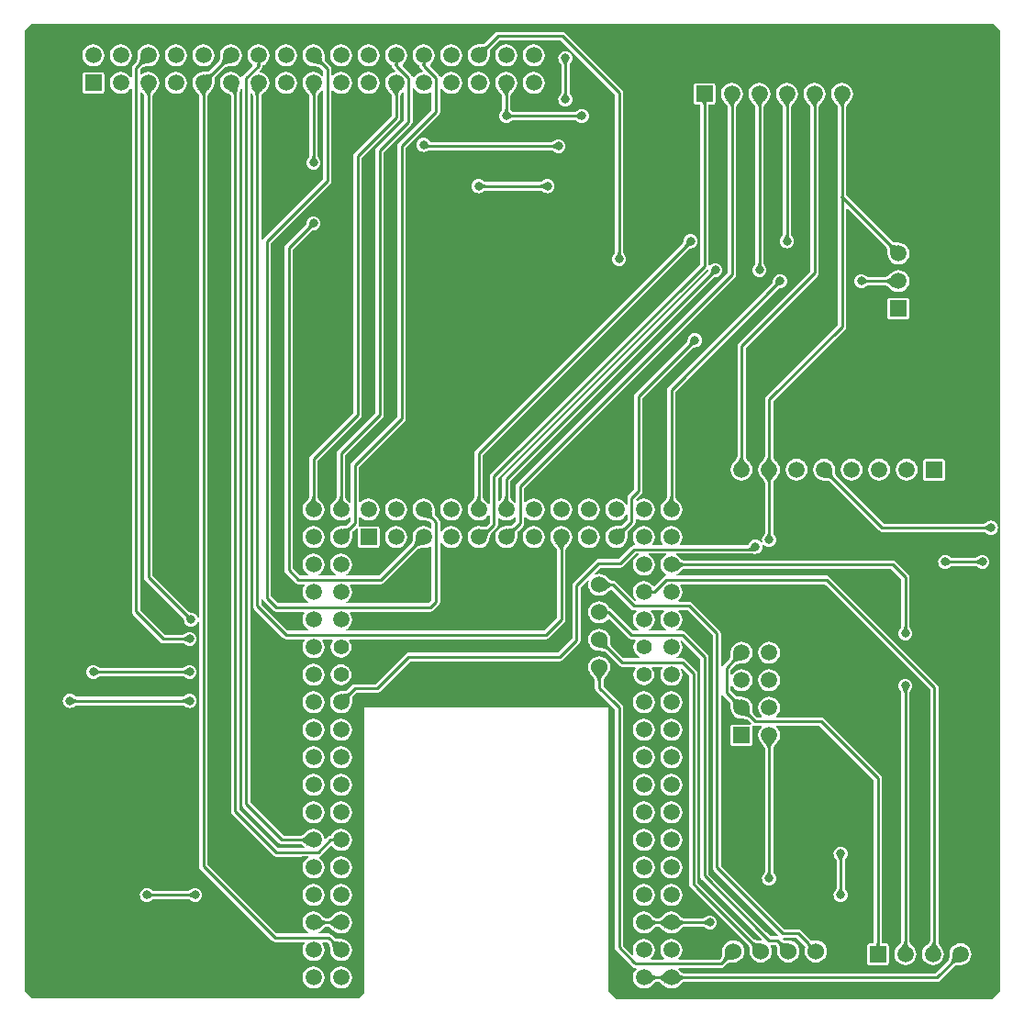
<source format=gtl>
G04 Layer_Physical_Order=1*
G04 Layer_Color=255*
%FSLAX25Y25*%
%MOIN*%
G70*
G01*
G75*
%ADD10C,0.01000*%
%ADD11C,0.05905*%
%ADD12R,0.05905X0.05905*%
%ADD13R,0.05905X0.05905*%
%ADD14C,0.06000*%
%ADD15C,0.05512*%
%ADD16C,0.03150*%
G36*
X2000Y350000D02*
Y1000D01*
X-1000Y-2000D01*
X-137500D01*
X-140500Y1000D01*
Y104000D01*
X-229000D01*
Y500D01*
X-231000Y-1500D01*
X-350000D01*
X-352500Y1000D01*
Y350000D01*
X-350169Y352331D01*
X-331D01*
X2000Y350000D01*
D02*
G37*
%LPC*%
G36*
X-42000Y194487D02*
X-43032Y194351D01*
X-43993Y193953D01*
X-44819Y193319D01*
X-45453Y192493D01*
X-45851Y191532D01*
X-45987Y190500D01*
X-45851Y189468D01*
X-45453Y188507D01*
X-44819Y187681D01*
X-43993Y187047D01*
X-43032Y186649D01*
X-42000Y186513D01*
X-40968Y186649D01*
X-40007Y187047D01*
X-39181Y187681D01*
X-38547Y188507D01*
X-38149Y189468D01*
X-38013Y190500D01*
X-38149Y191532D01*
X-38547Y192493D01*
X-39181Y193319D01*
X-40007Y193953D01*
X-40968Y194351D01*
X-42000Y194487D01*
D02*
G37*
G36*
X-52000D02*
X-53032Y194351D01*
X-53993Y193953D01*
X-54819Y193319D01*
X-55453Y192493D01*
X-55851Y191532D01*
X-55987Y190500D01*
X-55851Y189468D01*
X-55453Y188507D01*
X-54819Y187681D01*
X-53993Y187047D01*
X-53032Y186649D01*
X-52000Y186513D01*
X-50968Y186649D01*
X-50007Y187047D01*
X-49181Y187681D01*
X-48547Y188507D01*
X-48149Y189468D01*
X-48013Y190500D01*
X-48149Y191532D01*
X-48547Y192493D01*
X-49181Y193319D01*
X-50007Y193953D01*
X-50968Y194351D01*
X-52000Y194487D01*
D02*
G37*
G36*
X-72000D02*
X-73032Y194351D01*
X-73993Y193953D01*
X-74819Y193319D01*
X-75453Y192493D01*
X-75851Y191532D01*
X-75987Y190500D01*
X-75851Y189468D01*
X-75453Y188507D01*
X-74819Y187681D01*
X-73993Y187047D01*
X-73032Y186649D01*
X-72000Y186513D01*
X-70968Y186649D01*
X-70007Y187047D01*
X-69181Y187681D01*
X-68547Y188507D01*
X-68149Y189468D01*
X-68013Y190500D01*
X-68149Y191532D01*
X-68547Y192493D01*
X-69181Y193319D01*
X-70007Y193953D01*
X-70968Y194351D01*
X-72000Y194487D01*
D02*
G37*
G36*
X-32000D02*
X-33032Y194351D01*
X-33993Y193953D01*
X-34819Y193319D01*
X-35453Y192493D01*
X-35851Y191532D01*
X-35987Y190500D01*
X-35851Y189468D01*
X-35453Y188507D01*
X-34819Y187681D01*
X-33993Y187047D01*
X-33032Y186649D01*
X-32000Y186513D01*
X-30968Y186649D01*
X-30007Y187047D01*
X-29181Y187681D01*
X-28547Y188507D01*
X-28149Y189468D01*
X-28013Y190500D01*
X-28149Y191532D01*
X-28547Y192493D01*
X-29181Y193319D01*
X-30007Y193953D01*
X-30968Y194351D01*
X-32000Y194487D01*
D02*
G37*
G36*
X-109000Y240097D02*
X-109672Y240008D01*
X-110299Y239749D01*
X-110836Y239336D01*
X-111249Y238798D01*
X-111509Y238172D01*
X-111597Y237500D01*
X-111595Y237482D01*
X-111597Y237374D01*
X-111605Y237285D01*
X-111617Y237207D01*
X-111633Y237139D01*
X-111653Y237079D01*
X-111675Y237027D01*
X-111700Y236979D01*
X-111728Y236935D01*
X-111730Y236933D01*
X-130581Y218081D01*
X-130913Y217585D01*
X-131029Y217000D01*
Y183383D01*
X-133034Y181379D01*
X-133366Y180882D01*
X-133482Y180297D01*
Y177936D01*
X-133982Y177836D01*
X-134047Y177993D01*
X-134681Y178819D01*
X-135507Y179453D01*
X-136468Y179851D01*
X-137500Y179987D01*
X-138532Y179851D01*
X-139493Y179453D01*
X-140319Y178819D01*
X-140953Y177993D01*
X-141351Y177032D01*
X-141487Y176000D01*
X-141351Y174968D01*
X-140953Y174007D01*
X-140319Y173181D01*
X-139493Y172547D01*
X-138532Y172149D01*
X-137500Y172013D01*
X-136468Y172149D01*
X-135507Y172547D01*
X-134681Y173181D01*
X-134047Y174007D01*
X-133982Y174164D01*
X-133482Y174064D01*
Y172181D01*
X-135326Y170337D01*
X-135401Y170288D01*
X-135522Y170228D01*
X-135683Y170168D01*
X-135884Y170110D01*
X-136125Y170061D01*
X-136393Y170022D01*
X-137085Y169975D01*
X-137393Y169973D01*
X-137500Y169987D01*
X-138532Y169851D01*
X-139493Y169453D01*
X-140319Y168819D01*
X-140953Y167993D01*
X-141351Y167032D01*
X-141487Y166000D01*
X-141351Y164968D01*
X-140953Y164007D01*
X-140319Y163181D01*
X-139493Y162547D01*
X-138532Y162149D01*
X-137500Y162013D01*
X-136468Y162149D01*
X-135507Y162547D01*
X-134681Y163181D01*
X-134047Y164007D01*
X-133649Y164968D01*
X-133513Y166000D01*
X-133527Y166107D01*
X-133525Y166415D01*
X-133478Y167107D01*
X-133439Y167375D01*
X-133389Y167616D01*
X-133333Y167817D01*
X-133272Y167978D01*
X-133212Y168099D01*
X-133163Y168174D01*
X-130871Y170466D01*
X-130540Y170962D01*
X-130423Y171547D01*
Y172631D01*
X-129923Y172877D01*
X-129493Y172547D01*
X-128532Y172149D01*
X-127500Y172013D01*
X-126468Y172149D01*
X-125507Y172547D01*
X-124681Y173181D01*
X-124047Y174007D01*
X-123649Y174968D01*
X-123513Y176000D01*
X-123649Y177032D01*
X-124047Y177993D01*
X-124681Y178819D01*
X-125507Y179453D01*
X-126468Y179851D01*
X-127500Y179987D01*
X-128532Y179851D01*
X-129493Y179453D01*
X-129709Y179288D01*
X-130228Y179519D01*
X-130265Y179822D01*
X-128419Y181668D01*
X-128087Y182165D01*
X-127971Y182750D01*
Y216367D01*
X-109567Y234770D01*
X-109565Y234772D01*
X-109521Y234800D01*
X-109473Y234825D01*
X-109421Y234847D01*
X-109361Y234867D01*
X-109293Y234883D01*
X-109215Y234895D01*
X-109126Y234903D01*
X-109018Y234905D01*
X-109000Y234903D01*
X-108328Y234992D01*
X-107702Y235251D01*
X-107164Y235664D01*
X-106751Y236202D01*
X-106491Y236828D01*
X-106403Y237500D01*
X-106491Y238172D01*
X-106751Y238798D01*
X-107164Y239336D01*
X-107702Y239749D01*
X-108328Y240008D01*
X-109000Y240097D01*
D02*
G37*
G36*
X-247500Y69987D02*
X-248532Y69851D01*
X-249493Y69453D01*
X-250319Y68819D01*
X-250953Y67993D01*
X-251351Y67032D01*
X-251487Y66000D01*
X-251351Y64968D01*
X-250953Y64007D01*
X-250319Y63181D01*
X-249493Y62547D01*
X-248532Y62149D01*
X-247500Y62013D01*
X-246468Y62149D01*
X-245507Y62547D01*
X-244681Y63181D01*
X-244047Y64007D01*
X-243649Y64968D01*
X-243513Y66000D01*
X-243649Y67032D01*
X-244047Y67993D01*
X-244681Y68819D01*
X-245507Y69453D01*
X-246468Y69851D01*
X-247500Y69987D01*
D02*
G37*
G36*
X-19047Y194472D02*
X-24953D01*
X-25343Y194395D01*
X-25674Y194174D01*
X-25895Y193843D01*
X-25972Y193453D01*
Y187547D01*
X-25895Y187157D01*
X-25674Y186826D01*
X-25343Y186605D01*
X-24953Y186528D01*
X-19047D01*
X-18657Y186605D01*
X-18326Y186826D01*
X-18105Y187157D01*
X-18028Y187547D01*
Y193453D01*
X-18105Y193843D01*
X-18326Y194174D01*
X-18657Y194395D01*
X-19047Y194472D01*
D02*
G37*
G36*
X-247500Y79987D02*
X-248532Y79851D01*
X-249493Y79453D01*
X-250319Y78819D01*
X-250953Y77993D01*
X-251351Y77032D01*
X-251487Y76000D01*
X-251351Y74968D01*
X-250953Y74007D01*
X-250319Y73181D01*
X-249493Y72547D01*
X-248532Y72149D01*
X-247500Y72013D01*
X-246468Y72149D01*
X-245507Y72547D01*
X-244681Y73181D01*
X-244047Y74007D01*
X-243649Y74968D01*
X-243513Y76000D01*
X-243649Y77032D01*
X-244047Y77993D01*
X-244681Y78819D01*
X-245507Y79453D01*
X-246468Y79851D01*
X-247500Y79987D01*
D02*
G37*
G36*
X-237500D02*
X-238532Y79851D01*
X-239493Y79453D01*
X-240319Y78819D01*
X-240953Y77993D01*
X-241351Y77032D01*
X-241487Y76000D01*
X-241351Y74968D01*
X-240953Y74007D01*
X-240319Y73181D01*
X-239493Y72547D01*
X-238532Y72149D01*
X-237500Y72013D01*
X-236468Y72149D01*
X-235507Y72547D01*
X-234681Y73181D01*
X-234047Y74007D01*
X-233649Y74968D01*
X-233513Y76000D01*
X-233649Y77032D01*
X-234047Y77993D01*
X-234681Y78819D01*
X-235507Y79453D01*
X-236468Y79851D01*
X-237500Y79987D01*
D02*
G37*
G36*
X-127500D02*
X-128532Y79851D01*
X-129493Y79453D01*
X-130319Y78819D01*
X-130953Y77993D01*
X-131351Y77032D01*
X-131487Y76000D01*
X-131351Y74968D01*
X-130953Y74007D01*
X-130319Y73181D01*
X-129493Y72547D01*
X-128532Y72149D01*
X-127500Y72013D01*
X-126468Y72149D01*
X-125507Y72547D01*
X-124681Y73181D01*
X-124047Y74007D01*
X-123649Y74968D01*
X-123513Y76000D01*
X-123649Y77032D01*
X-124047Y77993D01*
X-124681Y78819D01*
X-125507Y79453D01*
X-126468Y79851D01*
X-127500Y79987D01*
D02*
G37*
G36*
X-117500Y69987D02*
X-118532Y69851D01*
X-119493Y69453D01*
X-120319Y68819D01*
X-120953Y67993D01*
X-121351Y67032D01*
X-121487Y66000D01*
X-121351Y64968D01*
X-120953Y64007D01*
X-120319Y63181D01*
X-119493Y62547D01*
X-118532Y62149D01*
X-117500Y62013D01*
X-116468Y62149D01*
X-115507Y62547D01*
X-114681Y63181D01*
X-114047Y64007D01*
X-113649Y64968D01*
X-113513Y66000D01*
X-113649Y67032D01*
X-114047Y67993D01*
X-114681Y68819D01*
X-115507Y69453D01*
X-116468Y69851D01*
X-117500Y69987D01*
D02*
G37*
G36*
X-65500Y330987D02*
X-66532Y330851D01*
X-67493Y330453D01*
X-68319Y329819D01*
X-68953Y328993D01*
X-69351Y328032D01*
X-69487Y327000D01*
X-69351Y325968D01*
X-68953Y325007D01*
X-68319Y324181D01*
X-68234Y324115D01*
X-68017Y323895D01*
X-67561Y323373D01*
X-67399Y323157D01*
X-67264Y322951D01*
X-67162Y322768D01*
X-67091Y322611D01*
X-67048Y322484D01*
X-67029Y322396D01*
Y262633D01*
X-93081Y236581D01*
X-93413Y236085D01*
X-93529Y235500D01*
Y195104D01*
X-93548Y195016D01*
X-93591Y194889D01*
X-93662Y194732D01*
X-93764Y194549D01*
X-93899Y194343D01*
X-94061Y194127D01*
X-94517Y193605D01*
X-94734Y193385D01*
X-94819Y193319D01*
X-95453Y192493D01*
X-95851Y191532D01*
X-95987Y190500D01*
X-95851Y189468D01*
X-95453Y188507D01*
X-94819Y187681D01*
X-93993Y187047D01*
X-93032Y186649D01*
X-92000Y186513D01*
X-90968Y186649D01*
X-90007Y187047D01*
X-89181Y187681D01*
X-88547Y188507D01*
X-88149Y189468D01*
X-88013Y190500D01*
X-88149Y191532D01*
X-88547Y192493D01*
X-89181Y193319D01*
X-89266Y193385D01*
X-89483Y193605D01*
X-89939Y194127D01*
X-90101Y194343D01*
X-90236Y194549D01*
X-90338Y194732D01*
X-90409Y194889D01*
X-90452Y195016D01*
X-90471Y195104D01*
Y234866D01*
X-64419Y260919D01*
X-64087Y261415D01*
X-63971Y262000D01*
Y322396D01*
X-63952Y322484D01*
X-63909Y322611D01*
X-63838Y322768D01*
X-63736Y322951D01*
X-63601Y323157D01*
X-63439Y323373D01*
X-62983Y323896D01*
X-62766Y324115D01*
X-62681Y324181D01*
X-62047Y325007D01*
X-61649Y325968D01*
X-61513Y327000D01*
X-61649Y328032D01*
X-62047Y328993D01*
X-62681Y329819D01*
X-63507Y330453D01*
X-64468Y330851D01*
X-65500Y330987D01*
D02*
G37*
G36*
X-237500Y69987D02*
X-238532Y69851D01*
X-239493Y69453D01*
X-240319Y68819D01*
X-240953Y67993D01*
X-241351Y67032D01*
X-241487Y66000D01*
X-241351Y64968D01*
X-240953Y64007D01*
X-240319Y63181D01*
X-239493Y62547D01*
X-238532Y62149D01*
X-237500Y62013D01*
X-236468Y62149D01*
X-235507Y62547D01*
X-234681Y63181D01*
X-234047Y64007D01*
X-233649Y64968D01*
X-233513Y66000D01*
X-233649Y67032D01*
X-234047Y67993D01*
X-234681Y68819D01*
X-235507Y69453D01*
X-236468Y69851D01*
X-237500Y69987D01*
D02*
G37*
G36*
X-127500D02*
X-128532Y69851D01*
X-129493Y69453D01*
X-130319Y68819D01*
X-130953Y67993D01*
X-131351Y67032D01*
X-131487Y66000D01*
X-131351Y64968D01*
X-130953Y64007D01*
X-130319Y63181D01*
X-129493Y62547D01*
X-128532Y62149D01*
X-127500Y62013D01*
X-126468Y62149D01*
X-125507Y62547D01*
X-124681Y63181D01*
X-124047Y64007D01*
X-123649Y64968D01*
X-123513Y66000D01*
X-123649Y67032D01*
X-124047Y67993D01*
X-124681Y68819D01*
X-125507Y69453D01*
X-126468Y69851D01*
X-127500Y69987D01*
D02*
G37*
G36*
X-55500Y330987D02*
X-56532Y330851D01*
X-57493Y330453D01*
X-58319Y329819D01*
X-58953Y328993D01*
X-59351Y328032D01*
X-59487Y327000D01*
X-59351Y325968D01*
X-58953Y325007D01*
X-58319Y324181D01*
X-58234Y324115D01*
X-58017Y323895D01*
X-57561Y323373D01*
X-57399Y323157D01*
X-57264Y322951D01*
X-57162Y322768D01*
X-57091Y322611D01*
X-57048Y322484D01*
X-57029Y322396D01*
Y289500D01*
Y243133D01*
X-83081Y217081D01*
X-83413Y216585D01*
X-83529Y216000D01*
Y195104D01*
X-83548Y195016D01*
X-83591Y194889D01*
X-83662Y194732D01*
X-83764Y194549D01*
X-83899Y194343D01*
X-84061Y194127D01*
X-84517Y193605D01*
X-84734Y193385D01*
X-84819Y193319D01*
X-85453Y192493D01*
X-85851Y191532D01*
X-85987Y190500D01*
X-85851Y189468D01*
X-85453Y188507D01*
X-84819Y187681D01*
X-84734Y187615D01*
X-84517Y187395D01*
X-84061Y186873D01*
X-83899Y186656D01*
X-83764Y186451D01*
X-83662Y186268D01*
X-83591Y186111D01*
X-83548Y185984D01*
X-83529Y185896D01*
Y167331D01*
X-83530Y167328D01*
X-83541Y167277D01*
X-83557Y167226D01*
X-83578Y167173D01*
X-83607Y167118D01*
X-83644Y167058D01*
X-83690Y166994D01*
X-83747Y166925D01*
X-83822Y166848D01*
X-83836Y166836D01*
X-84249Y166298D01*
X-84509Y165672D01*
X-84597Y165000D01*
X-84509Y164328D01*
X-84487Y164276D01*
X-84924Y164024D01*
X-85164Y164336D01*
X-85702Y164749D01*
X-86328Y165008D01*
X-87000Y165097D01*
X-87672Y165008D01*
X-88298Y164749D01*
X-88836Y164336D01*
X-89249Y163798D01*
X-89508Y163172D01*
X-89521Y163077D01*
X-114131D01*
X-114377Y163577D01*
X-114047Y164007D01*
X-113649Y164968D01*
X-113513Y166000D01*
X-113649Y167032D01*
X-114047Y167993D01*
X-114681Y168819D01*
X-115507Y169453D01*
X-116468Y169851D01*
X-117500Y169987D01*
X-118532Y169851D01*
X-119493Y169453D01*
X-120319Y168819D01*
X-120953Y167993D01*
X-121351Y167032D01*
X-121487Y166000D01*
X-121351Y164968D01*
X-120953Y164007D01*
X-120623Y163577D01*
X-120869Y163077D01*
X-124131D01*
X-124377Y163577D01*
X-124047Y164007D01*
X-123649Y164968D01*
X-123513Y166000D01*
X-123649Y167032D01*
X-124047Y167993D01*
X-124681Y168819D01*
X-125507Y169453D01*
X-126468Y169851D01*
X-127500Y169987D01*
X-128532Y169851D01*
X-129493Y169453D01*
X-130319Y168819D01*
X-130953Y167993D01*
X-131351Y167032D01*
X-131487Y166000D01*
X-131351Y164968D01*
X-130953Y164007D01*
X-130623Y163577D01*
X-130869Y163077D01*
X-130953D01*
X-131538Y162960D01*
X-132034Y162629D01*
X-136634Y158029D01*
X-144000D01*
X-144585Y157913D01*
X-145081Y157581D01*
X-153081Y149581D01*
X-153413Y149085D01*
X-153529Y148500D01*
Y129133D01*
X-158633Y124029D01*
X-213000D01*
X-213585Y123913D01*
X-214081Y123581D01*
X-225133Y112529D01*
X-232500D01*
X-233085Y112413D01*
X-233581Y112081D01*
X-235326Y110337D01*
X-235401Y110288D01*
X-235522Y110228D01*
X-235683Y110168D01*
X-235884Y110110D01*
X-236125Y110061D01*
X-236393Y110022D01*
X-237085Y109975D01*
X-237393Y109973D01*
X-237500Y109987D01*
X-238532Y109851D01*
X-239493Y109453D01*
X-240319Y108819D01*
X-240953Y107993D01*
X-241351Y107032D01*
X-241487Y106000D01*
X-241351Y104968D01*
X-240953Y104007D01*
X-240319Y103181D01*
X-239493Y102547D01*
X-238532Y102149D01*
X-237500Y102013D01*
X-236468Y102149D01*
X-235507Y102547D01*
X-234681Y103181D01*
X-234047Y104007D01*
X-233649Y104968D01*
X-233513Y106000D01*
X-233527Y106107D01*
X-233525Y106415D01*
X-233478Y107107D01*
X-233439Y107375D01*
X-233389Y107616D01*
X-233332Y107817D01*
X-233272Y107978D01*
X-233212Y108099D01*
X-233163Y108174D01*
X-231867Y109471D01*
X-224500D01*
X-223915Y109587D01*
X-223419Y109919D01*
X-212367Y120971D01*
X-158000D01*
X-157415Y121087D01*
X-156919Y121419D01*
X-150919Y127419D01*
X-150587Y127915D01*
X-150471Y128500D01*
Y147866D01*
X-147817Y150520D01*
X-147393Y150237D01*
X-147597Y149744D01*
X-147734Y148700D01*
X-147597Y147656D01*
X-147194Y146683D01*
X-146553Y145847D01*
X-145717Y145206D01*
X-144744Y144803D01*
X-143700Y144666D01*
X-142656Y144803D01*
X-141683Y145206D01*
X-140847Y145847D01*
X-140780Y145935D01*
X-140555Y146156D01*
X-140021Y146623D01*
X-139799Y146790D01*
X-139588Y146929D01*
X-139401Y147034D01*
X-139261Y147098D01*
X-132081Y139919D01*
X-131585Y139587D01*
X-131000Y139471D01*
X-130291D01*
X-130122Y138971D01*
X-130319Y138819D01*
X-130953Y137993D01*
X-131351Y137032D01*
X-131487Y136000D01*
X-131351Y134968D01*
X-130953Y134007D01*
X-130319Y133181D01*
X-129493Y132547D01*
X-129450Y132529D01*
X-129550Y132029D01*
X-131367D01*
X-139119Y139781D01*
X-139615Y140113D01*
X-139986Y140187D01*
X-140206Y140717D01*
X-140847Y141553D01*
X-141683Y142194D01*
X-142656Y142597D01*
X-143700Y142735D01*
X-144744Y142597D01*
X-145717Y142194D01*
X-146553Y141553D01*
X-147194Y140717D01*
X-147597Y139744D01*
X-147734Y138700D01*
X-147597Y137656D01*
X-147194Y136683D01*
X-146553Y135847D01*
X-145717Y135206D01*
X-144744Y134803D01*
X-143700Y134666D01*
X-142656Y134803D01*
X-141683Y135206D01*
X-140847Y135847D01*
X-140497Y136303D01*
X-139998Y136336D01*
X-133081Y129419D01*
X-132585Y129087D01*
X-132000Y128971D01*
X-130585D01*
X-130338Y128471D01*
X-130781Y127894D01*
X-131159Y126980D01*
X-131288Y126000D01*
X-131159Y125020D01*
X-130781Y124106D01*
X-130179Y123321D01*
X-129394Y122719D01*
X-128936Y122529D01*
X-129035Y122029D01*
X-134866D01*
X-139309Y126472D01*
X-139360Y126550D01*
X-139421Y126673D01*
X-139482Y126839D01*
X-139540Y127045D01*
X-139591Y127292D01*
X-139630Y127567D01*
X-139678Y128275D01*
X-139680Y128590D01*
X-139665Y128700D01*
X-139803Y129744D01*
X-140206Y130717D01*
X-140847Y131553D01*
X-141683Y132194D01*
X-142656Y132597D01*
X-143700Y132735D01*
X-144744Y132597D01*
X-145717Y132194D01*
X-146553Y131553D01*
X-147194Y130717D01*
X-147597Y129744D01*
X-147734Y128700D01*
X-147597Y127656D01*
X-147194Y126683D01*
X-146553Y125847D01*
X-145717Y125206D01*
X-144744Y124803D01*
X-143700Y124665D01*
X-143590Y124680D01*
X-143275Y124678D01*
X-142567Y124630D01*
X-142292Y124591D01*
X-142045Y124540D01*
X-141839Y124482D01*
X-141673Y124421D01*
X-141550Y124360D01*
X-141472Y124309D01*
X-136581Y119419D01*
X-136085Y119087D01*
X-135500Y118971D01*
X-130585D01*
X-130338Y118471D01*
X-130781Y117894D01*
X-131159Y116981D01*
X-131288Y116000D01*
X-131159Y115020D01*
X-130781Y114106D01*
X-130179Y113321D01*
X-129394Y112719D01*
X-128481Y112341D01*
X-127500Y112212D01*
X-126520Y112341D01*
X-125606Y112719D01*
X-124821Y113321D01*
X-124219Y114106D01*
X-123841Y115020D01*
X-123712Y116000D01*
X-123841Y116981D01*
X-124219Y117894D01*
X-124662Y118471D01*
X-124415Y118971D01*
X-120833D01*
X-120587Y118471D01*
X-120953Y117993D01*
X-121351Y117032D01*
X-121487Y116000D01*
X-121351Y114968D01*
X-120953Y114007D01*
X-120319Y113181D01*
X-119493Y112547D01*
X-118532Y112149D01*
X-117500Y112013D01*
X-116468Y112149D01*
X-115507Y112547D01*
X-114681Y113181D01*
X-114047Y114007D01*
X-113649Y114968D01*
X-113513Y116000D01*
X-113649Y117032D01*
X-114047Y117993D01*
X-114099Y118061D01*
X-113885Y118603D01*
X-113783Y118620D01*
X-111029Y115866D01*
Y40500D01*
Y40000D01*
X-110913Y39415D01*
X-110581Y38919D01*
X-109081Y37419D01*
X-89391Y17728D01*
X-89340Y17650D01*
X-89279Y17527D01*
X-89218Y17361D01*
X-89160Y17155D01*
X-89109Y16908D01*
X-89070Y16633D01*
X-89022Y15925D01*
X-89020Y15610D01*
X-89034Y15500D01*
X-88897Y14456D01*
X-88494Y13483D01*
X-87853Y12647D01*
X-87017Y12006D01*
X-86044Y11603D01*
X-85000Y11466D01*
X-83956Y11603D01*
X-82983Y12006D01*
X-82147Y12647D01*
X-81506Y13483D01*
X-81103Y14456D01*
X-80966Y15500D01*
X-81103Y16544D01*
X-81487Y17471D01*
X-81354Y17838D01*
X-81289Y17971D01*
X-79633D01*
X-79391Y17728D01*
X-79340Y17650D01*
X-79279Y17527D01*
X-79218Y17361D01*
X-79160Y17155D01*
X-79109Y16908D01*
X-79070Y16633D01*
X-79022Y15925D01*
X-79020Y15610D01*
X-79035Y15500D01*
X-78897Y14456D01*
X-78494Y13483D01*
X-77853Y12647D01*
X-77017Y12006D01*
X-76044Y11603D01*
X-75000Y11466D01*
X-73956Y11603D01*
X-72983Y12006D01*
X-72147Y12647D01*
X-71506Y13483D01*
X-71103Y14456D01*
X-70965Y15500D01*
X-71103Y16544D01*
X-71506Y17517D01*
X-72147Y18353D01*
X-72983Y18994D01*
X-73956Y19397D01*
X-75000Y19534D01*
X-75110Y19520D01*
X-75425Y19522D01*
X-76133Y19570D01*
X-76408Y19609D01*
X-76655Y19660D01*
X-76862Y19718D01*
X-76977Y19761D01*
X-77054Y19853D01*
X-77103Y19981D01*
X-77087Y20056D01*
X-76753Y20471D01*
X-72133D01*
X-68695Y17032D01*
X-68897Y16544D01*
X-69034Y15500D01*
X-68897Y14456D01*
X-68494Y13483D01*
X-67853Y12647D01*
X-67017Y12006D01*
X-66044Y11603D01*
X-65000Y11466D01*
X-63956Y11603D01*
X-62983Y12006D01*
X-62147Y12647D01*
X-61506Y13483D01*
X-61103Y14456D01*
X-60966Y15500D01*
X-61103Y16544D01*
X-61506Y17517D01*
X-62147Y18353D01*
X-62983Y18994D01*
X-63956Y19397D01*
X-65000Y19534D01*
X-66044Y19397D01*
X-66532Y19195D01*
X-70419Y23081D01*
X-70915Y23413D01*
X-71500Y23529D01*
X-76367D01*
X-99471Y46633D01*
Y109155D01*
X-98971Y109204D01*
X-98913Y108915D01*
X-98581Y108419D01*
X-96337Y106174D01*
X-96288Y106099D01*
X-96228Y105978D01*
X-96167Y105817D01*
X-96110Y105616D01*
X-96061Y105375D01*
X-96022Y105107D01*
X-95975Y104415D01*
X-95973Y104107D01*
X-95987Y104000D01*
X-95851Y102968D01*
X-95453Y102007D01*
X-94819Y101181D01*
X-93993Y100547D01*
X-93032Y100149D01*
X-92000Y100013D01*
X-91893Y100027D01*
X-91585Y100025D01*
X-90893Y99978D01*
X-90625Y99939D01*
X-90384Y99889D01*
X-90183Y99832D01*
X-90022Y99772D01*
X-89901Y99712D01*
X-89826Y99663D01*
X-88525Y98362D01*
X-88791Y97922D01*
X-89047Y97972D01*
X-94953D01*
X-95343Y97895D01*
X-95674Y97674D01*
X-95895Y97343D01*
X-95972Y96953D01*
Y91047D01*
X-95895Y90657D01*
X-95674Y90326D01*
X-95343Y90105D01*
X-94953Y90028D01*
X-89047D01*
X-88657Y90105D01*
X-88326Y90326D01*
X-88105Y90657D01*
X-88028Y91047D01*
Y96953D01*
X-88103Y97332D01*
X-88077Y97369D01*
X-87733Y97686D01*
X-87585Y97587D01*
X-87000Y97471D01*
X-84791D01*
X-84622Y96971D01*
X-84819Y96819D01*
X-85453Y95993D01*
X-85851Y95032D01*
X-85987Y94000D01*
X-85851Y92968D01*
X-85453Y92007D01*
X-84819Y91181D01*
X-84734Y91115D01*
X-84517Y90895D01*
X-84061Y90373D01*
X-83899Y90157D01*
X-83764Y89951D01*
X-83662Y89768D01*
X-83591Y89611D01*
X-83548Y89484D01*
X-83529Y89396D01*
Y44331D01*
X-83530Y44328D01*
X-83541Y44277D01*
X-83557Y44226D01*
X-83578Y44173D01*
X-83607Y44118D01*
X-83644Y44058D01*
X-83690Y43994D01*
X-83747Y43925D01*
X-83822Y43848D01*
X-83836Y43836D01*
X-84249Y43299D01*
X-84509Y42672D01*
X-84597Y42000D01*
X-84509Y41328D01*
X-84249Y40701D01*
X-83836Y40164D01*
X-83298Y39751D01*
X-82672Y39492D01*
X-82000Y39403D01*
X-81328Y39492D01*
X-80702Y39751D01*
X-80164Y40164D01*
X-79751Y40701D01*
X-79492Y41328D01*
X-79403Y42000D01*
X-79492Y42672D01*
X-79751Y43299D01*
X-80164Y43836D01*
X-80178Y43848D01*
X-80253Y43925D01*
X-80310Y43994D01*
X-80357Y44058D01*
X-80393Y44118D01*
X-80422Y44173D01*
X-80443Y44226D01*
X-80459Y44277D01*
X-80470Y44328D01*
X-80471Y44331D01*
Y89396D01*
X-80452Y89484D01*
X-80409Y89611D01*
X-80338Y89768D01*
X-80236Y89951D01*
X-80101Y90157D01*
X-79939Y90373D01*
X-79483Y90895D01*
X-79266Y91115D01*
X-79181Y91181D01*
X-78547Y92007D01*
X-78149Y92968D01*
X-78013Y94000D01*
X-78149Y95032D01*
X-78547Y95993D01*
X-79181Y96819D01*
X-79378Y96971D01*
X-79208Y97471D01*
X-63634D01*
X-44029Y77867D01*
Y18472D01*
X-45453D01*
X-45843Y18395D01*
X-46174Y18174D01*
X-46395Y17843D01*
X-46472Y17453D01*
Y11547D01*
X-46395Y11157D01*
X-46174Y10826D01*
X-45843Y10605D01*
X-45453Y10528D01*
X-39547D01*
X-39157Y10605D01*
X-38826Y10826D01*
X-38605Y11157D01*
X-38528Y11547D01*
Y17453D01*
X-38605Y17843D01*
X-38826Y18174D01*
X-39157Y18395D01*
X-39547Y18472D01*
X-40971D01*
Y78500D01*
X-41087Y79085D01*
X-41419Y79581D01*
X-61919Y100081D01*
X-62415Y100413D01*
X-63000Y100529D01*
X-79208D01*
X-79378Y101029D01*
X-79181Y101181D01*
X-78547Y102007D01*
X-78149Y102968D01*
X-78013Y104000D01*
X-78149Y105032D01*
X-78547Y105993D01*
X-79181Y106819D01*
X-80007Y107453D01*
X-80968Y107851D01*
X-82000Y107987D01*
X-83032Y107851D01*
X-83993Y107453D01*
X-84819Y106819D01*
X-85453Y105993D01*
X-85851Y105032D01*
X-85987Y104000D01*
X-85851Y102968D01*
X-85453Y102007D01*
X-84819Y101181D01*
X-84622Y101029D01*
X-84791Y100529D01*
X-86366D01*
X-87663Y101826D01*
X-87712Y101901D01*
X-87772Y102022D01*
X-87832Y102183D01*
X-87889Y102384D01*
X-87939Y102625D01*
X-87978Y102893D01*
X-88025Y103585D01*
X-88027Y103893D01*
X-88013Y104000D01*
X-88149Y105032D01*
X-88547Y105993D01*
X-89181Y106819D01*
X-90007Y107453D01*
X-90968Y107851D01*
X-92000Y107987D01*
X-92107Y107973D01*
X-92415Y107975D01*
X-93107Y108022D01*
X-93375Y108061D01*
X-93616Y108110D01*
X-93817Y108168D01*
X-93978Y108228D01*
X-94099Y108288D01*
X-94174Y108337D01*
X-95971Y110134D01*
Y111950D01*
X-95471Y112050D01*
X-95453Y112007D01*
X-94819Y111181D01*
X-93993Y110547D01*
X-93032Y110149D01*
X-92000Y110013D01*
X-90968Y110149D01*
X-90007Y110547D01*
X-89181Y111181D01*
X-88547Y112007D01*
X-88149Y112968D01*
X-88013Y114000D01*
X-88149Y115032D01*
X-88547Y115993D01*
X-89181Y116819D01*
X-90007Y117453D01*
X-90968Y117851D01*
X-92000Y117987D01*
X-93032Y117851D01*
X-93993Y117453D01*
X-94819Y116819D01*
X-95453Y115993D01*
X-95471Y115950D01*
X-95971Y116050D01*
Y117867D01*
X-94174Y119663D01*
X-94099Y119712D01*
X-93978Y119772D01*
X-93817Y119833D01*
X-93616Y119889D01*
X-93375Y119939D01*
X-93107Y119978D01*
X-92415Y120025D01*
X-92107Y120027D01*
X-92000Y120013D01*
X-90968Y120149D01*
X-90007Y120547D01*
X-89181Y121181D01*
X-88547Y122007D01*
X-88149Y122968D01*
X-88013Y124000D01*
X-88149Y125032D01*
X-88547Y125993D01*
X-89181Y126819D01*
X-90007Y127453D01*
X-90968Y127851D01*
X-92000Y127987D01*
X-93032Y127851D01*
X-93993Y127453D01*
X-94819Y126819D01*
X-95453Y125993D01*
X-95851Y125032D01*
X-95987Y124000D01*
X-95973Y123893D01*
X-95975Y123585D01*
X-96022Y122893D01*
X-96061Y122625D01*
X-96110Y122384D01*
X-96167Y122183D01*
X-96228Y122022D01*
X-96288Y121901D01*
X-96337Y121826D01*
X-98581Y119581D01*
X-98913Y119085D01*
X-98971Y118796D01*
X-99471Y118845D01*
Y131000D01*
X-99587Y131585D01*
X-99919Y132081D01*
X-109919Y142081D01*
X-110415Y142413D01*
X-111000Y142529D01*
X-114708D01*
X-114878Y143029D01*
X-114681Y143181D01*
X-114047Y144007D01*
X-113649Y144968D01*
X-113513Y146000D01*
X-113649Y147032D01*
X-114047Y147993D01*
X-114377Y148423D01*
X-114131Y148923D01*
X-61586D01*
X-23529Y110866D01*
Y19140D01*
X-23548Y19057D01*
X-23586Y18952D01*
X-23650Y18828D01*
X-23745Y18685D01*
X-23874Y18525D01*
X-24039Y18350D01*
X-24241Y18164D01*
X-24482Y17969D01*
X-24780Y17753D01*
X-24842Y17685D01*
X-25319Y17319D01*
X-25953Y16493D01*
X-26351Y15532D01*
X-26487Y14500D01*
X-26351Y13468D01*
X-25953Y12507D01*
X-25319Y11681D01*
X-24493Y11047D01*
X-23532Y10649D01*
X-22500Y10513D01*
X-21468Y10649D01*
X-20507Y11047D01*
X-19681Y11681D01*
X-19047Y12507D01*
X-18649Y13468D01*
X-18513Y14500D01*
X-18649Y15532D01*
X-19047Y16493D01*
X-19238Y16742D01*
X-19265Y16805D01*
X-19755Y17518D01*
X-19938Y17811D01*
X-20241Y18360D01*
X-20338Y18570D01*
X-20410Y18755D01*
X-20454Y18900D01*
X-20471Y18983D01*
Y111500D01*
X-20587Y112085D01*
X-20919Y112581D01*
X-59871Y151534D01*
X-60368Y151866D01*
X-60953Y151982D01*
X-115564D01*
X-115664Y152482D01*
X-115507Y152547D01*
X-114681Y153181D01*
X-114615Y153266D01*
X-114395Y153483D01*
X-113873Y153939D01*
X-113656Y154101D01*
X-113451Y154236D01*
X-113268Y154338D01*
X-113111Y154409D01*
X-112984Y154452D01*
X-112896Y154471D01*
X-37633D01*
X-34029Y150866D01*
Y133331D01*
X-34030Y133328D01*
X-34041Y133277D01*
X-34057Y133226D01*
X-34078Y133173D01*
X-34107Y133117D01*
X-34143Y133058D01*
X-34190Y132994D01*
X-34247Y132925D01*
X-34322Y132848D01*
X-34336Y132836D01*
X-34749Y132299D01*
X-35008Y131672D01*
X-35097Y131000D01*
X-35008Y130328D01*
X-34749Y129701D01*
X-34336Y129164D01*
X-33799Y128751D01*
X-33172Y128491D01*
X-32500Y128403D01*
X-31828Y128491D01*
X-31201Y128751D01*
X-30664Y129164D01*
X-30251Y129701D01*
X-29991Y130328D01*
X-29903Y131000D01*
X-29991Y131672D01*
X-30251Y132299D01*
X-30664Y132836D01*
X-30678Y132848D01*
X-30753Y132925D01*
X-30810Y132994D01*
X-30856Y133058D01*
X-30893Y133117D01*
X-30922Y133173D01*
X-30943Y133226D01*
X-30959Y133277D01*
X-30970Y133328D01*
X-30971Y133331D01*
Y151500D01*
X-31087Y152085D01*
X-31419Y152581D01*
X-35919Y157081D01*
X-36415Y157413D01*
X-37000Y157529D01*
X-112896D01*
X-112984Y157548D01*
X-113111Y157591D01*
X-113268Y157662D01*
X-113451Y157764D01*
X-113657Y157899D01*
X-113873Y158061D01*
X-114395Y158517D01*
X-114615Y158734D01*
X-114681Y158819D01*
X-115507Y159453D01*
X-115664Y159518D01*
X-115564Y160018D01*
X-88597D01*
X-88031Y160009D01*
X-87649Y159983D01*
X-87611Y159977D01*
X-87565Y159969D01*
X-87560Y159969D01*
X-87555Y159967D01*
X-87491Y159968D01*
X-87000Y159903D01*
X-86328Y159992D01*
X-85702Y160251D01*
X-85164Y160664D01*
X-84751Y161202D01*
X-84491Y161828D01*
X-84403Y162500D01*
X-84491Y163172D01*
X-84513Y163224D01*
X-84076Y163476D01*
X-83836Y163164D01*
X-83298Y162751D01*
X-82672Y162492D01*
X-82000Y162403D01*
X-81328Y162492D01*
X-80702Y162751D01*
X-80164Y163164D01*
X-79751Y163701D01*
X-79492Y164328D01*
X-79403Y165000D01*
X-79492Y165672D01*
X-79751Y166298D01*
X-80164Y166836D01*
X-80178Y166848D01*
X-80253Y166925D01*
X-80310Y166994D01*
X-80357Y167058D01*
X-80393Y167118D01*
X-80422Y167173D01*
X-80443Y167226D01*
X-80459Y167277D01*
X-80470Y167328D01*
X-80471Y167331D01*
Y185896D01*
X-80452Y185984D01*
X-80409Y186111D01*
X-80338Y186268D01*
X-80236Y186451D01*
X-80101Y186657D01*
X-79939Y186873D01*
X-79483Y187396D01*
X-79266Y187615D01*
X-79181Y187681D01*
X-78547Y188507D01*
X-78149Y189468D01*
X-78013Y190500D01*
X-78149Y191532D01*
X-78547Y192493D01*
X-79181Y193319D01*
X-79266Y193385D01*
X-79483Y193605D01*
X-79939Y194127D01*
X-80101Y194343D01*
X-80236Y194549D01*
X-80338Y194732D01*
X-80409Y194889D01*
X-80452Y195016D01*
X-80471Y195104D01*
Y215367D01*
X-54419Y241419D01*
X-54087Y241915D01*
X-53971Y242500D01*
Y285154D01*
X-53509Y285346D01*
X-39337Y271174D01*
X-39288Y271099D01*
X-39228Y270978D01*
X-39167Y270817D01*
X-39110Y270616D01*
X-39061Y270375D01*
X-39022Y270107D01*
X-38975Y269415D01*
X-38973Y269107D01*
X-38987Y269000D01*
X-38851Y267968D01*
X-38453Y267007D01*
X-37819Y266181D01*
X-36993Y265547D01*
X-36032Y265149D01*
X-35000Y265013D01*
X-33968Y265149D01*
X-33007Y265547D01*
X-32181Y266181D01*
X-31547Y267007D01*
X-31149Y267968D01*
X-31013Y269000D01*
X-31149Y270032D01*
X-31547Y270993D01*
X-32181Y271819D01*
X-33007Y272453D01*
X-33968Y272851D01*
X-35000Y272987D01*
X-35107Y272973D01*
X-35415Y272975D01*
X-36107Y273022D01*
X-36375Y273061D01*
X-36616Y273111D01*
X-36817Y273167D01*
X-36978Y273228D01*
X-37099Y273288D01*
X-37174Y273337D01*
X-53682Y289845D01*
X-53727Y289901D01*
X-53787Y289990D01*
X-53838Y290079D01*
X-53880Y290171D01*
X-53915Y290265D01*
X-53943Y290365D01*
X-53963Y290471D01*
X-53971Y290542D01*
Y322396D01*
X-53952Y322484D01*
X-53909Y322611D01*
X-53838Y322768D01*
X-53736Y322951D01*
X-53601Y323157D01*
X-53439Y323373D01*
X-52983Y323896D01*
X-52766Y324115D01*
X-52681Y324181D01*
X-52047Y325007D01*
X-51649Y325968D01*
X-51513Y327000D01*
X-51649Y328032D01*
X-52047Y328993D01*
X-52681Y329819D01*
X-53507Y330453D01*
X-54468Y330851D01*
X-55500Y330987D01*
D02*
G37*
G36*
X-157000Y349529D02*
X-180500D01*
X-181085Y349413D01*
X-181581Y349081D01*
X-185326Y345337D01*
X-185401Y345288D01*
X-185522Y345228D01*
X-185683Y345167D01*
X-185884Y345111D01*
X-186125Y345061D01*
X-186393Y345022D01*
X-187085Y344975D01*
X-187393Y344973D01*
X-187500Y344987D01*
X-188532Y344851D01*
X-189493Y344453D01*
X-190319Y343819D01*
X-190953Y342993D01*
X-191351Y342032D01*
X-191487Y341000D01*
X-191351Y339968D01*
X-190953Y339007D01*
X-190319Y338181D01*
X-189493Y337547D01*
X-188532Y337149D01*
X-187500Y337013D01*
X-186468Y337149D01*
X-185507Y337547D01*
X-184681Y338181D01*
X-184047Y339007D01*
X-183649Y339968D01*
X-183513Y341000D01*
X-183527Y341107D01*
X-183525Y341415D01*
X-183478Y342107D01*
X-183439Y342375D01*
X-183389Y342616D01*
X-183333Y342817D01*
X-183272Y342978D01*
X-183212Y343099D01*
X-183163Y343174D01*
X-179867Y346471D01*
X-157633D01*
X-138029Y326867D01*
Y269331D01*
X-138030Y269328D01*
X-138041Y269277D01*
X-138057Y269226D01*
X-138078Y269173D01*
X-138107Y269117D01*
X-138144Y269058D01*
X-138190Y268994D01*
X-138247Y268925D01*
X-138322Y268848D01*
X-138336Y268836D01*
X-138749Y268299D01*
X-139008Y267672D01*
X-139097Y267000D01*
X-139008Y266328D01*
X-138749Y265702D01*
X-138336Y265164D01*
X-137799Y264751D01*
X-137172Y264492D01*
X-136500Y264403D01*
X-135828Y264492D01*
X-135202Y264751D01*
X-134664Y265164D01*
X-134251Y265702D01*
X-133992Y266328D01*
X-133903Y267000D01*
X-133992Y267672D01*
X-134251Y268299D01*
X-134664Y268836D01*
X-134678Y268848D01*
X-134753Y268925D01*
X-134810Y268994D01*
X-134856Y269058D01*
X-134893Y269117D01*
X-134922Y269173D01*
X-134943Y269226D01*
X-134959Y269277D01*
X-134970Y269328D01*
X-134971Y269331D01*
Y327500D01*
X-135087Y328085D01*
X-135419Y328581D01*
X-155919Y349081D01*
X-156415Y349413D01*
X-157000Y349529D01*
D02*
G37*
G36*
X-117500Y49987D02*
X-118532Y49851D01*
X-119493Y49453D01*
X-120319Y48819D01*
X-120953Y47993D01*
X-121351Y47032D01*
X-121487Y46000D01*
X-121351Y44968D01*
X-120953Y44007D01*
X-120319Y43181D01*
X-119493Y42547D01*
X-118532Y42149D01*
X-117500Y42013D01*
X-116468Y42149D01*
X-115507Y42547D01*
X-114681Y43181D01*
X-114047Y44007D01*
X-113649Y44968D01*
X-113513Y46000D01*
X-113649Y47032D01*
X-114047Y47993D01*
X-114681Y48819D01*
X-115507Y49453D01*
X-116468Y49851D01*
X-117500Y49987D01*
D02*
G37*
G36*
X-127500D02*
X-128532Y49851D01*
X-129493Y49453D01*
X-130319Y48819D01*
X-130953Y47993D01*
X-131351Y47032D01*
X-131487Y46000D01*
X-131351Y44968D01*
X-130953Y44007D01*
X-130319Y43181D01*
X-129493Y42547D01*
X-128532Y42149D01*
X-127500Y42013D01*
X-126468Y42149D01*
X-125507Y42547D01*
X-124681Y43181D01*
X-124047Y44007D01*
X-123649Y44968D01*
X-123513Y46000D01*
X-123649Y47032D01*
X-124047Y47993D01*
X-124681Y48819D01*
X-125507Y49453D01*
X-126468Y49851D01*
X-127500Y49987D01*
D02*
G37*
G36*
X-290500Y38597D02*
X-291172Y38508D01*
X-291798Y38249D01*
X-292336Y37836D01*
X-292348Y37822D01*
X-292425Y37747D01*
X-292494Y37690D01*
X-292558Y37644D01*
X-292618Y37607D01*
X-292673Y37578D01*
X-292726Y37557D01*
X-292777Y37541D01*
X-292828Y37530D01*
X-292831Y37529D01*
X-305669D01*
X-305672Y37530D01*
X-305723Y37541D01*
X-305774Y37557D01*
X-305827Y37578D01*
X-305883Y37607D01*
X-305942Y37644D01*
X-306006Y37690D01*
X-306075Y37747D01*
X-306152Y37822D01*
X-306164Y37836D01*
X-306701Y38249D01*
X-307328Y38508D01*
X-308000Y38597D01*
X-308672Y38508D01*
X-309298Y38249D01*
X-309836Y37836D01*
X-310249Y37299D01*
X-310508Y36672D01*
X-310597Y36000D01*
X-310508Y35328D01*
X-310249Y34701D01*
X-309836Y34164D01*
X-309298Y33751D01*
X-308672Y33492D01*
X-308000Y33403D01*
X-307328Y33492D01*
X-306701Y33751D01*
X-306164Y34164D01*
X-306152Y34178D01*
X-306075Y34253D01*
X-306006Y34310D01*
X-305942Y34356D01*
X-305883Y34393D01*
X-305827Y34422D01*
X-305774Y34443D01*
X-305723Y34459D01*
X-305672Y34470D01*
X-305669Y34471D01*
X-292831D01*
X-292828Y34470D01*
X-292777Y34459D01*
X-292726Y34443D01*
X-292673Y34422D01*
X-292618Y34393D01*
X-292558Y34356D01*
X-292494Y34310D01*
X-292425Y34253D01*
X-292348Y34178D01*
X-292336Y34164D01*
X-291798Y33751D01*
X-291172Y33492D01*
X-290500Y33403D01*
X-289828Y33492D01*
X-289201Y33751D01*
X-288664Y34164D01*
X-288251Y34701D01*
X-287991Y35328D01*
X-287903Y36000D01*
X-287991Y36672D01*
X-288251Y37299D01*
X-288664Y37836D01*
X-289201Y38249D01*
X-289828Y38508D01*
X-290500Y38597D01*
D02*
G37*
G36*
X-75500Y330987D02*
X-76532Y330851D01*
X-77493Y330453D01*
X-78319Y329819D01*
X-78953Y328993D01*
X-79351Y328032D01*
X-79487Y327000D01*
X-79351Y325968D01*
X-78953Y325007D01*
X-78319Y324181D01*
X-78234Y324115D01*
X-78017Y323895D01*
X-77561Y323373D01*
X-77399Y323157D01*
X-77264Y322951D01*
X-77162Y322768D01*
X-77091Y322611D01*
X-77048Y322484D01*
X-77029Y322396D01*
Y275831D01*
X-77030Y275828D01*
X-77041Y275777D01*
X-77057Y275726D01*
X-77078Y275673D01*
X-77107Y275618D01*
X-77144Y275558D01*
X-77190Y275494D01*
X-77247Y275425D01*
X-77322Y275348D01*
X-77336Y275336D01*
X-77749Y274798D01*
X-78009Y274172D01*
X-78097Y273500D01*
X-78009Y272828D01*
X-77749Y272201D01*
X-77336Y271664D01*
X-76798Y271251D01*
X-76172Y270991D01*
X-75500Y270903D01*
X-74828Y270991D01*
X-74202Y271251D01*
X-73664Y271664D01*
X-73251Y272201D01*
X-72992Y272828D01*
X-72903Y273500D01*
X-72992Y274172D01*
X-73251Y274798D01*
X-73664Y275336D01*
X-73678Y275348D01*
X-73753Y275425D01*
X-73810Y275494D01*
X-73857Y275558D01*
X-73893Y275618D01*
X-73922Y275673D01*
X-73943Y275726D01*
X-73959Y275777D01*
X-73970Y275828D01*
X-73971Y275831D01*
Y322396D01*
X-73952Y322484D01*
X-73909Y322611D01*
X-73838Y322768D01*
X-73736Y322951D01*
X-73601Y323157D01*
X-73439Y323373D01*
X-72983Y323896D01*
X-72766Y324115D01*
X-72681Y324181D01*
X-72047Y325007D01*
X-71649Y325968D01*
X-71513Y327000D01*
X-71649Y328032D01*
X-72047Y328993D01*
X-72681Y329819D01*
X-73507Y330453D01*
X-74468Y330851D01*
X-75500Y330987D01*
D02*
G37*
G36*
X-237500Y49987D02*
X-238532Y49851D01*
X-239493Y49453D01*
X-240319Y48819D01*
X-240953Y47993D01*
X-241351Y47032D01*
X-241487Y46000D01*
X-241351Y44968D01*
X-240953Y44007D01*
X-240319Y43181D01*
X-239493Y42547D01*
X-238532Y42149D01*
X-237500Y42013D01*
X-236468Y42149D01*
X-235507Y42547D01*
X-234681Y43181D01*
X-234047Y44007D01*
X-233649Y44968D01*
X-233513Y46000D01*
X-233649Y47032D01*
X-234047Y47993D01*
X-234681Y48819D01*
X-235507Y49453D01*
X-236468Y49851D01*
X-237500Y49987D01*
D02*
G37*
G36*
X-117500Y59987D02*
X-118532Y59851D01*
X-119493Y59453D01*
X-120319Y58819D01*
X-120953Y57993D01*
X-121351Y57032D01*
X-121487Y56000D01*
X-121351Y54968D01*
X-120953Y54007D01*
X-120319Y53181D01*
X-119493Y52547D01*
X-118532Y52149D01*
X-117500Y52013D01*
X-116468Y52149D01*
X-115507Y52547D01*
X-114681Y53181D01*
X-114047Y54007D01*
X-113649Y54968D01*
X-113513Y56000D01*
X-113649Y57032D01*
X-114047Y57993D01*
X-114681Y58819D01*
X-115507Y59453D01*
X-116468Y59851D01*
X-117500Y59987D01*
D02*
G37*
G36*
X-78000Y261597D02*
X-78672Y261508D01*
X-79299Y261249D01*
X-79836Y260836D01*
X-80249Y260298D01*
X-80509Y259672D01*
X-80597Y259000D01*
X-80595Y258982D01*
X-80597Y258874D01*
X-80605Y258785D01*
X-80617Y258707D01*
X-80633Y258639D01*
X-80653Y258579D01*
X-80675Y258527D01*
X-80700Y258479D01*
X-80728Y258435D01*
X-80730Y258433D01*
X-118581Y220581D01*
X-118913Y220085D01*
X-119029Y219500D01*
Y180604D01*
X-119048Y180516D01*
X-119091Y180389D01*
X-119162Y180232D01*
X-119264Y180049D01*
X-119399Y179843D01*
X-119561Y179627D01*
X-120017Y179104D01*
X-120234Y178885D01*
X-120319Y178819D01*
X-120953Y177993D01*
X-121351Y177032D01*
X-121487Y176000D01*
X-121351Y174968D01*
X-120953Y174007D01*
X-120319Y173181D01*
X-119493Y172547D01*
X-118532Y172149D01*
X-117500Y172013D01*
X-116468Y172149D01*
X-115507Y172547D01*
X-114681Y173181D01*
X-114047Y174007D01*
X-113649Y174968D01*
X-113513Y176000D01*
X-113649Y177032D01*
X-114047Y177993D01*
X-114681Y178819D01*
X-114766Y178885D01*
X-114983Y179105D01*
X-115439Y179627D01*
X-115601Y179843D01*
X-115736Y180049D01*
X-115838Y180232D01*
X-115909Y180389D01*
X-115952Y180516D01*
X-115971Y180604D01*
Y218866D01*
X-78567Y256271D01*
X-78565Y256272D01*
X-78521Y256300D01*
X-78473Y256325D01*
X-78421Y256347D01*
X-78361Y256367D01*
X-78293Y256383D01*
X-78215Y256395D01*
X-78126Y256403D01*
X-78018Y256405D01*
X-78000Y256403D01*
X-77328Y256491D01*
X-76701Y256751D01*
X-76164Y257164D01*
X-75751Y257701D01*
X-75491Y258328D01*
X-75403Y259000D01*
X-75491Y259672D01*
X-75751Y260298D01*
X-76164Y260836D01*
X-76701Y261249D01*
X-77328Y261508D01*
X-78000Y261597D01*
D02*
G37*
G36*
X-32047Y252972D02*
X-37953D01*
X-38343Y252895D01*
X-38674Y252674D01*
X-38895Y252343D01*
X-38972Y251953D01*
Y246047D01*
X-38895Y245657D01*
X-38674Y245326D01*
X-38343Y245105D01*
X-37953Y245028D01*
X-32047D01*
X-31657Y245105D01*
X-31326Y245326D01*
X-31105Y245657D01*
X-31028Y246047D01*
Y251953D01*
X-31105Y252343D01*
X-31326Y252674D01*
X-31657Y252895D01*
X-32047Y252972D01*
D02*
G37*
G36*
X-127500Y59987D02*
X-128532Y59851D01*
X-129493Y59453D01*
X-130319Y58819D01*
X-130953Y57993D01*
X-131351Y57032D01*
X-131487Y56000D01*
X-131351Y54968D01*
X-130953Y54007D01*
X-130319Y53181D01*
X-129493Y52547D01*
X-128532Y52149D01*
X-127500Y52013D01*
X-126468Y52149D01*
X-125507Y52547D01*
X-124681Y53181D01*
X-124047Y54007D01*
X-123649Y54968D01*
X-123513Y56000D01*
X-123649Y57032D01*
X-124047Y57993D01*
X-124681Y58819D01*
X-125507Y59453D01*
X-126468Y59851D01*
X-127500Y59987D01*
D02*
G37*
G36*
X-35000Y262987D02*
X-36032Y262851D01*
X-36993Y262453D01*
X-37819Y261819D01*
X-37885Y261734D01*
X-38105Y261517D01*
X-38627Y261061D01*
X-38844Y260899D01*
X-39049Y260764D01*
X-39232Y260662D01*
X-39389Y260591D01*
X-39516Y260548D01*
X-39604Y260529D01*
X-46169D01*
X-46172Y260530D01*
X-46223Y260541D01*
X-46274Y260557D01*
X-46327Y260578D01*
X-46382Y260607D01*
X-46442Y260644D01*
X-46506Y260690D01*
X-46575Y260747D01*
X-46652Y260822D01*
X-46664Y260836D01*
X-47201Y261249D01*
X-47828Y261508D01*
X-48500Y261597D01*
X-49172Y261508D01*
X-49799Y261249D01*
X-50336Y260836D01*
X-50749Y260298D01*
X-51008Y259672D01*
X-51097Y259000D01*
X-51008Y258328D01*
X-50749Y257701D01*
X-50336Y257164D01*
X-49799Y256751D01*
X-49172Y256491D01*
X-48500Y256403D01*
X-47828Y256491D01*
X-47201Y256751D01*
X-46664Y257164D01*
X-46652Y257178D01*
X-46575Y257253D01*
X-46506Y257310D01*
X-46442Y257357D01*
X-46382Y257393D01*
X-46327Y257422D01*
X-46274Y257443D01*
X-46223Y257459D01*
X-46172Y257470D01*
X-46169Y257471D01*
X-39604D01*
X-39516Y257452D01*
X-39389Y257409D01*
X-39232Y257338D01*
X-39049Y257236D01*
X-38843Y257101D01*
X-38627Y256939D01*
X-38105Y256483D01*
X-37885Y256266D01*
X-37819Y256181D01*
X-36993Y255547D01*
X-36032Y255149D01*
X-35000Y255013D01*
X-33968Y255149D01*
X-33007Y255547D01*
X-32181Y256181D01*
X-31547Y257007D01*
X-31149Y257968D01*
X-31013Y259000D01*
X-31149Y260032D01*
X-31547Y260993D01*
X-32181Y261819D01*
X-33007Y262453D01*
X-33968Y262851D01*
X-35000Y262987D01*
D02*
G37*
G36*
X-85500Y330987D02*
X-86532Y330851D01*
X-87493Y330453D01*
X-88319Y329819D01*
X-88953Y328993D01*
X-89351Y328032D01*
X-89487Y327000D01*
X-89351Y325968D01*
X-88953Y325007D01*
X-88319Y324181D01*
X-88234Y324115D01*
X-88017Y323895D01*
X-87561Y323373D01*
X-87399Y323157D01*
X-87264Y322951D01*
X-87162Y322768D01*
X-87091Y322611D01*
X-87048Y322484D01*
X-87029Y322396D01*
Y265331D01*
X-87030Y265328D01*
X-87041Y265277D01*
X-87057Y265226D01*
X-87078Y265173D01*
X-87107Y265118D01*
X-87143Y265058D01*
X-87190Y264994D01*
X-87247Y264925D01*
X-87322Y264848D01*
X-87336Y264836D01*
X-87749Y264299D01*
X-88008Y263672D01*
X-88097Y263000D01*
X-88008Y262328D01*
X-87749Y261701D01*
X-87336Y261164D01*
X-86799Y260751D01*
X-86172Y260491D01*
X-85500Y260403D01*
X-84828Y260491D01*
X-84202Y260751D01*
X-83664Y261164D01*
X-83251Y261701D01*
X-82991Y262328D01*
X-82903Y263000D01*
X-82991Y263672D01*
X-83251Y264299D01*
X-83664Y264836D01*
X-83678Y264848D01*
X-83753Y264925D01*
X-83810Y264994D01*
X-83856Y265058D01*
X-83893Y265118D01*
X-83922Y265173D01*
X-83943Y265226D01*
X-83959Y265277D01*
X-83970Y265328D01*
X-83971Y265331D01*
Y322396D01*
X-83952Y322484D01*
X-83909Y322611D01*
X-83838Y322768D01*
X-83736Y322951D01*
X-83601Y323157D01*
X-83439Y323373D01*
X-82983Y323896D01*
X-82766Y324115D01*
X-82681Y324181D01*
X-82047Y325007D01*
X-81649Y325968D01*
X-81513Y327000D01*
X-81649Y328032D01*
X-82047Y328993D01*
X-82681Y329819D01*
X-83507Y330453D01*
X-84468Y330851D01*
X-85500Y330987D01*
D02*
G37*
G36*
X-95500D02*
X-96532Y330851D01*
X-97493Y330453D01*
X-98319Y329819D01*
X-98953Y328993D01*
X-99351Y328032D01*
X-99487Y327000D01*
X-99351Y325968D01*
X-98953Y325007D01*
X-98319Y324181D01*
X-98234Y324115D01*
X-98017Y323895D01*
X-97561Y323373D01*
X-97399Y323157D01*
X-97264Y322951D01*
X-97162Y322768D01*
X-97091Y322611D01*
X-97048Y322484D01*
X-97029Y322396D01*
Y262134D01*
X-173581Y185581D01*
X-173913Y185085D01*
X-174029Y184500D01*
Y178791D01*
X-174529Y178622D01*
X-174681Y178819D01*
X-174766Y178885D01*
X-174983Y179105D01*
X-175439Y179627D01*
X-175601Y179843D01*
X-175736Y180049D01*
X-175838Y180232D01*
X-175909Y180389D01*
X-175952Y180516D01*
X-175971Y180604D01*
Y186366D01*
X-102067Y260270D01*
X-102065Y260272D01*
X-102021Y260300D01*
X-101973Y260325D01*
X-101921Y260347D01*
X-101861Y260367D01*
X-101793Y260383D01*
X-101715Y260395D01*
X-101626Y260403D01*
X-101518Y260405D01*
X-101500Y260403D01*
X-100828Y260491D01*
X-100201Y260751D01*
X-99664Y261164D01*
X-99251Y261701D01*
X-98992Y262328D01*
X-98903Y263000D01*
X-98992Y263672D01*
X-99251Y264299D01*
X-99664Y264836D01*
X-100201Y265249D01*
X-100828Y265509D01*
X-101500Y265597D01*
X-102172Y265509D01*
X-102798Y265249D01*
X-103336Y264836D01*
X-103471Y264661D01*
X-103971Y264831D01*
Y323028D01*
X-102547D01*
X-102157Y323105D01*
X-101826Y323326D01*
X-101605Y323657D01*
X-101528Y324047D01*
Y329953D01*
X-101605Y330343D01*
X-101826Y330674D01*
X-102157Y330895D01*
X-102547Y330972D01*
X-108453D01*
X-108843Y330895D01*
X-109174Y330674D01*
X-109395Y330343D01*
X-109472Y329953D01*
Y324047D01*
X-109395Y323657D01*
X-109174Y323326D01*
X-108843Y323105D01*
X-108453Y323028D01*
X-107029D01*
Y265134D01*
X-183081Y189081D01*
X-183413Y188585D01*
X-183529Y188000D01*
Y178050D01*
X-184029Y177950D01*
X-184047Y177993D01*
X-184681Y178819D01*
X-184766Y178885D01*
X-184983Y179105D01*
X-185439Y179627D01*
X-185601Y179843D01*
X-185736Y180049D01*
X-185838Y180232D01*
X-185909Y180389D01*
X-185952Y180516D01*
X-185971Y180604D01*
Y195867D01*
X-111067Y270771D01*
X-111065Y270772D01*
X-111021Y270800D01*
X-110973Y270825D01*
X-110921Y270847D01*
X-110861Y270867D01*
X-110793Y270883D01*
X-110715Y270895D01*
X-110626Y270903D01*
X-110518Y270905D01*
X-110500Y270903D01*
X-109828Y270991D01*
X-109202Y271251D01*
X-108664Y271664D01*
X-108251Y272201D01*
X-107992Y272828D01*
X-107903Y273500D01*
X-107992Y274172D01*
X-108251Y274798D01*
X-108664Y275336D01*
X-109202Y275749D01*
X-109828Y276009D01*
X-110500Y276097D01*
X-111172Y276009D01*
X-111799Y275749D01*
X-112336Y275336D01*
X-112749Y274798D01*
X-113008Y274172D01*
X-113097Y273500D01*
X-113095Y273482D01*
X-113097Y273374D01*
X-113105Y273285D01*
X-113117Y273207D01*
X-113133Y273139D01*
X-113153Y273079D01*
X-113175Y273027D01*
X-113200Y272979D01*
X-113228Y272935D01*
X-113230Y272933D01*
X-188581Y197581D01*
X-188913Y197085D01*
X-189029Y196500D01*
Y180604D01*
X-189048Y180516D01*
X-189091Y180389D01*
X-189162Y180232D01*
X-189264Y180049D01*
X-189399Y179843D01*
X-189561Y179627D01*
X-190017Y179104D01*
X-190234Y178885D01*
X-190319Y178819D01*
X-190953Y177993D01*
X-191351Y177032D01*
X-191487Y176000D01*
X-191351Y174968D01*
X-190953Y174007D01*
X-190319Y173181D01*
X-189493Y172547D01*
X-188532Y172149D01*
X-187500Y172013D01*
X-186468Y172149D01*
X-185507Y172547D01*
X-184681Y173181D01*
X-184047Y174007D01*
X-184029Y174050D01*
X-183529Y173950D01*
Y171133D01*
X-184807Y169856D01*
X-184876Y169812D01*
X-184969Y169771D01*
X-185088Y169735D01*
X-185240Y169708D01*
X-185426Y169695D01*
X-185648Y169700D01*
X-185904Y169726D01*
X-186192Y169774D01*
X-186396Y169821D01*
X-186468Y169851D01*
X-187500Y169987D01*
X-188532Y169851D01*
X-189493Y169453D01*
X-190319Y168819D01*
X-190953Y167993D01*
X-191351Y167032D01*
X-191487Y166000D01*
X-191351Y164968D01*
X-190953Y164007D01*
X-190319Y163181D01*
X-189493Y162547D01*
X-188532Y162149D01*
X-187500Y162013D01*
X-186468Y162149D01*
X-185507Y162547D01*
X-184681Y163181D01*
X-184047Y164007D01*
X-183649Y164968D01*
X-183633Y165089D01*
X-183306Y166317D01*
X-183208Y166620D01*
X-183004Y167156D01*
X-182920Y167335D01*
X-182844Y167472D01*
X-182801Y167536D01*
X-180919Y169419D01*
X-180587Y169915D01*
X-180471Y170500D01*
Y172667D01*
X-179971Y172913D01*
X-179493Y172547D01*
X-178532Y172149D01*
X-177500Y172013D01*
X-176468Y172149D01*
X-175507Y172547D01*
X-174681Y173181D01*
X-174529Y173378D01*
X-174029Y173208D01*
Y171634D01*
X-175326Y170337D01*
X-175401Y170288D01*
X-175522Y170228D01*
X-175683Y170168D01*
X-175884Y170110D01*
X-176125Y170061D01*
X-176393Y170022D01*
X-177085Y169975D01*
X-177393Y169973D01*
X-177500Y169987D01*
X-178532Y169851D01*
X-179493Y169453D01*
X-180319Y168819D01*
X-180953Y167993D01*
X-181351Y167032D01*
X-181487Y166000D01*
X-181351Y164968D01*
X-180953Y164007D01*
X-180319Y163181D01*
X-179493Y162547D01*
X-178532Y162149D01*
X-177500Y162013D01*
X-176468Y162149D01*
X-175507Y162547D01*
X-174681Y163181D01*
X-174047Y164007D01*
X-173649Y164968D01*
X-173513Y166000D01*
X-173527Y166107D01*
X-173525Y166415D01*
X-173478Y167107D01*
X-173439Y167375D01*
X-173389Y167616D01*
X-173333Y167817D01*
X-173272Y167978D01*
X-173212Y168099D01*
X-173163Y168174D01*
X-171419Y169919D01*
X-171087Y170415D01*
X-170971Y171000D01*
Y173208D01*
X-170471Y173378D01*
X-170319Y173181D01*
X-169493Y172547D01*
X-168532Y172149D01*
X-167500Y172013D01*
X-166468Y172149D01*
X-165507Y172547D01*
X-164681Y173181D01*
X-164047Y174007D01*
X-163649Y174968D01*
X-163513Y176000D01*
X-163649Y177032D01*
X-164047Y177993D01*
X-164681Y178819D01*
X-165507Y179453D01*
X-166468Y179851D01*
X-167500Y179987D01*
X-168532Y179851D01*
X-169493Y179453D01*
X-170319Y178819D01*
X-170471Y178622D01*
X-170971Y178791D01*
Y183867D01*
X-94419Y260419D01*
X-94087Y260915D01*
X-93971Y261500D01*
Y322396D01*
X-93952Y322484D01*
X-93909Y322611D01*
X-93838Y322768D01*
X-93736Y322951D01*
X-93601Y323157D01*
X-93439Y323373D01*
X-92983Y323896D01*
X-92766Y324115D01*
X-92681Y324181D01*
X-92047Y325007D01*
X-91649Y325968D01*
X-91513Y327000D01*
X-91649Y328032D01*
X-92047Y328993D01*
X-92681Y329819D01*
X-93507Y330453D01*
X-94468Y330851D01*
X-95500Y330987D01*
D02*
G37*
G36*
X-247500Y109987D02*
X-248532Y109851D01*
X-249493Y109453D01*
X-250319Y108819D01*
X-250953Y107993D01*
X-251351Y107032D01*
X-251487Y106000D01*
X-251351Y104968D01*
X-250953Y104007D01*
X-250319Y103181D01*
X-249493Y102547D01*
X-248532Y102149D01*
X-247500Y102013D01*
X-246468Y102149D01*
X-245507Y102547D01*
X-244681Y103181D01*
X-244047Y104007D01*
X-243649Y104968D01*
X-243513Y106000D01*
X-243649Y107032D01*
X-244047Y107993D01*
X-244681Y108819D01*
X-245507Y109453D01*
X-246468Y109851D01*
X-247500Y109987D01*
D02*
G37*
G36*
X-127500D02*
X-128532Y109851D01*
X-129493Y109453D01*
X-130319Y108819D01*
X-130953Y107993D01*
X-131351Y107032D01*
X-131487Y106000D01*
X-131351Y104968D01*
X-130953Y104007D01*
X-130319Y103181D01*
X-129493Y102547D01*
X-128532Y102149D01*
X-127500Y102013D01*
X-126468Y102149D01*
X-125507Y102547D01*
X-124681Y103181D01*
X-124047Y104007D01*
X-123649Y104968D01*
X-123513Y106000D01*
X-123649Y107032D01*
X-124047Y107993D01*
X-124681Y108819D01*
X-125507Y109453D01*
X-126468Y109851D01*
X-127500Y109987D01*
D02*
G37*
G36*
X-4500Y159597D02*
X-5172Y159509D01*
X-5799Y159249D01*
X-6336Y158836D01*
X-6348Y158822D01*
X-6425Y158747D01*
X-6494Y158690D01*
X-6558Y158643D01*
X-6617Y158607D01*
X-6673Y158578D01*
X-6726Y158557D01*
X-6777Y158541D01*
X-6828Y158530D01*
X-6831Y158529D01*
X-15669D01*
X-15672Y158530D01*
X-15723Y158541D01*
X-15774Y158557D01*
X-15827Y158578D01*
X-15882Y158607D01*
X-15942Y158643D01*
X-16006Y158690D01*
X-16075Y158747D01*
X-16152Y158822D01*
X-16164Y158836D01*
X-16702Y159249D01*
X-17328Y159509D01*
X-18000Y159597D01*
X-18672Y159509D01*
X-19298Y159249D01*
X-19836Y158836D01*
X-20249Y158299D01*
X-20508Y157672D01*
X-20597Y157000D01*
X-20508Y156328D01*
X-20249Y155701D01*
X-19836Y155164D01*
X-19298Y154751D01*
X-18672Y154491D01*
X-18000Y154403D01*
X-17328Y154491D01*
X-16702Y154751D01*
X-16164Y155164D01*
X-16152Y155178D01*
X-16075Y155253D01*
X-16006Y155310D01*
X-15942Y155357D01*
X-15882Y155393D01*
X-15827Y155422D01*
X-15774Y155443D01*
X-15723Y155459D01*
X-15672Y155470D01*
X-15669Y155471D01*
X-6831D01*
X-6828Y155470D01*
X-6777Y155459D01*
X-6726Y155443D01*
X-6673Y155422D01*
X-6617Y155393D01*
X-6558Y155357D01*
X-6494Y155310D01*
X-6425Y155253D01*
X-6348Y155178D01*
X-6336Y155164D01*
X-5799Y154751D01*
X-5172Y154491D01*
X-4500Y154403D01*
X-3828Y154491D01*
X-3201Y154751D01*
X-2664Y155164D01*
X-2251Y155701D01*
X-1991Y156328D01*
X-1903Y157000D01*
X-1991Y157672D01*
X-2251Y158299D01*
X-2664Y158836D01*
X-3201Y159249D01*
X-3828Y159509D01*
X-4500Y159597D01*
D02*
G37*
G36*
X-247500Y169987D02*
X-248532Y169851D01*
X-249493Y169453D01*
X-250319Y168819D01*
X-250953Y167993D01*
X-251351Y167032D01*
X-251487Y166000D01*
X-251351Y164968D01*
X-250953Y164007D01*
X-250319Y163181D01*
X-249493Y162547D01*
X-248532Y162149D01*
X-247500Y162013D01*
X-246468Y162149D01*
X-245507Y162547D01*
X-244681Y163181D01*
X-244047Y164007D01*
X-243649Y164968D01*
X-243513Y166000D01*
X-243649Y167032D01*
X-244047Y167993D01*
X-244681Y168819D01*
X-245507Y169453D01*
X-246468Y169851D01*
X-247500Y169987D01*
D02*
G37*
G36*
X-147500D02*
X-148532Y169851D01*
X-149493Y169453D01*
X-150319Y168819D01*
X-150953Y167993D01*
X-151351Y167032D01*
X-151487Y166000D01*
X-151351Y164968D01*
X-150953Y164007D01*
X-150319Y163181D01*
X-149493Y162547D01*
X-148532Y162149D01*
X-147500Y162013D01*
X-146468Y162149D01*
X-145507Y162547D01*
X-144681Y163181D01*
X-144047Y164007D01*
X-143649Y164968D01*
X-143513Y166000D01*
X-143649Y167032D01*
X-144047Y167993D01*
X-144681Y168819D01*
X-145507Y169453D01*
X-146468Y169851D01*
X-147500Y169987D01*
D02*
G37*
G36*
X-167500D02*
X-168532Y169851D01*
X-169493Y169453D01*
X-170319Y168819D01*
X-170953Y167993D01*
X-171351Y167032D01*
X-171487Y166000D01*
X-171351Y164968D01*
X-170953Y164007D01*
X-170319Y163181D01*
X-169493Y162547D01*
X-168532Y162149D01*
X-167500Y162013D01*
X-166468Y162149D01*
X-165507Y162547D01*
X-164681Y163181D01*
X-164047Y164007D01*
X-163649Y164968D01*
X-163513Y166000D01*
X-163649Y167032D01*
X-164047Y167993D01*
X-164681Y168819D01*
X-165507Y169453D01*
X-166468Y169851D01*
X-167500Y169987D01*
D02*
G37*
G36*
X-217500D02*
X-218532Y169851D01*
X-219493Y169453D01*
X-220319Y168819D01*
X-220953Y167993D01*
X-221351Y167032D01*
X-221487Y166000D01*
X-221351Y164968D01*
X-220953Y164007D01*
X-220319Y163181D01*
X-219493Y162547D01*
X-218532Y162149D01*
X-217500Y162013D01*
X-216468Y162149D01*
X-215507Y162547D01*
X-214681Y163181D01*
X-214047Y164007D01*
X-213649Y164968D01*
X-213513Y166000D01*
X-213649Y167032D01*
X-214047Y167993D01*
X-214681Y168819D01*
X-215507Y169453D01*
X-216468Y169851D01*
X-217500Y169987D01*
D02*
G37*
G36*
X-237500Y119788D02*
X-238480Y119659D01*
X-239394Y119281D01*
X-240179Y118679D01*
X-240781Y117894D01*
X-241159Y116981D01*
X-241288Y116000D01*
X-241159Y115020D01*
X-240781Y114106D01*
X-240179Y113321D01*
X-239394Y112719D01*
X-238480Y112341D01*
X-237500Y112212D01*
X-236520Y112341D01*
X-235606Y112719D01*
X-234821Y113321D01*
X-234219Y114106D01*
X-233841Y115020D01*
X-233712Y116000D01*
X-233841Y116981D01*
X-234219Y117894D01*
X-234821Y118679D01*
X-235606Y119281D01*
X-236520Y119659D01*
X-237500Y119788D01*
D02*
G37*
G36*
X-292500Y119597D02*
X-293172Y119509D01*
X-293798Y119249D01*
X-294336Y118836D01*
X-294348Y118822D01*
X-294425Y118747D01*
X-294494Y118690D01*
X-294558Y118643D01*
X-294618Y118607D01*
X-294673Y118578D01*
X-294726Y118557D01*
X-294777Y118541D01*
X-294828Y118530D01*
X-294831Y118529D01*
X-325169D01*
X-325172Y118530D01*
X-325223Y118541D01*
X-325274Y118557D01*
X-325327Y118578D01*
X-325382Y118607D01*
X-325442Y118643D01*
X-325506Y118690D01*
X-325575Y118747D01*
X-325652Y118822D01*
X-325664Y118836D01*
X-326202Y119249D01*
X-326828Y119509D01*
X-327500Y119597D01*
X-328172Y119509D01*
X-328799Y119249D01*
X-329336Y118836D01*
X-329749Y118298D01*
X-330009Y117672D01*
X-330097Y117000D01*
X-330009Y116328D01*
X-329749Y115701D01*
X-329336Y115164D01*
X-328799Y114751D01*
X-328172Y114491D01*
X-327500Y114403D01*
X-326828Y114491D01*
X-326202Y114751D01*
X-325664Y115164D01*
X-325652Y115178D01*
X-325575Y115253D01*
X-325506Y115310D01*
X-325442Y115357D01*
X-325382Y115393D01*
X-325327Y115422D01*
X-325274Y115443D01*
X-325223Y115459D01*
X-325172Y115470D01*
X-325169Y115471D01*
X-294831D01*
X-294828Y115470D01*
X-294777Y115459D01*
X-294726Y115443D01*
X-294673Y115422D01*
X-294618Y115393D01*
X-294558Y115357D01*
X-294494Y115310D01*
X-294425Y115253D01*
X-294348Y115178D01*
X-294336Y115164D01*
X-293798Y114751D01*
X-293172Y114491D01*
X-292500Y114403D01*
X-291828Y114491D01*
X-291201Y114751D01*
X-290664Y115164D01*
X-290251Y115701D01*
X-289991Y116328D01*
X-289903Y117000D01*
X-289991Y117672D01*
X-290251Y118298D01*
X-290664Y118836D01*
X-291201Y119249D01*
X-291828Y119509D01*
X-292500Y119597D01*
D02*
G37*
G36*
X-82000Y127987D02*
X-83032Y127851D01*
X-83993Y127453D01*
X-84819Y126819D01*
X-85453Y125993D01*
X-85851Y125032D01*
X-85987Y124000D01*
X-85851Y122968D01*
X-85453Y122007D01*
X-84819Y121181D01*
X-83993Y120547D01*
X-83032Y120149D01*
X-82000Y120013D01*
X-80968Y120149D01*
X-80007Y120547D01*
X-79181Y121181D01*
X-78547Y122007D01*
X-78149Y122968D01*
X-78013Y124000D01*
X-78149Y125032D01*
X-78547Y125993D01*
X-79181Y126819D01*
X-80007Y127453D01*
X-80968Y127851D01*
X-82000Y127987D01*
D02*
G37*
G36*
X-247500Y119987D02*
X-248532Y119851D01*
X-249493Y119453D01*
X-250319Y118819D01*
X-250953Y117993D01*
X-251351Y117032D01*
X-251487Y116000D01*
X-251351Y114968D01*
X-250953Y114007D01*
X-250319Y113181D01*
X-249493Y112547D01*
X-248532Y112149D01*
X-247500Y112013D01*
X-246468Y112149D01*
X-245507Y112547D01*
X-244681Y113181D01*
X-244047Y114007D01*
X-243649Y114968D01*
X-243513Y116000D01*
X-243649Y117032D01*
X-244047Y117993D01*
X-244681Y118819D01*
X-245507Y119453D01*
X-246468Y119851D01*
X-247500Y119987D01*
D02*
G37*
G36*
X-117500Y109987D02*
X-118532Y109851D01*
X-119493Y109453D01*
X-120319Y108819D01*
X-120953Y107993D01*
X-121351Y107032D01*
X-121487Y106000D01*
X-121351Y104968D01*
X-120953Y104007D01*
X-120319Y103181D01*
X-119493Y102547D01*
X-118532Y102149D01*
X-117500Y102013D01*
X-116468Y102149D01*
X-115507Y102547D01*
X-114681Y103181D01*
X-114047Y104007D01*
X-113649Y104968D01*
X-113513Y106000D01*
X-113649Y107032D01*
X-114047Y107993D01*
X-114681Y108819D01*
X-115507Y109453D01*
X-116468Y109851D01*
X-117500Y109987D01*
D02*
G37*
G36*
X-292500Y109097D02*
X-293172Y109009D01*
X-293798Y108749D01*
X-294336Y108336D01*
X-294348Y108322D01*
X-294425Y108247D01*
X-294494Y108190D01*
X-294558Y108143D01*
X-294618Y108107D01*
X-294673Y108078D01*
X-294726Y108057D01*
X-294777Y108041D01*
X-294828Y108030D01*
X-294831Y108029D01*
X-333669D01*
X-333672Y108030D01*
X-333723Y108041D01*
X-333774Y108057D01*
X-333827Y108078D01*
X-333882Y108107D01*
X-333942Y108143D01*
X-334006Y108190D01*
X-334075Y108247D01*
X-334152Y108322D01*
X-334164Y108336D01*
X-334701Y108749D01*
X-335328Y109009D01*
X-336000Y109097D01*
X-336672Y109009D01*
X-337298Y108749D01*
X-337836Y108336D01*
X-338249Y107799D01*
X-338509Y107172D01*
X-338597Y106500D01*
X-338509Y105828D01*
X-338249Y105201D01*
X-337836Y104664D01*
X-337298Y104251D01*
X-336672Y103991D01*
X-336000Y103903D01*
X-335328Y103991D01*
X-334701Y104251D01*
X-334164Y104664D01*
X-334152Y104678D01*
X-334075Y104753D01*
X-334006Y104810D01*
X-333942Y104857D01*
X-333882Y104893D01*
X-333827Y104922D01*
X-333774Y104943D01*
X-333723Y104959D01*
X-333672Y104970D01*
X-333669Y104971D01*
X-294831D01*
X-294828Y104970D01*
X-294777Y104959D01*
X-294726Y104943D01*
X-294673Y104922D01*
X-294618Y104893D01*
X-294558Y104857D01*
X-294494Y104810D01*
X-294425Y104753D01*
X-294348Y104678D01*
X-294336Y104664D01*
X-293798Y104251D01*
X-293172Y103991D01*
X-292500Y103903D01*
X-291828Y103991D01*
X-291201Y104251D01*
X-290664Y104664D01*
X-290251Y105201D01*
X-289991Y105828D01*
X-289903Y106500D01*
X-289991Y107172D01*
X-290251Y107799D01*
X-290664Y108336D01*
X-291201Y108749D01*
X-291828Y109009D01*
X-292500Y109097D01*
D02*
G37*
G36*
X-82000Y117987D02*
X-83032Y117851D01*
X-83993Y117453D01*
X-84819Y116819D01*
X-85453Y115993D01*
X-85851Y115032D01*
X-85987Y114000D01*
X-85851Y112968D01*
X-85453Y112007D01*
X-84819Y111181D01*
X-83993Y110547D01*
X-83032Y110149D01*
X-82000Y110013D01*
X-80968Y110149D01*
X-80007Y110547D01*
X-79181Y111181D01*
X-78547Y112007D01*
X-78149Y112968D01*
X-78013Y114000D01*
X-78149Y115032D01*
X-78547Y115993D01*
X-79181Y116819D01*
X-80007Y117453D01*
X-80968Y117851D01*
X-82000Y117987D01*
D02*
G37*
G36*
X-157500Y179987D02*
X-158532Y179851D01*
X-159493Y179453D01*
X-160319Y178819D01*
X-160953Y177993D01*
X-161351Y177032D01*
X-161487Y176000D01*
X-161351Y174968D01*
X-160953Y174007D01*
X-160319Y173181D01*
X-159493Y172547D01*
X-158532Y172149D01*
X-157500Y172013D01*
X-156468Y172149D01*
X-155507Y172547D01*
X-154681Y173181D01*
X-154047Y174007D01*
X-153649Y174968D01*
X-153513Y176000D01*
X-153649Y177032D01*
X-154047Y177993D01*
X-154681Y178819D01*
X-155507Y179453D01*
X-156468Y179851D01*
X-157500Y179987D01*
D02*
G37*
G36*
X-197500D02*
X-198532Y179851D01*
X-199493Y179453D01*
X-200319Y178819D01*
X-200953Y177993D01*
X-201351Y177032D01*
X-201487Y176000D01*
X-201351Y174968D01*
X-200953Y174007D01*
X-200319Y173181D01*
X-199493Y172547D01*
X-198532Y172149D01*
X-197500Y172013D01*
X-196468Y172149D01*
X-195507Y172547D01*
X-194681Y173181D01*
X-194047Y174007D01*
X-193649Y174968D01*
X-193513Y176000D01*
X-193649Y177032D01*
X-194047Y177993D01*
X-194681Y178819D01*
X-195507Y179453D01*
X-196468Y179851D01*
X-197500Y179987D01*
D02*
G37*
G36*
X-217500D02*
X-218532Y179851D01*
X-219493Y179453D01*
X-220319Y178819D01*
X-220953Y177993D01*
X-221351Y177032D01*
X-221487Y176000D01*
X-221351Y174968D01*
X-220953Y174007D01*
X-220319Y173181D01*
X-219493Y172547D01*
X-218532Y172149D01*
X-217500Y172013D01*
X-216468Y172149D01*
X-215507Y172547D01*
X-214681Y173181D01*
X-214047Y174007D01*
X-213649Y174968D01*
X-213513Y176000D01*
X-213649Y177032D01*
X-214047Y177993D01*
X-214681Y178819D01*
X-215507Y179453D01*
X-216468Y179851D01*
X-217500Y179987D01*
D02*
G37*
G36*
X-147500D02*
X-148532Y179851D01*
X-149493Y179453D01*
X-150319Y178819D01*
X-150953Y177993D01*
X-151351Y177032D01*
X-151487Y176000D01*
X-151351Y174968D01*
X-150953Y174007D01*
X-150319Y173181D01*
X-149493Y172547D01*
X-148532Y172149D01*
X-147500Y172013D01*
X-146468Y172149D01*
X-145507Y172547D01*
X-144681Y173181D01*
X-144047Y174007D01*
X-143649Y174968D01*
X-143513Y176000D01*
X-143649Y177032D01*
X-144047Y177993D01*
X-144681Y178819D01*
X-145507Y179453D01*
X-146468Y179851D01*
X-147500Y179987D01*
D02*
G37*
G36*
X-117500Y79987D02*
X-118532Y79851D01*
X-119493Y79453D01*
X-120319Y78819D01*
X-120953Y77993D01*
X-121351Y77032D01*
X-121487Y76000D01*
X-121351Y74968D01*
X-120953Y74007D01*
X-120319Y73181D01*
X-119493Y72547D01*
X-118532Y72149D01*
X-117500Y72013D01*
X-116468Y72149D01*
X-115507Y72547D01*
X-114681Y73181D01*
X-114047Y74007D01*
X-113649Y74968D01*
X-113513Y76000D01*
X-113649Y77032D01*
X-114047Y77993D01*
X-114681Y78819D01*
X-115507Y79453D01*
X-116468Y79851D01*
X-117500Y79987D01*
D02*
G37*
G36*
X-247500Y89987D02*
X-248532Y89851D01*
X-249493Y89453D01*
X-250319Y88819D01*
X-250953Y87993D01*
X-251351Y87032D01*
X-251487Y86000D01*
X-251351Y84968D01*
X-250953Y84007D01*
X-250319Y83181D01*
X-249493Y82547D01*
X-248532Y82149D01*
X-247500Y82013D01*
X-246468Y82149D01*
X-245507Y82547D01*
X-244681Y83181D01*
X-244047Y84007D01*
X-243649Y84968D01*
X-243513Y86000D01*
X-243649Y87032D01*
X-244047Y87993D01*
X-244681Y88819D01*
X-245507Y89453D01*
X-246468Y89851D01*
X-247500Y89987D01*
D02*
G37*
G36*
X-237500D02*
X-238532Y89851D01*
X-239493Y89453D01*
X-240319Y88819D01*
X-240953Y87993D01*
X-241351Y87032D01*
X-241487Y86000D01*
X-241351Y84968D01*
X-240953Y84007D01*
X-240319Y83181D01*
X-239493Y82547D01*
X-238532Y82149D01*
X-237500Y82013D01*
X-236468Y82149D01*
X-235507Y82547D01*
X-234681Y83181D01*
X-234047Y84007D01*
X-233649Y84968D01*
X-233513Y86000D01*
X-233649Y87032D01*
X-234047Y87993D01*
X-234681Y88819D01*
X-235507Y89453D01*
X-236468Y89851D01*
X-237500Y89987D01*
D02*
G37*
G36*
Y99987D02*
X-238532Y99851D01*
X-239493Y99453D01*
X-240319Y98819D01*
X-240953Y97993D01*
X-241351Y97032D01*
X-241487Y96000D01*
X-241351Y94968D01*
X-240953Y94007D01*
X-240319Y93181D01*
X-239493Y92547D01*
X-238532Y92149D01*
X-237500Y92013D01*
X-236468Y92149D01*
X-235507Y92547D01*
X-234681Y93181D01*
X-234047Y94007D01*
X-233649Y94968D01*
X-233513Y96000D01*
X-233649Y97032D01*
X-234047Y97993D01*
X-234681Y98819D01*
X-235507Y99453D01*
X-236468Y99851D01*
X-237500Y99987D01*
D02*
G37*
G36*
X-127500D02*
X-128532Y99851D01*
X-129493Y99453D01*
X-130319Y98819D01*
X-130953Y97993D01*
X-131351Y97032D01*
X-131487Y96000D01*
X-131351Y94968D01*
X-130953Y94007D01*
X-130319Y93181D01*
X-129493Y92547D01*
X-128532Y92149D01*
X-127500Y92013D01*
X-126468Y92149D01*
X-125507Y92547D01*
X-124681Y93181D01*
X-124047Y94007D01*
X-123649Y94968D01*
X-123513Y96000D01*
X-123649Y97032D01*
X-124047Y97993D01*
X-124681Y98819D01*
X-125507Y99453D01*
X-126468Y99851D01*
X-127500Y99987D01*
D02*
G37*
G36*
X-117500D02*
X-118532Y99851D01*
X-119493Y99453D01*
X-120319Y98819D01*
X-120953Y97993D01*
X-121351Y97032D01*
X-121487Y96000D01*
X-121351Y94968D01*
X-120953Y94007D01*
X-120319Y93181D01*
X-119493Y92547D01*
X-118532Y92149D01*
X-117500Y92013D01*
X-116468Y92149D01*
X-115507Y92547D01*
X-114681Y93181D01*
X-114047Y94007D01*
X-113649Y94968D01*
X-113513Y96000D01*
X-113649Y97032D01*
X-114047Y97993D01*
X-114681Y98819D01*
X-115507Y99453D01*
X-116468Y99851D01*
X-117500Y99987D01*
D02*
G37*
G36*
X-247500D02*
X-248532Y99851D01*
X-249493Y99453D01*
X-250319Y98819D01*
X-250953Y97993D01*
X-251351Y97032D01*
X-251487Y96000D01*
X-251351Y94968D01*
X-250953Y94007D01*
X-250319Y93181D01*
X-249493Y92547D01*
X-248532Y92149D01*
X-247500Y92013D01*
X-246468Y92149D01*
X-245507Y92547D01*
X-244681Y93181D01*
X-244047Y94007D01*
X-243649Y94968D01*
X-243513Y96000D01*
X-243649Y97032D01*
X-244047Y97993D01*
X-244681Y98819D01*
X-245507Y99453D01*
X-246468Y99851D01*
X-247500Y99987D01*
D02*
G37*
G36*
X-127500Y89987D02*
X-128532Y89851D01*
X-129493Y89453D01*
X-130319Y88819D01*
X-130953Y87993D01*
X-131351Y87032D01*
X-131487Y86000D01*
X-131351Y84968D01*
X-130953Y84007D01*
X-130319Y83181D01*
X-129493Y82547D01*
X-128532Y82149D01*
X-127500Y82013D01*
X-126468Y82149D01*
X-125507Y82547D01*
X-124681Y83181D01*
X-124047Y84007D01*
X-123649Y84968D01*
X-123513Y86000D01*
X-123649Y87032D01*
X-124047Y87993D01*
X-124681Y88819D01*
X-125507Y89453D01*
X-126468Y89851D01*
X-127500Y89987D01*
D02*
G37*
G36*
X-117500D02*
X-118532Y89851D01*
X-119493Y89453D01*
X-120319Y88819D01*
X-120953Y87993D01*
X-121351Y87032D01*
X-121487Y86000D01*
X-121351Y84968D01*
X-120953Y84007D01*
X-120319Y83181D01*
X-119493Y82547D01*
X-118532Y82149D01*
X-117500Y82013D01*
X-116468Y82149D01*
X-115507Y82547D01*
X-114681Y83181D01*
X-114047Y84007D01*
X-113649Y84968D01*
X-113513Y86000D01*
X-113649Y87032D01*
X-114047Y87993D01*
X-114681Y88819D01*
X-115507Y89453D01*
X-116468Y89851D01*
X-117500Y89987D01*
D02*
G37*
G36*
X-62000Y194487D02*
X-63032Y194351D01*
X-63993Y193953D01*
X-64819Y193319D01*
X-65453Y192493D01*
X-65851Y191532D01*
X-65987Y190500D01*
X-65851Y189468D01*
X-65453Y188507D01*
X-64819Y187681D01*
X-63993Y187047D01*
X-63032Y186649D01*
X-62000Y186513D01*
X-61893Y186527D01*
X-61585Y186525D01*
X-60893Y186478D01*
X-60625Y186439D01*
X-60384Y186390D01*
X-60183Y186332D01*
X-60022Y186272D01*
X-59901Y186212D01*
X-59826Y186163D01*
X-42007Y168344D01*
X-41510Y168012D01*
X-40925Y167896D01*
X-3756D01*
X-3754Y167895D01*
X-3702Y167884D01*
X-3651Y167868D01*
X-3598Y167847D01*
X-3543Y167818D01*
X-3483Y167782D01*
X-3419Y167735D01*
X-3350Y167678D01*
X-3273Y167604D01*
X-3262Y167589D01*
X-2724Y167176D01*
X-2097Y166917D01*
X-1425Y166828D01*
X-753Y166917D01*
X-127Y167176D01*
X411Y167589D01*
X824Y168127D01*
X1083Y168753D01*
X1172Y169425D01*
X1083Y170097D01*
X824Y170724D01*
X411Y171262D01*
X-127Y171674D01*
X-753Y171934D01*
X-1425Y172022D01*
X-2097Y171934D01*
X-2724Y171674D01*
X-3262Y171262D01*
X-3273Y171247D01*
X-3350Y171172D01*
X-3419Y171115D01*
X-3483Y171069D01*
X-3543Y171032D01*
X-3598Y171003D01*
X-3651Y170982D01*
X-3702Y170966D01*
X-3754Y170955D01*
X-3756Y170955D01*
X-40292D01*
X-57663Y188326D01*
X-57712Y188401D01*
X-57772Y188522D01*
X-57832Y188683D01*
X-57889Y188884D01*
X-57939Y189125D01*
X-57978Y189393D01*
X-58025Y190085D01*
X-58027Y190393D01*
X-58013Y190500D01*
X-58149Y191532D01*
X-58547Y192493D01*
X-59181Y193319D01*
X-60007Y193953D01*
X-60968Y194351D01*
X-62000Y194487D01*
D02*
G37*
G36*
X-247500Y344987D02*
X-248532Y344851D01*
X-249493Y344453D01*
X-250319Y343819D01*
X-250953Y342993D01*
X-251351Y342032D01*
X-251487Y341000D01*
X-251351Y339968D01*
X-250953Y339007D01*
X-250319Y338181D01*
X-249493Y337547D01*
X-248532Y337149D01*
X-247500Y337013D01*
X-247393Y337027D01*
X-247085Y337025D01*
X-246393Y336978D01*
X-246125Y336939D01*
X-245884Y336890D01*
X-245683Y336832D01*
X-245522Y336772D01*
X-245401Y336712D01*
X-245326Y336663D01*
X-244029Y335367D01*
Y333791D01*
X-244529Y333622D01*
X-244681Y333819D01*
X-245507Y334453D01*
X-246468Y334851D01*
X-247500Y334987D01*
X-248532Y334851D01*
X-249493Y334453D01*
X-250319Y333819D01*
X-250953Y332993D01*
X-251351Y332032D01*
X-251487Y331000D01*
X-251351Y329968D01*
X-250953Y329007D01*
X-250319Y328181D01*
X-250234Y328115D01*
X-250017Y327895D01*
X-249561Y327373D01*
X-249399Y327157D01*
X-249264Y326951D01*
X-249162Y326768D01*
X-249091Y326611D01*
X-249048Y326484D01*
X-249029Y326396D01*
Y304331D01*
X-249030Y304328D01*
X-249041Y304277D01*
X-249057Y304226D01*
X-249078Y304173D01*
X-249107Y304117D01*
X-249144Y304058D01*
X-249190Y303994D01*
X-249247Y303925D01*
X-249322Y303848D01*
X-249336Y303836D01*
X-249749Y303298D01*
X-250009Y302672D01*
X-250097Y302000D01*
X-250009Y301328D01*
X-249749Y300701D01*
X-249336Y300164D01*
X-248798Y299751D01*
X-248172Y299492D01*
X-247500Y299403D01*
X-246828Y299492D01*
X-246201Y299751D01*
X-245664Y300164D01*
X-245251Y300701D01*
X-244991Y301328D01*
X-244903Y302000D01*
X-244991Y302672D01*
X-245251Y303298D01*
X-245664Y303836D01*
X-245678Y303848D01*
X-245753Y303925D01*
X-245810Y303994D01*
X-245856Y304058D01*
X-245893Y304117D01*
X-245922Y304173D01*
X-245943Y304226D01*
X-245959Y304277D01*
X-245970Y304328D01*
X-245971Y304331D01*
Y326396D01*
X-245952Y326484D01*
X-245909Y326611D01*
X-245838Y326768D01*
X-245736Y326951D01*
X-245601Y327157D01*
X-245439Y327373D01*
X-244983Y327895D01*
X-244766Y328115D01*
X-244681Y328181D01*
X-244529Y328378D01*
X-244029Y328208D01*
Y296133D01*
X-265581Y274581D01*
X-265913Y274085D01*
X-265971Y273796D01*
X-266471Y273845D01*
Y326360D01*
X-266452Y326443D01*
X-266413Y326548D01*
X-266350Y326672D01*
X-266255Y326815D01*
X-266126Y326975D01*
X-265961Y327150D01*
X-265758Y327336D01*
X-265518Y327531D01*
X-265220Y327747D01*
X-265158Y327815D01*
X-264681Y328181D01*
X-264047Y329007D01*
X-263649Y329968D01*
X-263513Y331000D01*
X-263649Y332032D01*
X-264047Y332993D01*
X-264681Y333819D01*
X-265507Y334453D01*
X-266468Y334851D01*
X-267005Y334922D01*
X-267185Y335450D01*
X-266419Y336216D01*
X-266087Y336712D01*
X-265971Y337297D01*
Y337355D01*
X-265507Y337547D01*
X-264681Y338181D01*
X-264047Y339007D01*
X-263649Y339968D01*
X-263513Y341000D01*
X-263649Y342032D01*
X-264047Y342993D01*
X-264681Y343819D01*
X-265507Y344453D01*
X-266468Y344851D01*
X-267500Y344987D01*
X-268532Y344851D01*
X-269493Y344453D01*
X-270319Y343819D01*
X-270953Y342993D01*
X-271351Y342032D01*
X-271487Y341000D01*
X-271351Y339968D01*
X-270953Y339007D01*
X-270319Y338181D01*
X-269848Y337819D01*
X-269804Y337156D01*
X-273034Y333926D01*
X-273366Y333430D01*
X-273382Y333348D01*
X-273954Y332974D01*
X-274047Y332993D01*
X-274681Y333819D01*
X-275507Y334453D01*
X-276468Y334851D01*
X-277500Y334987D01*
X-278532Y334851D01*
X-279493Y334453D01*
X-280319Y333819D01*
X-280953Y332993D01*
X-281351Y332032D01*
X-281487Y331000D01*
X-281351Y329968D01*
X-280953Y329007D01*
X-280319Y328181D01*
X-279493Y327547D01*
X-278532Y327149D01*
X-278425Y327135D01*
X-278205Y327072D01*
X-278000Y326995D01*
X-277841Y326916D01*
X-277725Y326841D01*
X-277646Y326774D01*
X-277597Y326718D01*
X-277566Y326668D01*
X-277544Y326614D01*
X-277529Y326548D01*
Y66500D01*
X-277413Y65915D01*
X-277081Y65419D01*
X-262081Y50419D01*
X-261585Y50087D01*
X-261000Y49971D01*
X-252000D01*
X-251763Y50018D01*
X-249436D01*
X-249336Y49518D01*
X-249493Y49453D01*
X-250319Y48819D01*
X-250953Y47993D01*
X-251351Y47032D01*
X-251487Y46000D01*
X-251351Y44968D01*
X-250953Y44007D01*
X-250319Y43181D01*
X-249493Y42547D01*
X-248532Y42149D01*
X-247500Y42013D01*
X-246468Y42149D01*
X-245507Y42547D01*
X-244681Y43181D01*
X-244047Y44007D01*
X-243649Y44968D01*
X-243513Y46000D01*
X-243649Y47032D01*
X-244047Y47993D01*
X-244681Y48819D01*
X-245507Y49453D01*
X-245526Y49546D01*
X-245152Y50118D01*
X-245070Y50134D01*
X-244574Y50466D01*
X-241344Y53696D01*
X-240681Y53652D01*
X-240319Y53181D01*
X-239493Y52547D01*
X-238532Y52149D01*
X-237500Y52013D01*
X-236468Y52149D01*
X-235507Y52547D01*
X-234681Y53181D01*
X-234047Y54007D01*
X-233649Y54968D01*
X-233513Y56000D01*
X-233649Y57032D01*
X-234047Y57993D01*
X-234681Y58819D01*
X-235507Y59453D01*
X-236468Y59851D01*
X-237500Y59987D01*
X-238532Y59851D01*
X-239493Y59453D01*
X-240319Y58819D01*
X-240953Y57993D01*
X-241145Y57529D01*
X-241203D01*
X-241788Y57413D01*
X-242284Y57081D01*
X-243050Y56315D01*
X-243578Y56495D01*
X-243649Y57032D01*
X-244047Y57993D01*
X-244681Y58819D01*
X-245507Y59453D01*
X-246468Y59851D01*
X-247500Y59987D01*
X-248532Y59851D01*
X-249493Y59453D01*
X-250319Y58819D01*
X-250385Y58734D01*
X-250605Y58517D01*
X-251127Y58061D01*
X-251343Y57899D01*
X-251549Y57764D01*
X-251732Y57662D01*
X-251889Y57591D01*
X-252016Y57548D01*
X-252104Y57529D01*
X-258272D01*
X-270423Y69681D01*
Y327309D01*
X-269923Y327438D01*
X-269759Y327140D01*
X-269662Y326930D01*
X-269590Y326745D01*
X-269546Y326600D01*
X-269529Y326517D01*
Y141000D01*
X-269413Y140415D01*
X-269081Y139919D01*
X-258581Y129419D01*
X-258085Y129087D01*
X-257500Y128971D01*
X-250833D01*
X-250587Y128471D01*
X-250953Y127993D01*
X-251351Y127032D01*
X-251487Y126000D01*
X-251351Y124968D01*
X-250953Y124007D01*
X-250319Y123181D01*
X-249493Y122547D01*
X-248532Y122149D01*
X-247500Y122013D01*
X-246468Y122149D01*
X-245507Y122547D01*
X-244681Y123181D01*
X-244047Y124007D01*
X-243649Y124968D01*
X-243513Y126000D01*
X-243649Y127032D01*
X-244047Y127993D01*
X-244413Y128471D01*
X-244167Y128971D01*
X-240585D01*
X-240338Y128471D01*
X-240781Y127894D01*
X-241159Y126980D01*
X-241288Y126000D01*
X-241159Y125020D01*
X-240781Y124106D01*
X-240179Y123321D01*
X-239394Y122719D01*
X-238480Y122341D01*
X-237500Y122212D01*
X-236520Y122341D01*
X-235606Y122719D01*
X-234821Y123321D01*
X-234219Y124106D01*
X-233841Y125020D01*
X-233712Y126000D01*
X-233841Y126980D01*
X-234219Y127894D01*
X-234662Y128471D01*
X-234415Y128971D01*
X-163000D01*
X-162415Y129087D01*
X-161919Y129419D01*
X-156419Y134919D01*
X-156087Y135415D01*
X-155971Y136000D01*
Y161396D01*
X-155952Y161484D01*
X-155909Y161611D01*
X-155838Y161768D01*
X-155736Y161951D01*
X-155601Y162157D01*
X-155439Y162373D01*
X-154983Y162896D01*
X-154766Y163115D01*
X-154681Y163181D01*
X-154047Y164007D01*
X-153649Y164968D01*
X-153513Y166000D01*
X-153649Y167032D01*
X-154047Y167993D01*
X-154681Y168819D01*
X-155507Y169453D01*
X-156468Y169851D01*
X-157500Y169987D01*
X-158532Y169851D01*
X-159493Y169453D01*
X-160319Y168819D01*
X-160953Y167993D01*
X-161351Y167032D01*
X-161487Y166000D01*
X-161351Y164968D01*
X-160953Y164007D01*
X-160319Y163181D01*
X-160234Y163115D01*
X-160017Y162895D01*
X-159561Y162373D01*
X-159399Y162156D01*
X-159264Y161951D01*
X-159162Y161768D01*
X-159091Y161611D01*
X-159048Y161484D01*
X-159029Y161396D01*
Y136634D01*
X-163634Y132029D01*
X-235450D01*
X-235550Y132529D01*
X-235507Y132547D01*
X-234681Y133181D01*
X-234047Y134007D01*
X-233649Y134968D01*
X-233513Y136000D01*
X-233649Y137032D01*
X-234047Y137993D01*
X-234377Y138423D01*
X-234131Y138923D01*
X-205047D01*
X-204462Y139040D01*
X-203966Y139371D01*
X-201966Y141371D01*
X-201634Y141867D01*
X-201518Y142453D01*
Y164064D01*
X-201018Y164164D01*
X-200953Y164007D01*
X-200319Y163181D01*
X-199493Y162547D01*
X-198532Y162149D01*
X-197500Y162013D01*
X-196468Y162149D01*
X-195507Y162547D01*
X-194681Y163181D01*
X-194047Y164007D01*
X-193649Y164968D01*
X-193513Y166000D01*
X-193649Y167032D01*
X-194047Y167993D01*
X-194681Y168819D01*
X-195507Y169453D01*
X-196468Y169851D01*
X-197500Y169987D01*
X-198532Y169851D01*
X-199493Y169453D01*
X-200319Y168819D01*
X-200953Y167993D01*
X-201018Y167836D01*
X-201518Y167936D01*
Y171547D01*
X-201634Y172133D01*
X-201966Y172629D01*
X-203163Y173826D01*
X-203212Y173901D01*
X-203272Y174022D01*
X-203332Y174183D01*
X-203390Y174384D01*
X-203439Y174625D01*
X-203478Y174893D01*
X-203525Y175585D01*
X-203527Y175893D01*
X-203513Y176000D01*
X-203649Y177032D01*
X-204047Y177993D01*
X-204681Y178819D01*
X-205507Y179453D01*
X-206468Y179851D01*
X-207500Y179987D01*
X-208532Y179851D01*
X-209493Y179453D01*
X-210319Y178819D01*
X-210953Y177993D01*
X-211351Y177032D01*
X-211487Y176000D01*
X-211351Y174968D01*
X-210953Y174007D01*
X-210319Y173181D01*
X-209493Y172547D01*
X-208532Y172149D01*
X-207500Y172013D01*
X-207393Y172027D01*
X-207085Y172025D01*
X-206393Y171978D01*
X-206125Y171939D01*
X-205884Y171889D01*
X-205683Y171833D01*
X-205522Y171772D01*
X-205401Y171712D01*
X-205326Y171663D01*
X-204577Y170914D01*
Y169369D01*
X-205077Y169123D01*
X-205507Y169453D01*
X-206468Y169851D01*
X-207500Y169987D01*
X-208532Y169851D01*
X-209493Y169453D01*
X-210319Y168819D01*
X-210953Y167993D01*
X-211351Y167032D01*
X-211487Y166000D01*
X-211473Y165893D01*
X-211475Y165585D01*
X-211522Y164893D01*
X-211561Y164625D01*
X-211611Y164384D01*
X-211667Y164183D01*
X-211728Y164022D01*
X-211788Y163901D01*
X-211837Y163826D01*
X-223634Y152029D01*
X-235450D01*
X-235550Y152529D01*
X-235507Y152547D01*
X-234681Y153181D01*
X-234047Y154007D01*
X-233649Y154968D01*
X-233513Y156000D01*
X-233649Y157032D01*
X-234047Y157993D01*
X-234681Y158819D01*
X-235507Y159453D01*
X-236468Y159851D01*
X-237500Y159987D01*
X-238532Y159851D01*
X-239493Y159453D01*
X-240319Y158819D01*
X-240953Y157993D01*
X-241351Y157032D01*
X-241487Y156000D01*
X-241351Y154968D01*
X-240953Y154007D01*
X-240319Y153181D01*
X-239493Y152547D01*
X-239450Y152529D01*
X-239550Y152029D01*
X-245450D01*
X-245550Y152529D01*
X-245507Y152547D01*
X-244681Y153181D01*
X-244047Y154007D01*
X-243649Y154968D01*
X-243513Y156000D01*
X-243649Y157032D01*
X-244047Y157993D01*
X-244681Y158819D01*
X-245507Y159453D01*
X-246468Y159851D01*
X-247500Y159987D01*
X-248532Y159851D01*
X-249493Y159453D01*
X-250319Y158819D01*
X-250953Y157993D01*
X-251351Y157032D01*
X-251487Y156000D01*
X-251351Y154968D01*
X-250953Y154007D01*
X-250319Y153181D01*
X-249493Y152547D01*
X-249450Y152529D01*
X-249550Y152029D01*
X-252366D01*
X-254971Y154633D01*
Y270367D01*
X-248067Y277270D01*
X-248065Y277272D01*
X-248021Y277300D01*
X-247973Y277325D01*
X-247921Y277347D01*
X-247861Y277367D01*
X-247793Y277383D01*
X-247715Y277395D01*
X-247626Y277403D01*
X-247518Y277405D01*
X-247500Y277403D01*
X-246828Y277491D01*
X-246201Y277751D01*
X-245664Y278164D01*
X-245251Y278701D01*
X-244991Y279328D01*
X-244903Y280000D01*
X-244991Y280672D01*
X-245251Y281298D01*
X-245664Y281836D01*
X-246201Y282249D01*
X-246828Y282508D01*
X-247500Y282597D01*
X-248172Y282508D01*
X-248798Y282249D01*
X-249336Y281836D01*
X-249749Y281298D01*
X-250009Y280672D01*
X-250097Y280000D01*
X-250095Y279982D01*
X-250097Y279874D01*
X-250105Y279785D01*
X-250117Y279707D01*
X-250133Y279639D01*
X-250153Y279579D01*
X-250175Y279527D01*
X-250200Y279479D01*
X-250228Y279435D01*
X-250230Y279433D01*
X-257581Y272081D01*
X-257913Y271585D01*
X-258029Y271000D01*
Y154000D01*
X-257913Y153415D01*
X-257581Y152919D01*
X-254081Y149419D01*
X-253585Y149087D01*
X-253000Y148971D01*
X-250833D01*
X-250587Y148471D01*
X-250953Y147993D01*
X-251351Y147032D01*
X-251487Y146000D01*
X-251351Y144968D01*
X-250953Y144007D01*
X-250319Y143181D01*
X-249493Y142547D01*
X-249336Y142482D01*
X-249436Y141982D01*
X-260414D01*
X-262971Y144539D01*
Y272867D01*
X-241419Y294419D01*
X-241087Y294915D01*
X-240971Y295500D01*
Y328208D01*
X-240471Y328378D01*
X-240319Y328181D01*
X-239493Y327547D01*
X-238532Y327149D01*
X-237500Y327013D01*
X-236468Y327149D01*
X-235507Y327547D01*
X-234681Y328181D01*
X-234047Y329007D01*
X-233649Y329968D01*
X-233513Y331000D01*
X-233649Y332032D01*
X-234047Y332993D01*
X-234681Y333819D01*
X-235507Y334453D01*
X-236468Y334851D01*
X-237500Y334987D01*
X-238532Y334851D01*
X-239493Y334453D01*
X-240319Y333819D01*
X-240471Y333622D01*
X-240971Y333791D01*
Y336000D01*
X-241087Y336585D01*
X-241419Y337081D01*
X-243163Y338826D01*
X-243212Y338901D01*
X-243272Y339022D01*
X-243333Y339183D01*
X-243390Y339384D01*
X-243439Y339625D01*
X-243478Y339893D01*
X-243525Y340585D01*
X-243527Y340893D01*
X-243513Y341000D01*
X-243649Y342032D01*
X-244047Y342993D01*
X-244681Y343819D01*
X-245507Y344453D01*
X-246468Y344851D01*
X-247500Y344987D01*
D02*
G37*
G36*
X-207500D02*
X-208532Y344851D01*
X-209493Y344453D01*
X-210319Y343819D01*
X-210953Y342993D01*
X-211351Y342032D01*
X-211487Y341000D01*
X-211351Y339968D01*
X-210953Y339007D01*
X-210319Y338181D01*
X-209493Y337547D01*
X-209029Y337355D01*
Y337297D01*
X-208913Y336712D01*
X-208581Y336216D01*
X-207815Y335450D01*
X-207995Y334922D01*
X-208532Y334851D01*
X-209493Y334453D01*
X-210319Y333819D01*
X-210953Y332993D01*
X-211046Y332974D01*
X-211618Y333348D01*
X-211634Y333430D01*
X-211966Y333926D01*
X-215196Y337156D01*
X-215152Y337819D01*
X-214681Y338181D01*
X-214047Y339007D01*
X-213649Y339968D01*
X-213513Y341000D01*
X-213649Y342032D01*
X-214047Y342993D01*
X-214681Y343819D01*
X-215507Y344453D01*
X-216468Y344851D01*
X-217500Y344987D01*
X-218532Y344851D01*
X-219493Y344453D01*
X-220319Y343819D01*
X-220953Y342993D01*
X-221351Y342032D01*
X-221487Y341000D01*
X-221351Y339968D01*
X-220953Y339007D01*
X-220319Y338181D01*
X-219493Y337547D01*
X-219029Y337355D01*
Y337297D01*
X-218913Y336712D01*
X-218581Y336216D01*
X-217815Y335450D01*
X-217995Y334922D01*
X-218532Y334851D01*
X-219493Y334453D01*
X-220319Y333819D01*
X-220953Y332993D01*
X-221351Y332032D01*
X-221487Y331000D01*
X-221351Y329968D01*
X-220953Y329007D01*
X-220319Y328181D01*
X-220234Y328115D01*
X-220017Y327895D01*
X-219561Y327373D01*
X-219399Y327157D01*
X-219264Y326951D01*
X-219162Y326768D01*
X-219091Y326611D01*
X-219048Y326484D01*
X-219029Y326396D01*
Y319133D01*
X-232581Y305581D01*
X-232913Y305085D01*
X-233029Y304500D01*
Y211134D01*
X-248581Y195581D01*
X-248913Y195085D01*
X-249029Y194500D01*
Y180604D01*
X-249048Y180516D01*
X-249091Y180389D01*
X-249162Y180232D01*
X-249264Y180049D01*
X-249399Y179843D01*
X-249561Y179627D01*
X-250017Y179104D01*
X-250234Y178885D01*
X-250319Y178819D01*
X-250953Y177993D01*
X-251351Y177032D01*
X-251487Y176000D01*
X-251351Y174968D01*
X-250953Y174007D01*
X-250319Y173181D01*
X-249493Y172547D01*
X-248532Y172149D01*
X-247500Y172013D01*
X-246468Y172149D01*
X-245507Y172547D01*
X-244681Y173181D01*
X-244047Y174007D01*
X-243649Y174968D01*
X-243513Y176000D01*
X-243649Y177032D01*
X-244047Y177993D01*
X-244681Y178819D01*
X-244766Y178885D01*
X-244983Y179105D01*
X-245439Y179627D01*
X-245601Y179843D01*
X-245736Y180049D01*
X-245838Y180232D01*
X-245909Y180389D01*
X-245952Y180516D01*
X-245971Y180604D01*
Y193867D01*
X-230419Y209419D01*
X-230087Y209915D01*
X-229971Y210500D01*
Y303867D01*
X-216419Y317419D01*
X-216087Y317915D01*
X-215971Y318500D01*
Y326396D01*
X-215952Y326484D01*
X-215909Y326611D01*
X-215838Y326768D01*
X-215736Y326951D01*
X-215601Y327157D01*
X-215439Y327373D01*
X-215077Y327788D01*
X-214702Y327688D01*
X-214577Y327595D01*
Y317586D01*
X-224581Y307581D01*
X-224913Y307085D01*
X-225029Y306500D01*
Y211134D01*
X-238581Y197581D01*
X-238913Y197085D01*
X-239029Y196500D01*
Y180604D01*
X-239048Y180516D01*
X-239091Y180389D01*
X-239162Y180232D01*
X-239264Y180049D01*
X-239399Y179843D01*
X-239561Y179627D01*
X-240017Y179104D01*
X-240234Y178885D01*
X-240319Y178819D01*
X-240953Y177993D01*
X-241351Y177032D01*
X-241487Y176000D01*
X-241351Y174968D01*
X-240953Y174007D01*
X-240319Y173181D01*
X-239493Y172547D01*
X-238532Y172149D01*
X-237500Y172013D01*
X-236468Y172149D01*
X-235507Y172547D01*
X-234681Y173181D01*
X-234529Y173378D01*
X-234029Y173208D01*
Y171634D01*
X-235326Y170337D01*
X-235401Y170288D01*
X-235522Y170228D01*
X-235683Y170168D01*
X-235884Y170110D01*
X-236125Y170061D01*
X-236393Y170022D01*
X-237085Y169975D01*
X-237393Y169973D01*
X-237500Y169987D01*
X-238532Y169851D01*
X-239493Y169453D01*
X-240319Y168819D01*
X-240953Y167993D01*
X-241351Y167032D01*
X-241487Y166000D01*
X-241351Y164968D01*
X-240953Y164007D01*
X-240319Y163181D01*
X-239493Y162547D01*
X-238532Y162149D01*
X-237500Y162013D01*
X-236468Y162149D01*
X-235507Y162547D01*
X-234681Y163181D01*
X-234047Y164007D01*
X-233649Y164968D01*
X-233513Y166000D01*
X-233527Y166107D01*
X-233525Y166415D01*
X-233478Y167107D01*
X-233439Y167375D01*
X-233389Y167616D01*
X-233332Y167817D01*
X-233272Y167978D01*
X-233212Y168099D01*
X-233163Y168174D01*
X-231862Y169475D01*
X-231421Y169209D01*
X-231472Y168953D01*
Y163047D01*
X-231395Y162657D01*
X-231174Y162326D01*
X-230843Y162105D01*
X-230453Y162028D01*
X-224547D01*
X-224157Y162105D01*
X-223826Y162326D01*
X-223605Y162657D01*
X-223528Y163047D01*
Y168953D01*
X-223605Y169343D01*
X-223826Y169674D01*
X-224157Y169895D01*
X-224547Y169972D01*
X-230453D01*
X-230832Y169897D01*
X-230869Y169923D01*
X-231186Y170267D01*
X-231087Y170415D01*
X-230971Y171000D01*
Y173208D01*
X-230471Y173378D01*
X-230319Y173181D01*
X-229493Y172547D01*
X-228532Y172149D01*
X-227500Y172013D01*
X-226468Y172149D01*
X-225507Y172547D01*
X-224681Y173181D01*
X-224047Y174007D01*
X-223649Y174968D01*
X-223513Y176000D01*
X-223649Y177032D01*
X-224047Y177993D01*
X-224681Y178819D01*
X-225507Y179453D01*
X-226468Y179851D01*
X-227500Y179987D01*
X-228532Y179851D01*
X-229493Y179453D01*
X-230319Y178819D01*
X-230471Y178622D01*
X-230971Y178791D01*
Y191367D01*
X-214419Y207919D01*
X-214087Y208415D01*
X-213971Y209000D01*
Y307366D01*
X-201966Y319371D01*
X-201634Y319867D01*
X-201518Y320453D01*
Y329064D01*
X-201018Y329164D01*
X-200953Y329007D01*
X-200319Y328181D01*
X-199493Y327547D01*
X-198532Y327149D01*
X-197500Y327013D01*
X-196468Y327149D01*
X-195507Y327547D01*
X-194681Y328181D01*
X-194047Y329007D01*
X-193649Y329968D01*
X-193513Y331000D01*
X-193649Y332032D01*
X-194047Y332993D01*
X-194681Y333819D01*
X-195507Y334453D01*
X-196468Y334851D01*
X-197500Y334987D01*
X-198532Y334851D01*
X-199493Y334453D01*
X-200319Y333819D01*
X-200953Y332993D01*
X-201046Y332974D01*
X-201618Y333348D01*
X-201634Y333430D01*
X-201966Y333926D01*
X-205196Y337156D01*
X-205152Y337819D01*
X-204681Y338181D01*
X-204047Y339007D01*
X-203649Y339968D01*
X-203513Y341000D01*
X-203649Y342032D01*
X-204047Y342993D01*
X-204681Y343819D01*
X-205507Y344453D01*
X-206468Y344851D01*
X-207500Y344987D01*
D02*
G37*
G36*
X-324547Y334972D02*
X-330453D01*
X-330843Y334895D01*
X-331174Y334674D01*
X-331395Y334343D01*
X-331472Y333953D01*
Y328047D01*
X-331395Y327657D01*
X-331174Y327326D01*
X-330843Y327105D01*
X-330453Y327028D01*
X-324547D01*
X-324157Y327105D01*
X-323826Y327326D01*
X-323605Y327657D01*
X-323528Y328047D01*
Y333953D01*
X-323605Y334343D01*
X-323826Y334674D01*
X-324157Y334895D01*
X-324547Y334972D01*
D02*
G37*
G36*
X-277500Y344987D02*
X-278532Y344851D01*
X-279493Y344453D01*
X-280319Y343819D01*
X-280953Y342993D01*
X-281351Y342032D01*
X-281487Y341000D01*
X-281473Y340893D01*
X-281475Y340585D01*
X-281522Y339893D01*
X-281561Y339625D01*
X-281610Y339384D01*
X-281667Y339183D01*
X-281728Y339022D01*
X-281788Y338901D01*
X-281837Y338826D01*
X-285326Y335337D01*
X-285401Y335288D01*
X-285522Y335228D01*
X-285683Y335168D01*
X-285884Y335110D01*
X-286125Y335061D01*
X-286393Y335022D01*
X-287085Y334975D01*
X-287393Y334973D01*
X-287500Y334987D01*
X-288532Y334851D01*
X-289493Y334453D01*
X-290319Y333819D01*
X-290953Y332993D01*
X-291351Y332032D01*
X-291487Y331000D01*
X-291351Y329968D01*
X-290953Y329007D01*
X-290319Y328181D01*
X-290234Y328115D01*
X-290017Y327895D01*
X-289561Y327373D01*
X-289399Y327157D01*
X-289264Y326951D01*
X-289162Y326768D01*
X-289091Y326611D01*
X-289048Y326484D01*
X-289029Y326396D01*
Y136796D01*
X-289492Y136672D01*
X-289751Y137299D01*
X-290164Y137836D01*
X-290702Y138249D01*
X-291328Y138508D01*
X-292000Y138597D01*
X-292018Y138595D01*
X-292126Y138597D01*
X-292215Y138605D01*
X-292293Y138617D01*
X-292361Y138633D01*
X-292421Y138653D01*
X-292473Y138675D01*
X-292521Y138700D01*
X-292565Y138728D01*
X-292567Y138730D01*
X-305971Y152134D01*
Y326396D01*
X-305952Y326484D01*
X-305909Y326611D01*
X-305838Y326768D01*
X-305736Y326951D01*
X-305601Y327157D01*
X-305439Y327373D01*
X-304983Y327895D01*
X-304766Y328115D01*
X-304681Y328181D01*
X-304047Y329007D01*
X-303649Y329968D01*
X-303513Y331000D01*
X-303649Y332032D01*
X-304047Y332993D01*
X-304681Y333819D01*
X-305507Y334453D01*
X-306468Y334851D01*
X-307500Y334987D01*
X-308532Y334851D01*
X-309493Y334453D01*
X-309971Y334087D01*
X-310471Y334333D01*
Y335866D01*
X-309674Y336663D01*
X-309599Y336712D01*
X-309478Y336772D01*
X-309317Y336832D01*
X-309116Y336890D01*
X-308875Y336939D01*
X-308607Y336978D01*
X-307915Y337025D01*
X-307607Y337027D01*
X-307500Y337013D01*
X-306468Y337149D01*
X-305507Y337547D01*
X-304681Y338181D01*
X-304047Y339007D01*
X-303649Y339968D01*
X-303513Y341000D01*
X-303649Y342032D01*
X-304047Y342993D01*
X-304681Y343819D01*
X-305507Y344453D01*
X-306468Y344851D01*
X-307500Y344987D01*
X-308532Y344851D01*
X-309493Y344453D01*
X-310319Y343819D01*
X-310953Y342993D01*
X-311351Y342032D01*
X-311487Y341000D01*
X-311473Y340893D01*
X-311475Y340585D01*
X-311522Y339893D01*
X-311561Y339625D01*
X-311611Y339384D01*
X-311667Y339183D01*
X-311728Y339022D01*
X-311788Y338901D01*
X-311837Y338826D01*
X-313081Y337581D01*
X-313413Y337085D01*
X-313529Y336500D01*
Y333050D01*
X-314029Y332950D01*
X-314047Y332993D01*
X-314681Y333819D01*
X-315507Y334453D01*
X-316468Y334851D01*
X-317500Y334987D01*
X-318532Y334851D01*
X-319493Y334453D01*
X-320319Y333819D01*
X-320953Y332993D01*
X-321351Y332032D01*
X-321487Y331000D01*
X-321351Y329968D01*
X-320953Y329007D01*
X-320319Y328181D01*
X-319493Y327547D01*
X-318532Y327149D01*
X-317500Y327013D01*
X-316468Y327149D01*
X-315507Y327547D01*
X-314681Y328181D01*
X-314047Y329007D01*
X-314029Y329050D01*
X-313529Y328950D01*
Y139000D01*
X-313413Y138415D01*
X-313081Y137919D01*
X-303081Y127919D01*
X-302585Y127587D01*
X-302000Y127471D01*
X-294831D01*
X-294828Y127470D01*
X-294777Y127459D01*
X-294726Y127443D01*
X-294673Y127422D01*
X-294618Y127393D01*
X-294558Y127357D01*
X-294494Y127310D01*
X-294425Y127253D01*
X-294348Y127178D01*
X-294336Y127164D01*
X-293798Y126751D01*
X-293172Y126491D01*
X-292500Y126403D01*
X-291828Y126491D01*
X-291201Y126751D01*
X-290664Y127164D01*
X-290251Y127701D01*
X-289991Y128328D01*
X-289903Y129000D01*
X-289991Y129672D01*
X-290251Y130298D01*
X-290664Y130836D01*
X-291201Y131249D01*
X-291828Y131509D01*
X-292500Y131597D01*
X-293172Y131509D01*
X-293798Y131249D01*
X-294336Y130836D01*
X-294348Y130822D01*
X-294425Y130747D01*
X-294494Y130690D01*
X-294558Y130643D01*
X-294618Y130607D01*
X-294673Y130578D01*
X-294726Y130557D01*
X-294777Y130541D01*
X-294828Y130530D01*
X-294831Y130529D01*
X-301366D01*
X-310471Y139634D01*
Y327643D01*
X-310142Y327826D01*
X-309971Y327842D01*
X-309561Y327373D01*
X-309399Y327157D01*
X-309264Y326951D01*
X-309162Y326768D01*
X-309091Y326611D01*
X-309048Y326484D01*
X-309029Y326396D01*
Y151500D01*
X-308913Y150915D01*
X-308581Y150419D01*
X-294730Y136567D01*
X-294728Y136565D01*
X-294700Y136521D01*
X-294675Y136473D01*
X-294653Y136421D01*
X-294633Y136361D01*
X-294617Y136293D01*
X-294605Y136215D01*
X-294597Y136126D01*
X-294595Y136018D01*
X-294597Y136000D01*
X-294509Y135328D01*
X-294249Y134702D01*
X-293836Y134164D01*
X-293299Y133751D01*
X-292672Y133492D01*
X-292000Y133403D01*
X-291328Y133492D01*
X-290702Y133751D01*
X-290164Y134164D01*
X-289751Y134702D01*
X-289492Y135328D01*
X-289029Y135204D01*
Y46500D01*
X-288913Y45915D01*
X-288581Y45419D01*
X-262581Y19419D01*
X-262085Y19087D01*
X-261500Y18971D01*
X-250833D01*
X-250587Y18471D01*
X-250953Y17993D01*
X-251351Y17032D01*
X-251487Y16000D01*
X-251351Y14968D01*
X-250953Y14007D01*
X-250319Y13181D01*
X-249493Y12547D01*
X-248532Y12149D01*
X-247500Y12013D01*
X-246468Y12149D01*
X-245507Y12547D01*
X-244681Y13181D01*
X-244047Y14007D01*
X-243649Y14968D01*
X-243513Y16000D01*
X-243649Y17032D01*
X-244047Y17993D01*
X-244413Y18471D01*
X-244167Y18971D01*
X-242634D01*
X-241837Y18174D01*
X-241788Y18099D01*
X-241728Y17978D01*
X-241668Y17817D01*
X-241611Y17616D01*
X-241561Y17375D01*
X-241522Y17107D01*
X-241475Y16415D01*
X-241473Y16107D01*
X-241487Y16000D01*
X-241351Y14968D01*
X-240953Y14007D01*
X-240319Y13181D01*
X-239493Y12547D01*
X-238532Y12149D01*
X-237500Y12013D01*
X-236468Y12149D01*
X-235507Y12547D01*
X-234681Y13181D01*
X-234047Y14007D01*
X-233649Y14968D01*
X-233513Y16000D01*
X-233649Y17032D01*
X-234047Y17993D01*
X-234681Y18819D01*
X-235507Y19453D01*
X-236468Y19851D01*
X-237500Y19987D01*
X-237607Y19973D01*
X-237915Y19975D01*
X-238607Y20022D01*
X-238875Y20061D01*
X-239116Y20110D01*
X-239317Y20167D01*
X-239478Y20228D01*
X-239599Y20288D01*
X-239674Y20337D01*
X-240919Y21581D01*
X-241415Y21913D01*
X-242000Y22029D01*
X-245450D01*
X-245550Y22529D01*
X-245507Y22547D01*
X-244681Y23181D01*
X-244615Y23266D01*
X-244395Y23483D01*
X-243873Y23939D01*
X-243657Y24101D01*
X-243451Y24236D01*
X-243268Y24338D01*
X-243111Y24409D01*
X-242984Y24452D01*
X-242896Y24471D01*
X-242104D01*
X-242016Y24452D01*
X-241889Y24409D01*
X-241732Y24338D01*
X-241549Y24236D01*
X-241343Y24101D01*
X-241127Y23939D01*
X-240604Y23483D01*
X-240385Y23266D01*
X-240319Y23181D01*
X-239493Y22547D01*
X-238532Y22149D01*
X-237500Y22013D01*
X-236468Y22149D01*
X-235507Y22547D01*
X-234681Y23181D01*
X-234047Y24007D01*
X-233649Y24968D01*
X-233513Y26000D01*
X-233649Y27032D01*
X-234047Y27993D01*
X-234681Y28819D01*
X-235507Y29453D01*
X-236468Y29851D01*
X-237500Y29987D01*
X-238532Y29851D01*
X-239493Y29453D01*
X-240319Y28819D01*
X-240385Y28734D01*
X-240605Y28517D01*
X-241127Y28061D01*
X-241343Y27899D01*
X-241549Y27764D01*
X-241732Y27662D01*
X-241889Y27591D01*
X-242016Y27548D01*
X-242104Y27529D01*
X-242896D01*
X-242984Y27548D01*
X-243111Y27591D01*
X-243268Y27662D01*
X-243451Y27764D01*
X-243657Y27899D01*
X-243873Y28061D01*
X-244395Y28517D01*
X-244615Y28734D01*
X-244681Y28819D01*
X-245507Y29453D01*
X-246468Y29851D01*
X-247500Y29987D01*
X-248532Y29851D01*
X-249493Y29453D01*
X-250319Y28819D01*
X-250953Y27993D01*
X-251351Y27032D01*
X-251487Y26000D01*
X-251351Y24968D01*
X-250953Y24007D01*
X-250319Y23181D01*
X-249493Y22547D01*
X-249450Y22529D01*
X-249550Y22029D01*
X-260866D01*
X-285971Y47133D01*
Y326396D01*
X-285952Y326484D01*
X-285909Y326611D01*
X-285838Y326768D01*
X-285736Y326951D01*
X-285601Y327157D01*
X-285439Y327373D01*
X-284983Y327895D01*
X-284766Y328115D01*
X-284681Y328181D01*
X-284047Y329007D01*
X-283649Y329968D01*
X-283513Y331000D01*
X-283527Y331107D01*
X-283525Y331415D01*
X-283478Y332107D01*
X-283439Y332375D01*
X-283389Y332616D01*
X-283332Y332817D01*
X-283272Y332978D01*
X-283212Y333099D01*
X-283163Y333174D01*
X-279674Y336663D01*
X-279599Y336712D01*
X-279478Y336772D01*
X-279317Y336832D01*
X-279116Y336890D01*
X-278875Y336939D01*
X-278607Y336978D01*
X-277915Y337025D01*
X-277607Y337027D01*
X-277500Y337013D01*
X-276468Y337149D01*
X-275507Y337547D01*
X-274681Y338181D01*
X-274047Y339007D01*
X-273649Y339968D01*
X-273513Y341000D01*
X-273649Y342032D01*
X-274047Y342993D01*
X-274681Y343819D01*
X-275507Y344453D01*
X-276468Y344851D01*
X-277500Y344987D01*
D02*
G37*
G36*
X-317500D02*
X-318532Y344851D01*
X-319493Y344453D01*
X-320319Y343819D01*
X-320953Y342993D01*
X-321351Y342032D01*
X-321487Y341000D01*
X-321351Y339968D01*
X-320953Y339007D01*
X-320319Y338181D01*
X-319493Y337547D01*
X-318532Y337149D01*
X-317500Y337013D01*
X-316468Y337149D01*
X-315507Y337547D01*
X-314681Y338181D01*
X-314047Y339007D01*
X-313649Y339968D01*
X-313513Y341000D01*
X-313649Y342032D01*
X-314047Y342993D01*
X-314681Y343819D01*
X-315507Y344453D01*
X-316468Y344851D01*
X-317500Y344987D01*
D02*
G37*
G36*
X-327500D02*
X-328532Y344851D01*
X-329493Y344453D01*
X-330319Y343819D01*
X-330953Y342993D01*
X-331351Y342032D01*
X-331487Y341000D01*
X-331351Y339968D01*
X-330953Y339007D01*
X-330319Y338181D01*
X-329493Y337547D01*
X-328532Y337149D01*
X-327500Y337013D01*
X-326468Y337149D01*
X-325507Y337547D01*
X-324681Y338181D01*
X-324047Y339007D01*
X-323649Y339968D01*
X-323513Y341000D01*
X-323649Y342032D01*
X-324047Y342993D01*
X-324681Y343819D01*
X-325507Y344453D01*
X-326468Y344851D01*
X-327500Y344987D01*
D02*
G37*
G36*
X-257500Y334987D02*
X-258532Y334851D01*
X-259493Y334453D01*
X-260319Y333819D01*
X-260953Y332993D01*
X-261351Y332032D01*
X-261487Y331000D01*
X-261351Y329968D01*
X-260953Y329007D01*
X-260319Y328181D01*
X-259493Y327547D01*
X-258532Y327149D01*
X-257500Y327013D01*
X-256468Y327149D01*
X-255507Y327547D01*
X-254681Y328181D01*
X-254047Y329007D01*
X-253649Y329968D01*
X-253513Y331000D01*
X-253649Y332032D01*
X-254047Y332993D01*
X-254681Y333819D01*
X-255507Y334453D01*
X-256468Y334851D01*
X-257500Y334987D01*
D02*
G37*
G36*
X-297500D02*
X-298532Y334851D01*
X-299493Y334453D01*
X-300319Y333819D01*
X-300953Y332993D01*
X-301351Y332032D01*
X-301487Y331000D01*
X-301351Y329968D01*
X-300953Y329007D01*
X-300319Y328181D01*
X-299493Y327547D01*
X-298532Y327149D01*
X-297500Y327013D01*
X-296468Y327149D01*
X-295507Y327547D01*
X-294681Y328181D01*
X-294047Y329007D01*
X-293649Y329968D01*
X-293513Y331000D01*
X-293649Y332032D01*
X-294047Y332993D01*
X-294681Y333819D01*
X-295507Y334453D01*
X-296468Y334851D01*
X-297500Y334987D01*
D02*
G37*
G36*
X-156000Y342597D02*
X-156672Y342509D01*
X-157299Y342249D01*
X-157836Y341836D01*
X-158249Y341299D01*
X-158509Y340672D01*
X-158597Y340000D01*
X-158509Y339328D01*
X-158249Y338702D01*
X-157836Y338164D01*
X-157822Y338152D01*
X-157747Y338075D01*
X-157690Y338006D01*
X-157643Y337942D01*
X-157607Y337882D01*
X-157578Y337827D01*
X-157557Y337774D01*
X-157541Y337723D01*
X-157530Y337672D01*
X-157529Y337669D01*
Y327331D01*
X-157530Y327328D01*
X-157541Y327277D01*
X-157557Y327226D01*
X-157578Y327173D01*
X-157607Y327117D01*
X-157643Y327058D01*
X-157690Y326994D01*
X-157747Y326925D01*
X-157822Y326848D01*
X-157836Y326836D01*
X-158249Y326298D01*
X-158509Y325672D01*
X-158597Y325000D01*
X-158509Y324328D01*
X-158249Y323702D01*
X-157836Y323164D01*
X-157299Y322751D01*
X-156672Y322492D01*
X-156000Y322403D01*
X-155328Y322492D01*
X-154701Y322751D01*
X-154164Y323164D01*
X-153751Y323702D01*
X-153491Y324328D01*
X-153403Y325000D01*
X-153491Y325672D01*
X-153751Y326298D01*
X-154164Y326836D01*
X-154178Y326848D01*
X-154253Y326925D01*
X-154310Y326994D01*
X-154357Y327058D01*
X-154393Y327117D01*
X-154422Y327173D01*
X-154443Y327226D01*
X-154459Y327277D01*
X-154470Y327328D01*
X-154471Y327331D01*
Y337669D01*
X-154470Y337672D01*
X-154459Y337723D01*
X-154443Y337774D01*
X-154422Y337827D01*
X-154393Y337882D01*
X-154357Y337942D01*
X-154310Y338006D01*
X-154253Y338075D01*
X-154178Y338152D01*
X-154164Y338164D01*
X-153751Y338702D01*
X-153491Y339328D01*
X-153403Y340000D01*
X-153491Y340672D01*
X-153751Y341299D01*
X-154164Y341836D01*
X-154701Y342249D01*
X-155328Y342509D01*
X-156000Y342597D01*
D02*
G37*
G36*
X-167500Y334987D02*
X-168532Y334851D01*
X-169493Y334453D01*
X-170319Y333819D01*
X-170953Y332993D01*
X-171351Y332032D01*
X-171487Y331000D01*
X-171351Y329968D01*
X-170953Y329007D01*
X-170319Y328181D01*
X-169493Y327547D01*
X-168532Y327149D01*
X-167500Y327013D01*
X-166468Y327149D01*
X-165507Y327547D01*
X-164681Y328181D01*
X-164047Y329007D01*
X-163649Y329968D01*
X-163513Y331000D01*
X-163649Y332032D01*
X-164047Y332993D01*
X-164681Y333819D01*
X-165507Y334453D01*
X-166468Y334851D01*
X-167500Y334987D01*
D02*
G37*
G36*
X-187500D02*
X-188532Y334851D01*
X-189493Y334453D01*
X-190319Y333819D01*
X-190953Y332993D01*
X-191351Y332032D01*
X-191487Y331000D01*
X-191351Y329968D01*
X-190953Y329007D01*
X-190319Y328181D01*
X-189493Y327547D01*
X-188532Y327149D01*
X-187500Y327013D01*
X-186468Y327149D01*
X-185507Y327547D01*
X-184681Y328181D01*
X-184047Y329007D01*
X-183649Y329968D01*
X-183513Y331000D01*
X-183649Y332032D01*
X-184047Y332993D01*
X-184681Y333819D01*
X-185507Y334453D01*
X-186468Y334851D01*
X-187500Y334987D01*
D02*
G37*
G36*
X-227500D02*
X-228532Y334851D01*
X-229493Y334453D01*
X-230319Y333819D01*
X-230953Y332993D01*
X-231351Y332032D01*
X-231487Y331000D01*
X-231351Y329968D01*
X-230953Y329007D01*
X-230319Y328181D01*
X-229493Y327547D01*
X-228532Y327149D01*
X-227500Y327013D01*
X-226468Y327149D01*
X-225507Y327547D01*
X-224681Y328181D01*
X-224047Y329007D01*
X-223649Y329968D01*
X-223513Y331000D01*
X-223649Y332032D01*
X-224047Y332993D01*
X-224681Y333819D01*
X-225507Y334453D01*
X-226468Y334851D01*
X-227500Y334987D01*
D02*
G37*
G36*
X-143700Y122734D02*
X-144744Y122597D01*
X-145717Y122194D01*
X-146553Y121553D01*
X-147194Y120717D01*
X-147597Y119744D01*
X-147734Y118700D01*
X-147597Y117656D01*
X-147194Y116683D01*
X-146553Y115847D01*
X-146465Y115780D01*
X-146244Y115555D01*
X-145777Y115021D01*
X-145610Y114799D01*
X-145471Y114588D01*
X-145366Y114401D01*
X-145293Y114241D01*
X-145249Y114111D01*
X-145229Y114020D01*
Y111200D01*
X-145113Y110615D01*
X-144781Y110119D01*
X-139581Y104919D01*
X-138029Y103366D01*
Y17000D01*
X-137913Y16415D01*
X-137581Y15919D01*
X-132081Y10419D01*
X-132081Y10419D01*
X-131581Y9919D01*
X-131085Y9587D01*
X-130500Y9471D01*
X-130291D01*
X-130122Y8971D01*
X-130319Y8819D01*
X-130953Y7993D01*
X-131351Y7032D01*
X-131487Y6000D01*
X-131351Y4968D01*
X-130953Y4007D01*
X-130319Y3181D01*
X-129493Y2547D01*
X-128532Y2149D01*
X-127500Y2013D01*
X-126468Y2149D01*
X-125507Y2547D01*
X-124681Y3181D01*
X-124615Y3266D01*
X-124395Y3483D01*
X-123873Y3939D01*
X-123656Y4101D01*
X-123451Y4236D01*
X-123268Y4338D01*
X-123111Y4409D01*
X-122984Y4452D01*
X-122896Y4471D01*
X-122104D01*
X-122016Y4452D01*
X-121889Y4409D01*
X-121732Y4338D01*
X-121549Y4236D01*
X-121343Y4101D01*
X-121127Y3939D01*
X-120605Y3483D01*
X-120385Y3266D01*
X-120319Y3181D01*
X-119493Y2547D01*
X-118532Y2149D01*
X-117500Y2013D01*
X-116468Y2149D01*
X-115507Y2547D01*
X-114681Y3181D01*
X-114615Y3266D01*
X-114395Y3483D01*
X-113873Y3939D01*
X-113656Y4101D01*
X-113451Y4236D01*
X-113268Y4338D01*
X-113111Y4409D01*
X-112984Y4452D01*
X-112896Y4471D01*
X-21000D01*
X-20415Y4587D01*
X-19919Y4919D01*
X-14674Y10163D01*
X-14599Y10212D01*
X-14478Y10272D01*
X-14317Y10333D01*
X-14116Y10390D01*
X-13875Y10439D01*
X-13607Y10478D01*
X-12915Y10525D01*
X-12607Y10527D01*
X-12500Y10513D01*
X-11468Y10649D01*
X-10507Y11047D01*
X-9681Y11681D01*
X-9047Y12507D01*
X-8649Y13468D01*
X-8513Y14500D01*
X-8649Y15532D01*
X-9047Y16493D01*
X-9681Y17319D01*
X-10507Y17953D01*
X-11468Y18351D01*
X-12500Y18487D01*
X-13532Y18351D01*
X-14493Y17953D01*
X-15319Y17319D01*
X-15953Y16493D01*
X-16351Y15532D01*
X-16487Y14500D01*
X-16473Y14393D01*
X-16475Y14085D01*
X-16522Y13393D01*
X-16561Y13125D01*
X-16611Y12884D01*
X-16668Y12683D01*
X-16728Y12522D01*
X-16788Y12401D01*
X-16837Y12326D01*
X-21633Y7529D01*
X-112896D01*
X-112984Y7548D01*
X-113111Y7591D01*
X-113268Y7662D01*
X-113451Y7764D01*
X-113657Y7899D01*
X-113873Y8061D01*
X-114395Y8517D01*
X-114615Y8734D01*
X-114681Y8819D01*
X-114878Y8971D01*
X-114708Y9471D01*
X-99500D01*
X-98915Y9587D01*
X-98419Y9919D01*
X-97228Y11109D01*
X-97150Y11160D01*
X-97027Y11221D01*
X-96861Y11282D01*
X-96655Y11340D01*
X-96408Y11391D01*
X-96133Y11430D01*
X-95425Y11478D01*
X-95110Y11480D01*
X-95000Y11466D01*
X-93956Y11603D01*
X-92983Y12006D01*
X-92147Y12647D01*
X-91506Y13483D01*
X-91103Y14456D01*
X-90965Y15500D01*
X-91103Y16544D01*
X-91506Y17517D01*
X-92147Y18353D01*
X-92983Y18994D01*
X-93956Y19397D01*
X-95000Y19534D01*
X-96044Y19397D01*
X-97017Y18994D01*
X-97853Y18353D01*
X-98494Y17517D01*
X-98897Y16544D01*
X-99035Y15500D01*
X-99020Y15390D01*
X-99022Y15075D01*
X-99070Y14367D01*
X-99109Y14092D01*
X-99160Y13845D01*
X-99218Y13638D01*
X-99279Y13473D01*
X-99340Y13350D01*
X-99391Y13272D01*
X-100134Y12529D01*
X-114708D01*
X-114878Y13029D01*
X-114681Y13181D01*
X-114047Y14007D01*
X-113649Y14968D01*
X-113513Y16000D01*
X-113649Y17032D01*
X-114047Y17993D01*
X-114681Y18819D01*
X-115507Y19453D01*
X-116468Y19851D01*
X-117500Y19987D01*
X-118532Y19851D01*
X-119493Y19453D01*
X-120319Y18819D01*
X-120953Y17993D01*
X-121351Y17032D01*
X-121487Y16000D01*
X-121351Y14968D01*
X-120953Y14007D01*
X-120319Y13181D01*
X-120122Y13029D01*
X-120291Y12529D01*
X-124708D01*
X-124878Y13029D01*
X-124681Y13181D01*
X-124047Y14007D01*
X-123649Y14968D01*
X-123513Y16000D01*
X-123649Y17032D01*
X-124047Y17993D01*
X-124681Y18819D01*
X-125507Y19453D01*
X-126468Y19851D01*
X-127500Y19987D01*
X-128532Y19851D01*
X-129493Y19453D01*
X-130319Y18819D01*
X-130953Y17993D01*
X-131351Y17032D01*
X-131487Y16000D01*
X-131351Y14968D01*
X-131176Y14546D01*
X-131600Y14263D01*
X-134971Y17634D01*
Y104000D01*
X-135087Y104585D01*
X-135419Y105081D01*
X-137419Y107081D01*
X-142171Y111834D01*
Y114020D01*
X-142151Y114111D01*
X-142107Y114241D01*
X-142034Y114401D01*
X-141929Y114588D01*
X-141790Y114799D01*
X-141623Y115021D01*
X-141156Y115555D01*
X-140935Y115780D01*
X-140847Y115847D01*
X-140206Y116683D01*
X-139803Y117656D01*
X-139665Y118700D01*
X-139803Y119744D01*
X-140206Y120717D01*
X-140847Y121553D01*
X-141683Y122194D01*
X-142656Y122597D01*
X-143700Y122734D01*
D02*
G37*
G36*
X-167500Y344987D02*
X-168532Y344851D01*
X-169493Y344453D01*
X-170319Y343819D01*
X-170953Y342993D01*
X-171351Y342032D01*
X-171487Y341000D01*
X-171351Y339968D01*
X-170953Y339007D01*
X-170319Y338181D01*
X-169493Y337547D01*
X-168532Y337149D01*
X-167500Y337013D01*
X-166468Y337149D01*
X-165507Y337547D01*
X-164681Y338181D01*
X-164047Y339007D01*
X-163649Y339968D01*
X-163513Y341000D01*
X-163649Y342032D01*
X-164047Y342993D01*
X-164681Y343819D01*
X-165507Y344453D01*
X-166468Y344851D01*
X-167500Y344987D01*
D02*
G37*
G36*
X-177500D02*
X-178532Y344851D01*
X-179493Y344453D01*
X-180319Y343819D01*
X-180953Y342993D01*
X-181351Y342032D01*
X-181487Y341000D01*
X-181351Y339968D01*
X-180953Y339007D01*
X-180319Y338181D01*
X-179493Y337547D01*
X-178532Y337149D01*
X-177500Y337013D01*
X-176468Y337149D01*
X-175507Y337547D01*
X-174681Y338181D01*
X-174047Y339007D01*
X-173649Y339968D01*
X-173513Y341000D01*
X-173649Y342032D01*
X-174047Y342993D01*
X-174681Y343819D01*
X-175507Y344453D01*
X-176468Y344851D01*
X-177500Y344987D01*
D02*
G37*
G36*
X-247500Y9987D02*
X-248532Y9851D01*
X-249493Y9453D01*
X-250319Y8819D01*
X-250953Y7993D01*
X-251351Y7032D01*
X-251487Y6000D01*
X-251351Y4968D01*
X-250953Y4007D01*
X-250319Y3181D01*
X-249493Y2547D01*
X-248532Y2149D01*
X-247500Y2013D01*
X-246468Y2149D01*
X-245507Y2547D01*
X-244681Y3181D01*
X-244047Y4007D01*
X-243649Y4968D01*
X-243513Y6000D01*
X-243649Y7032D01*
X-244047Y7993D01*
X-244681Y8819D01*
X-245507Y9453D01*
X-246468Y9851D01*
X-247500Y9987D01*
D02*
G37*
G36*
X-237500D02*
X-238532Y9851D01*
X-239493Y9453D01*
X-240319Y8819D01*
X-240953Y7993D01*
X-241351Y7032D01*
X-241487Y6000D01*
X-241351Y4968D01*
X-240953Y4007D01*
X-240319Y3181D01*
X-239493Y2547D01*
X-238532Y2149D01*
X-237500Y2013D01*
X-236468Y2149D01*
X-235507Y2547D01*
X-234681Y3181D01*
X-234047Y4007D01*
X-233649Y4968D01*
X-233513Y6000D01*
X-233649Y7032D01*
X-234047Y7993D01*
X-234681Y8819D01*
X-235507Y9453D01*
X-236468Y9851D01*
X-237500Y9987D01*
D02*
G37*
G36*
X-32500Y114597D02*
X-33172Y114508D01*
X-33799Y114249D01*
X-34336Y113836D01*
X-34749Y113298D01*
X-35008Y112672D01*
X-35097Y112000D01*
X-35008Y111328D01*
X-34749Y110702D01*
X-34336Y110164D01*
X-34322Y110152D01*
X-34247Y110075D01*
X-34190Y110006D01*
X-34143Y109942D01*
X-34107Y109882D01*
X-34078Y109827D01*
X-34057Y109774D01*
X-34041Y109723D01*
X-34030Y109672D01*
X-34029Y109669D01*
Y19104D01*
X-34048Y19016D01*
X-34091Y18889D01*
X-34162Y18732D01*
X-34264Y18549D01*
X-34399Y18343D01*
X-34561Y18127D01*
X-35017Y17605D01*
X-35234Y17385D01*
X-35319Y17319D01*
X-35953Y16493D01*
X-36351Y15532D01*
X-36487Y14500D01*
X-36351Y13468D01*
X-35953Y12507D01*
X-35319Y11681D01*
X-34493Y11047D01*
X-33532Y10649D01*
X-32500Y10513D01*
X-31468Y10649D01*
X-30507Y11047D01*
X-29681Y11681D01*
X-29047Y12507D01*
X-28649Y13468D01*
X-28513Y14500D01*
X-28649Y15532D01*
X-29047Y16493D01*
X-29681Y17319D01*
X-29766Y17385D01*
X-29983Y17605D01*
X-30439Y18127D01*
X-30601Y18343D01*
X-30736Y18549D01*
X-30838Y18732D01*
X-30909Y18889D01*
X-30952Y19016D01*
X-30971Y19104D01*
Y109669D01*
X-30970Y109672D01*
X-30959Y109723D01*
X-30943Y109774D01*
X-30922Y109827D01*
X-30893Y109882D01*
X-30856Y109942D01*
X-30810Y110006D01*
X-30753Y110075D01*
X-30678Y110152D01*
X-30664Y110164D01*
X-30251Y110702D01*
X-29991Y111328D01*
X-29903Y112000D01*
X-29991Y112672D01*
X-30251Y113298D01*
X-30664Y113836D01*
X-31201Y114249D01*
X-31828Y114508D01*
X-32500Y114597D01*
D02*
G37*
G36*
X-257500Y344987D02*
X-258532Y344851D01*
X-259493Y344453D01*
X-260319Y343819D01*
X-260953Y342993D01*
X-261351Y342032D01*
X-261487Y341000D01*
X-261351Y339968D01*
X-260953Y339007D01*
X-260319Y338181D01*
X-259493Y337547D01*
X-258532Y337149D01*
X-257500Y337013D01*
X-256468Y337149D01*
X-255507Y337547D01*
X-254681Y338181D01*
X-254047Y339007D01*
X-253649Y339968D01*
X-253513Y341000D01*
X-253649Y342032D01*
X-254047Y342993D01*
X-254681Y343819D01*
X-255507Y344453D01*
X-256468Y344851D01*
X-257500Y344987D01*
D02*
G37*
G36*
X-287500D02*
X-288532Y344851D01*
X-289493Y344453D01*
X-290319Y343819D01*
X-290953Y342993D01*
X-291351Y342032D01*
X-291487Y341000D01*
X-291351Y339968D01*
X-290953Y339007D01*
X-290319Y338181D01*
X-289493Y337547D01*
X-288532Y337149D01*
X-287500Y337013D01*
X-286468Y337149D01*
X-285507Y337547D01*
X-284681Y338181D01*
X-284047Y339007D01*
X-283649Y339968D01*
X-283513Y341000D01*
X-283649Y342032D01*
X-284047Y342993D01*
X-284681Y343819D01*
X-285507Y344453D01*
X-286468Y344851D01*
X-287500Y344987D01*
D02*
G37*
G36*
X-297500D02*
X-298532Y344851D01*
X-299493Y344453D01*
X-300319Y343819D01*
X-300953Y342993D01*
X-301351Y342032D01*
X-301487Y341000D01*
X-301351Y339968D01*
X-300953Y339007D01*
X-300319Y338181D01*
X-299493Y337547D01*
X-298532Y337149D01*
X-297500Y337013D01*
X-296468Y337149D01*
X-295507Y337547D01*
X-294681Y338181D01*
X-294047Y339007D01*
X-293649Y339968D01*
X-293513Y341000D01*
X-293649Y342032D01*
X-294047Y342993D01*
X-294681Y343819D01*
X-295507Y344453D01*
X-296468Y344851D01*
X-297500Y344987D01*
D02*
G37*
G36*
X-197500D02*
X-198532Y344851D01*
X-199493Y344453D01*
X-200319Y343819D01*
X-200953Y342993D01*
X-201351Y342032D01*
X-201487Y341000D01*
X-201351Y339968D01*
X-200953Y339007D01*
X-200319Y338181D01*
X-199493Y337547D01*
X-198532Y337149D01*
X-197500Y337013D01*
X-196468Y337149D01*
X-195507Y337547D01*
X-194681Y338181D01*
X-194047Y339007D01*
X-193649Y339968D01*
X-193513Y341000D01*
X-193649Y342032D01*
X-194047Y342993D01*
X-194681Y343819D01*
X-195507Y344453D01*
X-196468Y344851D01*
X-197500Y344987D01*
D02*
G37*
G36*
X-227500D02*
X-228532Y344851D01*
X-229493Y344453D01*
X-230319Y343819D01*
X-230953Y342993D01*
X-231351Y342032D01*
X-231487Y341000D01*
X-231351Y339968D01*
X-230953Y339007D01*
X-230319Y338181D01*
X-229493Y337547D01*
X-228532Y337149D01*
X-227500Y337013D01*
X-226468Y337149D01*
X-225507Y337547D01*
X-224681Y338181D01*
X-224047Y339007D01*
X-223649Y339968D01*
X-223513Y341000D01*
X-223649Y342032D01*
X-224047Y342993D01*
X-224681Y343819D01*
X-225507Y344453D01*
X-226468Y344851D01*
X-227500Y344987D01*
D02*
G37*
G36*
X-237500D02*
X-238532Y344851D01*
X-239493Y344453D01*
X-240319Y343819D01*
X-240953Y342993D01*
X-241351Y342032D01*
X-241487Y341000D01*
X-241351Y339968D01*
X-240953Y339007D01*
X-240319Y338181D01*
X-239493Y337547D01*
X-238532Y337149D01*
X-237500Y337013D01*
X-236468Y337149D01*
X-235507Y337547D01*
X-234681Y338181D01*
X-234047Y339007D01*
X-233649Y339968D01*
X-233513Y341000D01*
X-233649Y342032D01*
X-234047Y342993D01*
X-234681Y343819D01*
X-235507Y344453D01*
X-236468Y344851D01*
X-237500Y344987D01*
D02*
G37*
G36*
X-127500Y39987D02*
X-128532Y39851D01*
X-129493Y39453D01*
X-130319Y38819D01*
X-130953Y37993D01*
X-131351Y37032D01*
X-131487Y36000D01*
X-131351Y34968D01*
X-130953Y34007D01*
X-130319Y33181D01*
X-129493Y32547D01*
X-128532Y32149D01*
X-127500Y32013D01*
X-126468Y32149D01*
X-125507Y32547D01*
X-124681Y33181D01*
X-124047Y34007D01*
X-123649Y34968D01*
X-123513Y36000D01*
X-123649Y37032D01*
X-124047Y37993D01*
X-124681Y38819D01*
X-125507Y39453D01*
X-126468Y39851D01*
X-127500Y39987D01*
D02*
G37*
G36*
X-207500Y311097D02*
X-208172Y311009D01*
X-208799Y310749D01*
X-209336Y310336D01*
X-209749Y309799D01*
X-210009Y309172D01*
X-210097Y308500D01*
X-210009Y307828D01*
X-209749Y307202D01*
X-209336Y306664D01*
X-208799Y306251D01*
X-208172Y305992D01*
X-207500Y305903D01*
X-206828Y305992D01*
X-206427Y306158D01*
X-206335Y306182D01*
X-206204Y306246D01*
X-205955Y306351D01*
X-205868Y306382D01*
X-205648Y306443D01*
X-205571Y306459D01*
X-205490Y306471D01*
X-160831D01*
X-160828Y306470D01*
X-160777Y306459D01*
X-160726Y306443D01*
X-160673Y306422D01*
X-160617Y306393D01*
X-160558Y306357D01*
X-160494Y306310D01*
X-160425Y306253D01*
X-160348Y306178D01*
X-160336Y306164D01*
X-159799Y305751D01*
X-159172Y305491D01*
X-158500Y305403D01*
X-157828Y305491D01*
X-157202Y305751D01*
X-156664Y306164D01*
X-156251Y306701D01*
X-155991Y307328D01*
X-155903Y308000D01*
X-155991Y308672D01*
X-156251Y309298D01*
X-156664Y309836D01*
X-157202Y310249D01*
X-157828Y310508D01*
X-158500Y310597D01*
X-159172Y310508D01*
X-159799Y310249D01*
X-160336Y309836D01*
X-160348Y309822D01*
X-160425Y309747D01*
X-160494Y309690D01*
X-160558Y309644D01*
X-160617Y309607D01*
X-160673Y309578D01*
X-160726Y309557D01*
X-160777Y309541D01*
X-160828Y309530D01*
X-160831Y309529D01*
X-205072D01*
X-205087Y309534D01*
X-205097Y309537D01*
X-205100Y309539D01*
X-205103Y309541D01*
X-205109Y309547D01*
X-205122Y309562D01*
X-205141Y309590D01*
X-205188Y309676D01*
X-205212Y309704D01*
X-205251Y309799D01*
X-205664Y310336D01*
X-206202Y310749D01*
X-206828Y311009D01*
X-207500Y311097D01*
D02*
G37*
G36*
X-162500Y296097D02*
X-163172Y296008D01*
X-163798Y295749D01*
X-164336Y295336D01*
X-164348Y295322D01*
X-164425Y295247D01*
X-164494Y295190D01*
X-164558Y295144D01*
X-164618Y295107D01*
X-164673Y295078D01*
X-164726Y295057D01*
X-164777Y295041D01*
X-164828Y295030D01*
X-164831Y295029D01*
X-185169D01*
X-185172Y295030D01*
X-185223Y295041D01*
X-185274Y295057D01*
X-185327Y295078D01*
X-185382Y295107D01*
X-185442Y295144D01*
X-185506Y295190D01*
X-185575Y295247D01*
X-185652Y295322D01*
X-185664Y295336D01*
X-186202Y295749D01*
X-186828Y296008D01*
X-187500Y296097D01*
X-188172Y296008D01*
X-188798Y295749D01*
X-189336Y295336D01*
X-189749Y294798D01*
X-190008Y294172D01*
X-190097Y293500D01*
X-190008Y292828D01*
X-189749Y292201D01*
X-189336Y291664D01*
X-188798Y291251D01*
X-188172Y290991D01*
X-187500Y290903D01*
X-186828Y290991D01*
X-186202Y291251D01*
X-185664Y291664D01*
X-185652Y291678D01*
X-185575Y291753D01*
X-185506Y291810D01*
X-185442Y291857D01*
X-185382Y291893D01*
X-185327Y291922D01*
X-185274Y291943D01*
X-185223Y291959D01*
X-185172Y291970D01*
X-185169Y291971D01*
X-164831D01*
X-164828Y291970D01*
X-164777Y291959D01*
X-164726Y291943D01*
X-164673Y291922D01*
X-164618Y291893D01*
X-164558Y291857D01*
X-164494Y291810D01*
X-164425Y291753D01*
X-164348Y291678D01*
X-164336Y291664D01*
X-163798Y291251D01*
X-163172Y290991D01*
X-162500Y290903D01*
X-161828Y290991D01*
X-161202Y291251D01*
X-160664Y291664D01*
X-160251Y292201D01*
X-159992Y292828D01*
X-159903Y293500D01*
X-159992Y294172D01*
X-160251Y294798D01*
X-160664Y295336D01*
X-161202Y295749D01*
X-161828Y296008D01*
X-162500Y296097D01*
D02*
G37*
G36*
X-56000Y53597D02*
X-56672Y53509D01*
X-57298Y53249D01*
X-57836Y52836D01*
X-58249Y52298D01*
X-58508Y51672D01*
X-58597Y51000D01*
X-58508Y50328D01*
X-58249Y49701D01*
X-57836Y49164D01*
X-57822Y49152D01*
X-57747Y49075D01*
X-57690Y49006D01*
X-57644Y48942D01*
X-57607Y48882D01*
X-57578Y48827D01*
X-57557Y48774D01*
X-57541Y48723D01*
X-57530Y48672D01*
X-57529Y48669D01*
Y38331D01*
X-57530Y38328D01*
X-57541Y38277D01*
X-57557Y38226D01*
X-57578Y38173D01*
X-57607Y38118D01*
X-57644Y38058D01*
X-57690Y37994D01*
X-57747Y37925D01*
X-57822Y37848D01*
X-57836Y37836D01*
X-58249Y37299D01*
X-58508Y36672D01*
X-58597Y36000D01*
X-58508Y35328D01*
X-58249Y34701D01*
X-57836Y34164D01*
X-57298Y33751D01*
X-56672Y33492D01*
X-56000Y33403D01*
X-55328Y33492D01*
X-54702Y33751D01*
X-54164Y34164D01*
X-53751Y34701D01*
X-53491Y35328D01*
X-53403Y36000D01*
X-53491Y36672D01*
X-53751Y37299D01*
X-54164Y37836D01*
X-54178Y37848D01*
X-54253Y37925D01*
X-54310Y37994D01*
X-54356Y38058D01*
X-54393Y38118D01*
X-54422Y38173D01*
X-54443Y38226D01*
X-54459Y38277D01*
X-54470Y38328D01*
X-54471Y38331D01*
Y48669D01*
X-54470Y48672D01*
X-54459Y48723D01*
X-54443Y48774D01*
X-54422Y48827D01*
X-54393Y48882D01*
X-54356Y48942D01*
X-54310Y49006D01*
X-54253Y49075D01*
X-54178Y49152D01*
X-54164Y49164D01*
X-53751Y49701D01*
X-53491Y50328D01*
X-53403Y51000D01*
X-53491Y51672D01*
X-53751Y52298D01*
X-54164Y52836D01*
X-54702Y53249D01*
X-55328Y53509D01*
X-56000Y53597D01*
D02*
G37*
G36*
X-117500Y39987D02*
X-118532Y39851D01*
X-119493Y39453D01*
X-120319Y38819D01*
X-120953Y37993D01*
X-121351Y37032D01*
X-121487Y36000D01*
X-121351Y34968D01*
X-120953Y34007D01*
X-120319Y33181D01*
X-119493Y32547D01*
X-118532Y32149D01*
X-117500Y32013D01*
X-116468Y32149D01*
X-115507Y32547D01*
X-114681Y33181D01*
X-114047Y34007D01*
X-113649Y34968D01*
X-113513Y36000D01*
X-113649Y37032D01*
X-114047Y37993D01*
X-114681Y38819D01*
X-115507Y39453D01*
X-116468Y39851D01*
X-117500Y39987D01*
D02*
G37*
G36*
X-177500Y334987D02*
X-178532Y334851D01*
X-179493Y334453D01*
X-180319Y333819D01*
X-180953Y332993D01*
X-181351Y332032D01*
X-181487Y331000D01*
X-181351Y329968D01*
X-180953Y329007D01*
X-180319Y328181D01*
X-180234Y328115D01*
X-180017Y327895D01*
X-179561Y327373D01*
X-179399Y327157D01*
X-179264Y326951D01*
X-179162Y326768D01*
X-179091Y326611D01*
X-179048Y326484D01*
X-179029Y326396D01*
Y321331D01*
X-179030Y321328D01*
X-179041Y321277D01*
X-179057Y321226D01*
X-179078Y321173D01*
X-179107Y321117D01*
X-179144Y321058D01*
X-179190Y320994D01*
X-179247Y320925D01*
X-179322Y320848D01*
X-179336Y320836D01*
X-179749Y320299D01*
X-180008Y319672D01*
X-180097Y319000D01*
X-180008Y318328D01*
X-179749Y317702D01*
X-179336Y317164D01*
X-178798Y316751D01*
X-178172Y316492D01*
X-177500Y316403D01*
X-176828Y316492D01*
X-176201Y316751D01*
X-175664Y317164D01*
X-175652Y317178D01*
X-175575Y317253D01*
X-175506Y317310D01*
X-175442Y317356D01*
X-175382Y317393D01*
X-175327Y317422D01*
X-175274Y317443D01*
X-175223Y317459D01*
X-175172Y317470D01*
X-175169Y317471D01*
X-152331D01*
X-152328Y317470D01*
X-152277Y317459D01*
X-152226Y317443D01*
X-152173Y317422D01*
X-152118Y317393D01*
X-152058Y317356D01*
X-151994Y317310D01*
X-151925Y317253D01*
X-151848Y317178D01*
X-151836Y317164D01*
X-151298Y316751D01*
X-150672Y316492D01*
X-150000Y316403D01*
X-149328Y316492D01*
X-148702Y316751D01*
X-148164Y317164D01*
X-147751Y317702D01*
X-147492Y318328D01*
X-147403Y319000D01*
X-147492Y319672D01*
X-147751Y320299D01*
X-148164Y320836D01*
X-148702Y321249D01*
X-149328Y321509D01*
X-150000Y321597D01*
X-150672Y321509D01*
X-151298Y321249D01*
X-151836Y320836D01*
X-151848Y320822D01*
X-151925Y320747D01*
X-151994Y320690D01*
X-152058Y320643D01*
X-152118Y320607D01*
X-152173Y320578D01*
X-152226Y320557D01*
X-152277Y320541D01*
X-152328Y320530D01*
X-152331Y320529D01*
X-175169D01*
X-175172Y320530D01*
X-175223Y320541D01*
X-175274Y320557D01*
X-175327Y320578D01*
X-175382Y320607D01*
X-175442Y320643D01*
X-175506Y320690D01*
X-175575Y320747D01*
X-175652Y320822D01*
X-175664Y320836D01*
X-175678Y320848D01*
X-175753Y320925D01*
X-175810Y320994D01*
X-175856Y321058D01*
X-175893Y321117D01*
X-175922Y321173D01*
X-175943Y321226D01*
X-175959Y321277D01*
X-175970Y321328D01*
X-175971Y321331D01*
Y326396D01*
X-175952Y326484D01*
X-175909Y326611D01*
X-175838Y326768D01*
X-175736Y326951D01*
X-175601Y327157D01*
X-175439Y327373D01*
X-174983Y327895D01*
X-174766Y328115D01*
X-174681Y328181D01*
X-174047Y329007D01*
X-173649Y329968D01*
X-173513Y331000D01*
X-173649Y332032D01*
X-174047Y332993D01*
X-174681Y333819D01*
X-175507Y334453D01*
X-176468Y334851D01*
X-177500Y334987D01*
D02*
G37*
G36*
X-237500Y39987D02*
X-238532Y39851D01*
X-239493Y39453D01*
X-240319Y38819D01*
X-240953Y37993D01*
X-241351Y37032D01*
X-241487Y36000D01*
X-241351Y34968D01*
X-240953Y34007D01*
X-240319Y33181D01*
X-239493Y32547D01*
X-238532Y32149D01*
X-237500Y32013D01*
X-236468Y32149D01*
X-235507Y32547D01*
X-234681Y33181D01*
X-234047Y34007D01*
X-233649Y34968D01*
X-233513Y36000D01*
X-233649Y37032D01*
X-234047Y37993D01*
X-234681Y38819D01*
X-235507Y39453D01*
X-236468Y39851D01*
X-237500Y39987D01*
D02*
G37*
G36*
X-247500D02*
X-248532Y39851D01*
X-249493Y39453D01*
X-250319Y38819D01*
X-250953Y37993D01*
X-251351Y37032D01*
X-251487Y36000D01*
X-251351Y34968D01*
X-250953Y34007D01*
X-250319Y33181D01*
X-249493Y32547D01*
X-248532Y32149D01*
X-247500Y32013D01*
X-246468Y32149D01*
X-245507Y32547D01*
X-244681Y33181D01*
X-244047Y34007D01*
X-243649Y34968D01*
X-243513Y36000D01*
X-243649Y37032D01*
X-244047Y37993D01*
X-244681Y38819D01*
X-245507Y39453D01*
X-246468Y39851D01*
X-247500Y39987D01*
D02*
G37*
G36*
X-117500Y29987D02*
X-118532Y29851D01*
X-119493Y29453D01*
X-120319Y28819D01*
X-120385Y28734D01*
X-120605Y28517D01*
X-121127Y28061D01*
X-121344Y27899D01*
X-121549Y27764D01*
X-121732Y27662D01*
X-121889Y27591D01*
X-122016Y27548D01*
X-122104Y27529D01*
X-122896D01*
X-122984Y27548D01*
X-123111Y27591D01*
X-123268Y27662D01*
X-123451Y27764D01*
X-123657Y27899D01*
X-123873Y28061D01*
X-124396Y28517D01*
X-124615Y28734D01*
X-124681Y28819D01*
X-125507Y29453D01*
X-126468Y29851D01*
X-127500Y29987D01*
X-128532Y29851D01*
X-129493Y29453D01*
X-130319Y28819D01*
X-130953Y27993D01*
X-131351Y27032D01*
X-131487Y26000D01*
X-131351Y24968D01*
X-130953Y24007D01*
X-130319Y23181D01*
X-129493Y22547D01*
X-128532Y22149D01*
X-127500Y22013D01*
X-126468Y22149D01*
X-125507Y22547D01*
X-124681Y23181D01*
X-124615Y23266D01*
X-124395Y23483D01*
X-123873Y23939D01*
X-123656Y24101D01*
X-123451Y24236D01*
X-123268Y24338D01*
X-123111Y24409D01*
X-122984Y24452D01*
X-122896Y24471D01*
X-122104D01*
X-122016Y24452D01*
X-121889Y24409D01*
X-121732Y24338D01*
X-121549Y24236D01*
X-121343Y24101D01*
X-121127Y23939D01*
X-120605Y23483D01*
X-120385Y23266D01*
X-120319Y23181D01*
X-119493Y22547D01*
X-118532Y22149D01*
X-117500Y22013D01*
X-116468Y22149D01*
X-115507Y22547D01*
X-114681Y23181D01*
X-114615Y23266D01*
X-114395Y23483D01*
X-113873Y23939D01*
X-113656Y24101D01*
X-113451Y24236D01*
X-113268Y24338D01*
X-113111Y24409D01*
X-112984Y24452D01*
X-112896Y24471D01*
X-105831D01*
X-105828Y24470D01*
X-105777Y24459D01*
X-105726Y24443D01*
X-105673Y24422D01*
X-105617Y24393D01*
X-105558Y24356D01*
X-105494Y24310D01*
X-105425Y24253D01*
X-105348Y24178D01*
X-105336Y24164D01*
X-104798Y23751D01*
X-104172Y23492D01*
X-103500Y23403D01*
X-102828Y23492D01*
X-102201Y23751D01*
X-101664Y24164D01*
X-101251Y24701D01*
X-100991Y25328D01*
X-100903Y26000D01*
X-100991Y26672D01*
X-101251Y27299D01*
X-101664Y27836D01*
X-102201Y28249D01*
X-102828Y28508D01*
X-103500Y28597D01*
X-104172Y28508D01*
X-104798Y28249D01*
X-105336Y27836D01*
X-105348Y27822D01*
X-105425Y27747D01*
X-105494Y27690D01*
X-105558Y27643D01*
X-105617Y27607D01*
X-105673Y27578D01*
X-105726Y27557D01*
X-105777Y27541D01*
X-105828Y27530D01*
X-105831Y27529D01*
X-112896D01*
X-112984Y27548D01*
X-113111Y27591D01*
X-113268Y27662D01*
X-113451Y27764D01*
X-113657Y27899D01*
X-113873Y28061D01*
X-114395Y28517D01*
X-114615Y28734D01*
X-114681Y28819D01*
X-115507Y29453D01*
X-116468Y29851D01*
X-117500Y29987D01*
D02*
G37*
%LPD*%
G36*
X-109016Y235925D02*
X-109181Y235922D01*
X-109340Y235908D01*
X-109492Y235884D01*
X-109637Y235849D01*
X-109776Y235804D01*
X-109908Y235748D01*
X-110034Y235682D01*
X-110153Y235606D01*
X-110265Y235519D01*
X-110371Y235422D01*
X-111078Y236129D01*
X-110981Y236235D01*
X-110894Y236347D01*
X-110818Y236466D01*
X-110752Y236592D01*
X-110696Y236724D01*
X-110651Y236863D01*
X-110616Y237008D01*
X-110592Y237160D01*
X-110578Y237319D01*
X-110575Y237484D01*
X-109016Y235925D01*
D02*
G37*
G36*
X-133836Y168957D02*
X-133975Y168796D01*
X-134099Y168605D01*
X-134208Y168386D01*
X-134302Y168137D01*
X-134380Y167858D01*
X-134444Y167551D01*
X-134493Y167215D01*
X-134544Y166454D01*
X-134547Y166030D01*
X-137470Y168953D01*
X-137046Y168956D01*
X-136285Y169007D01*
X-135949Y169056D01*
X-135642Y169120D01*
X-135363Y169198D01*
X-135115Y169292D01*
X-134895Y169401D01*
X-134704Y169525D01*
X-134543Y169664D01*
X-133836Y168957D01*
D02*
G37*
G36*
X-63731Y324589D02*
X-64232Y324015D01*
X-64436Y323742D01*
X-64608Y323480D01*
X-64749Y323228D01*
X-64859Y322985D01*
X-64937Y322753D01*
X-64984Y322531D01*
X-65000Y322318D01*
X-66000D01*
X-66016Y322531D01*
X-66063Y322753D01*
X-66141Y322985D01*
X-66251Y323228D01*
X-66392Y323480D01*
X-66564Y323742D01*
X-66768Y324015D01*
X-67269Y324589D01*
X-67567Y324891D01*
X-63433D01*
X-63731Y324589D01*
D02*
G37*
G36*
X-91484Y194969D02*
X-91437Y194747D01*
X-91359Y194515D01*
X-91249Y194272D01*
X-91108Y194020D01*
X-90936Y193758D01*
X-90732Y193485D01*
X-90231Y192911D01*
X-89933Y192609D01*
X-94067D01*
X-93769Y192911D01*
X-93268Y193485D01*
X-93064Y193758D01*
X-92892Y194020D01*
X-92751Y194272D01*
X-92641Y194515D01*
X-92563Y194747D01*
X-92516Y194969D01*
X-92500Y195182D01*
X-91500D01*
X-91484Y194969D01*
D02*
G37*
G36*
X-94796Y107525D02*
X-94605Y107401D01*
X-94385Y107292D01*
X-94137Y107198D01*
X-93858Y107120D01*
X-93551Y107056D01*
X-93214Y107007D01*
X-92454Y106956D01*
X-92030Y106953D01*
X-94953Y104030D01*
X-94956Y104454D01*
X-95007Y105215D01*
X-95056Y105551D01*
X-95120Y105858D01*
X-95198Y106137D01*
X-95292Y106386D01*
X-95401Y106605D01*
X-95525Y106796D01*
X-95664Y106957D01*
X-94957Y107664D01*
X-94796Y107525D01*
D02*
G37*
G36*
X-89044Y103546D02*
X-88993Y102786D01*
X-88944Y102449D01*
X-88880Y102142D01*
X-88802Y101864D01*
X-88708Y101614D01*
X-88599Y101395D01*
X-88475Y101204D01*
X-88336Y101043D01*
X-89043Y100336D01*
X-89204Y100475D01*
X-89395Y100599D01*
X-89614Y100708D01*
X-89864Y100802D01*
X-90142Y100881D01*
X-90449Y100944D01*
X-90785Y100993D01*
X-91546Y101044D01*
X-91970Y101047D01*
X-89047Y103971D01*
X-89044Y103546D01*
D02*
G37*
G36*
X-81494Y44295D02*
X-81476Y44154D01*
X-81446Y44016D01*
X-81404Y43881D01*
X-81349Y43748D01*
X-81283Y43618D01*
X-81205Y43491D01*
X-81115Y43366D01*
X-81012Y43244D01*
X-80898Y43125D01*
X-83102D01*
X-82988Y43244D01*
X-82885Y43366D01*
X-82795Y43491D01*
X-82717Y43618D01*
X-82651Y43748D01*
X-82596Y43881D01*
X-82554Y44016D01*
X-82524Y44154D01*
X-82506Y44295D01*
X-82500Y44438D01*
X-81500D01*
X-81494Y44295D01*
D02*
G37*
G36*
X-233836Y108957D02*
X-233975Y108796D01*
X-234099Y108605D01*
X-234208Y108386D01*
X-234302Y108136D01*
X-234381Y107858D01*
X-234444Y107551D01*
X-234493Y107214D01*
X-234544Y106454D01*
X-234547Y106029D01*
X-237471Y108953D01*
X-237046Y108956D01*
X-236285Y109007D01*
X-235949Y109056D01*
X-235642Y109119D01*
X-235364Y109198D01*
X-235115Y109292D01*
X-234895Y109401D01*
X-234704Y109525D01*
X-234543Y109664D01*
X-233836Y108957D01*
D02*
G37*
G36*
X-77848Y19078D02*
X-77655Y18952D01*
X-77432Y18842D01*
X-77179Y18748D01*
X-76895Y18668D01*
X-76582Y18604D01*
X-76239Y18555D01*
X-75463Y18503D01*
X-75030Y18500D01*
X-78000Y15530D01*
X-78003Y15963D01*
X-78055Y16739D01*
X-78104Y17082D01*
X-78168Y17395D01*
X-78248Y17679D01*
X-78342Y17932D01*
X-78452Y18155D01*
X-78578Y18348D01*
X-78718Y18511D01*
X-78011Y19218D01*
X-77848Y19078D01*
D02*
G37*
G36*
X-87848D02*
X-87655Y18952D01*
X-87432Y18842D01*
X-87178Y18748D01*
X-86895Y18668D01*
X-86582Y18604D01*
X-86239Y18555D01*
X-85463Y18503D01*
X-85030Y18500D01*
X-88000Y15530D01*
X-88003Y15963D01*
X-88055Y16739D01*
X-88104Y17082D01*
X-88168Y17395D01*
X-88248Y17679D01*
X-88342Y17932D01*
X-88452Y18155D01*
X-88578Y18348D01*
X-88718Y18511D01*
X-88011Y19218D01*
X-87848Y19078D01*
D02*
G37*
G36*
X-21500Y19050D02*
X-21486Y18861D01*
X-21444Y18652D01*
X-21374Y18422D01*
X-21277Y18171D01*
X-21151Y17899D01*
X-20817Y17293D01*
X-20608Y16959D01*
X-20106Y16228D01*
X-24180Y16928D01*
X-23861Y17160D01*
X-23575Y17392D01*
X-23323Y17623D01*
X-23105Y17854D01*
X-22920Y18083D01*
X-22769Y18313D01*
X-22651Y18541D01*
X-22567Y18770D01*
X-22517Y18997D01*
X-22500Y19224D01*
X-21500Y19050D01*
D02*
G37*
G36*
X-107029Y121867D02*
Y43000D01*
X-106913Y42415D01*
X-106581Y41919D01*
X-85081Y20419D01*
X-84626Y19963D01*
X-84847Y19514D01*
X-85000Y19534D01*
X-85110Y19520D01*
X-85425Y19522D01*
X-86133Y19570D01*
X-86408Y19609D01*
X-86655Y19660D01*
X-86861Y19718D01*
X-87027Y19779D01*
X-87150Y19840D01*
X-87228Y19891D01*
X-106919Y39582D01*
X-107971Y40633D01*
Y116500D01*
X-108087Y117085D01*
X-108419Y117581D01*
X-112419Y121581D01*
X-112915Y121913D01*
X-113500Y122029D01*
X-115450D01*
X-115550Y122529D01*
X-115507Y122547D01*
X-114681Y123181D01*
X-114047Y124007D01*
X-113649Y124968D01*
X-113513Y126000D01*
X-113649Y127032D01*
X-114047Y127993D01*
X-114099Y128061D01*
X-113885Y128603D01*
X-113783Y128620D01*
X-107029Y121867D01*
D02*
G37*
G36*
X-102529Y130367D02*
Y46000D01*
X-102413Y45415D01*
X-102081Y44919D01*
X-78628Y21465D01*
X-78874Y21004D01*
X-79000Y21029D01*
X-81366D01*
X-82919Y22581D01*
X-103971Y43633D01*
Y122500D01*
X-104087Y123085D01*
X-104419Y123581D01*
X-112419Y131581D01*
X-112915Y131913D01*
X-113500Y132029D01*
X-115450D01*
X-115550Y132529D01*
X-115507Y132547D01*
X-114681Y133181D01*
X-114047Y134007D01*
X-113649Y134968D01*
X-113513Y136000D01*
X-113649Y137032D01*
X-114047Y137993D01*
X-114681Y138819D01*
X-114878Y138971D01*
X-114708Y139471D01*
X-111634D01*
X-102529Y130367D01*
D02*
G37*
G36*
X-41995Y18248D02*
X-41980Y18075D01*
X-41955Y17924D01*
X-41920Y17792D01*
X-41875Y17681D01*
X-41820Y17590D01*
X-41755Y17519D01*
X-41680Y17468D01*
X-41595Y17438D01*
X-41500Y17428D01*
X-43500D01*
X-43405Y17438D01*
X-43320Y17468D01*
X-43245Y17519D01*
X-43180Y17590D01*
X-43125Y17681D01*
X-43080Y17792D01*
X-43045Y17924D01*
X-43020Y18075D01*
X-43005Y18248D01*
X-43000Y18440D01*
X-42000D01*
X-41995Y18248D01*
D02*
G37*
G36*
X-67132Y18342D02*
X-66960Y18200D01*
X-66882Y18147D01*
X-66809Y18106D01*
X-66741Y18078D01*
X-66678Y18062D01*
X-66621Y18058D01*
X-66568Y18066D01*
X-66520Y18087D01*
X-67586Y17020D01*
X-67566Y17068D01*
X-67558Y17121D01*
X-67562Y17178D01*
X-67578Y17241D01*
X-67606Y17309D01*
X-67647Y17382D01*
X-67700Y17460D01*
X-67765Y17544D01*
X-67842Y17632D01*
X-67932Y17725D01*
X-67225Y18432D01*
X-67132Y18342D01*
D02*
G37*
G36*
X-80231Y91589D02*
X-80732Y91015D01*
X-80936Y90742D01*
X-81108Y90480D01*
X-81249Y90228D01*
X-81359Y89985D01*
X-81437Y89753D01*
X-81484Y89531D01*
X-81500Y89318D01*
X-82500D01*
X-82516Y89531D01*
X-82563Y89753D01*
X-82641Y89985D01*
X-82751Y90228D01*
X-82892Y90480D01*
X-83064Y90742D01*
X-83268Y91015D01*
X-83769Y91589D01*
X-84067Y91891D01*
X-79933D01*
X-80231Y91589D01*
D02*
G37*
G36*
X-37796Y272525D02*
X-37605Y272401D01*
X-37385Y272292D01*
X-37137Y272198D01*
X-36858Y272119D01*
X-36551Y272056D01*
X-36215Y272007D01*
X-35454Y271956D01*
X-35030Y271953D01*
X-37953Y269029D01*
X-37956Y269454D01*
X-38007Y270215D01*
X-38056Y270551D01*
X-38120Y270858D01*
X-38198Y271136D01*
X-38292Y271386D01*
X-38401Y271605D01*
X-38525Y271796D01*
X-38664Y271957D01*
X-37957Y272664D01*
X-37796Y272525D01*
D02*
G37*
G36*
X-54993Y290510D02*
X-54972Y290319D01*
X-54936Y290134D01*
X-54887Y289954D01*
X-54823Y289780D01*
X-54745Y289613D01*
X-54654Y289451D01*
X-54548Y289295D01*
X-54427Y289144D01*
X-54293Y289000D01*
Y287586D01*
X-54427Y287710D01*
X-54548Y287800D01*
X-54654Y287856D01*
X-54745Y287878D01*
X-54823Y287866D01*
X-54887Y287820D01*
X-54936Y287739D01*
X-54972Y287625D01*
X-54993Y287476D01*
X-55000Y287293D01*
X-56000Y289500D01*
X-55000Y290707D01*
X-54993Y290510D01*
D02*
G37*
G36*
X-53731Y324589D02*
X-54232Y324015D01*
X-54436Y323742D01*
X-54608Y323480D01*
X-54749Y323228D01*
X-54859Y322985D01*
X-54937Y322753D01*
X-54984Y322531D01*
X-55000Y322318D01*
X-56000D01*
X-56016Y322531D01*
X-56063Y322753D01*
X-56141Y322985D01*
X-56251Y323228D01*
X-56392Y323480D01*
X-56564Y323742D01*
X-56768Y324015D01*
X-57269Y324589D01*
X-57567Y324891D01*
X-53433D01*
X-53731Y324589D01*
D02*
G37*
G36*
X-119336Y159518D02*
X-119493Y159453D01*
X-120319Y158819D01*
X-120953Y157993D01*
X-121351Y157032D01*
X-121487Y156000D01*
X-121351Y154968D01*
X-120953Y154007D01*
X-120319Y153181D01*
X-119493Y152547D01*
X-119474Y152454D01*
X-119848Y151882D01*
X-119930Y151866D01*
X-120426Y151534D01*
X-123656Y148304D01*
X-124319Y148348D01*
X-124681Y148819D01*
X-125507Y149453D01*
X-126468Y149851D01*
X-127500Y149987D01*
X-128532Y149851D01*
X-129493Y149453D01*
X-130319Y148819D01*
X-130953Y147993D01*
X-131351Y147032D01*
X-131487Y146000D01*
X-131351Y144968D01*
X-130953Y144007D01*
X-130346Y143216D01*
X-130723Y142886D01*
X-137619Y149781D01*
X-138115Y150113D01*
X-138700Y150229D01*
X-139020D01*
X-139111Y150249D01*
X-139241Y150293D01*
X-139401Y150366D01*
X-139588Y150471D01*
X-139799Y150610D01*
X-140021Y150777D01*
X-140555Y151244D01*
X-140780Y151465D01*
X-140847Y151553D01*
X-141683Y152194D01*
X-142656Y152597D01*
X-143700Y152734D01*
X-144744Y152597D01*
X-145237Y152393D01*
X-145520Y152817D01*
X-143367Y154971D01*
X-136000D01*
X-135415Y155087D01*
X-134919Y155419D01*
X-130319Y160018D01*
X-129436D01*
X-129336Y159518D01*
X-129493Y159453D01*
X-130319Y158819D01*
X-130953Y157993D01*
X-131351Y157032D01*
X-131487Y156000D01*
X-131351Y154968D01*
X-130953Y154007D01*
X-130319Y153181D01*
X-129493Y152547D01*
X-128532Y152149D01*
X-127500Y152013D01*
X-126468Y152149D01*
X-125507Y152547D01*
X-124681Y153181D01*
X-124047Y154007D01*
X-123649Y154968D01*
X-123513Y156000D01*
X-123649Y157032D01*
X-124047Y157993D01*
X-124681Y158819D01*
X-125507Y159453D01*
X-125664Y159518D01*
X-125564Y160018D01*
X-119436D01*
X-119336Y159518D01*
D02*
G37*
G36*
X-115089Y157769D02*
X-114515Y157268D01*
X-114242Y157064D01*
X-113980Y156892D01*
X-113728Y156751D01*
X-113485Y156641D01*
X-113253Y156563D01*
X-113031Y156516D01*
X-112818Y156500D01*
Y155500D01*
X-113031Y155484D01*
X-113253Y155437D01*
X-113485Y155359D01*
X-113728Y155249D01*
X-113980Y155108D01*
X-114242Y154936D01*
X-114515Y154732D01*
X-115089Y154231D01*
X-115391Y153933D01*
Y158067D01*
X-115089Y157769D01*
D02*
G37*
G36*
X-87371Y160969D02*
X-87447Y160984D01*
X-87547Y160997D01*
X-87988Y161028D01*
X-89199Y161047D01*
X-89453Y162047D01*
X-89299Y162054D01*
X-89159Y162073D01*
X-89033Y162106D01*
X-88923Y162151D01*
X-88826Y162210D01*
X-88744Y162281D01*
X-88677Y162366D01*
X-88624Y162463D01*
X-88586Y162574D01*
X-88562Y162697D01*
X-87371Y160969D01*
D02*
G37*
G36*
X-141249Y150496D02*
X-140664Y149984D01*
X-140386Y149776D01*
X-140120Y149600D01*
X-139863Y149456D01*
X-139617Y149344D01*
X-139382Y149264D01*
X-139157Y149216D01*
X-138942Y149200D01*
Y148200D01*
X-139157Y148184D01*
X-139382Y148136D01*
X-139617Y148056D01*
X-139863Y147944D01*
X-140120Y147800D01*
X-140386Y147624D01*
X-140664Y147416D01*
X-141249Y146904D01*
X-141558Y146600D01*
Y150800D01*
X-141249Y150496D01*
D02*
G37*
G36*
X-92030Y121047D02*
X-92454Y121044D01*
X-93214Y120993D01*
X-93551Y120944D01*
X-93858Y120880D01*
X-94137Y120802D01*
X-94385Y120708D01*
X-94605Y120599D01*
X-94796Y120475D01*
X-94957Y120336D01*
X-95664Y121043D01*
X-95525Y121204D01*
X-95401Y121395D01*
X-95292Y121615D01*
X-95198Y121863D01*
X-95120Y122142D01*
X-95056Y122449D01*
X-95007Y122785D01*
X-94956Y123546D01*
X-94953Y123970D01*
X-92030Y121047D01*
D02*
G37*
G36*
X-140697Y128237D02*
X-140645Y127461D01*
X-140596Y127118D01*
X-140532Y126805D01*
X-140452Y126522D01*
X-140358Y126268D01*
X-140248Y126045D01*
X-140122Y125852D01*
X-139982Y125689D01*
X-140689Y124982D01*
X-140852Y125122D01*
X-141045Y125248D01*
X-141268Y125358D01*
X-141522Y125452D01*
X-141805Y125532D01*
X-142118Y125596D01*
X-142461Y125645D01*
X-143237Y125697D01*
X-143670Y125700D01*
X-140700Y128670D01*
X-140697Y128237D01*
D02*
G37*
G36*
X-120122Y138971D02*
X-120319Y138819D01*
X-120953Y137993D01*
X-121351Y137032D01*
X-121487Y136000D01*
X-121351Y134968D01*
X-120953Y134007D01*
X-120319Y133181D01*
X-119493Y132547D01*
X-119450Y132529D01*
X-119550Y132029D01*
X-125450D01*
X-125550Y132529D01*
X-125507Y132547D01*
X-124681Y133181D01*
X-124047Y134007D01*
X-123649Y134968D01*
X-123513Y136000D01*
X-123649Y137032D01*
X-124047Y137993D01*
X-124681Y138819D01*
X-124878Y138971D01*
X-124708Y139471D01*
X-120291D01*
X-120122Y138971D01*
D02*
G37*
G36*
X-140749Y139268D02*
X-140730Y139253D01*
X-140700Y139241D01*
X-140660Y139230D01*
X-140610Y139221D01*
X-140549Y139213D01*
X-140395Y139203D01*
X-140200Y139200D01*
Y138200D01*
X-140303Y138199D01*
X-140610Y138179D01*
X-140660Y138170D01*
X-140700Y138159D01*
X-140730Y138147D01*
X-140749Y138133D01*
X-140757Y138117D01*
Y139283D01*
X-140749Y139268D01*
D02*
G37*
G36*
X-124650Y146804D02*
X-124607Y146740D01*
X-124552Y146684D01*
X-124483Y146635D01*
X-124401Y146594D01*
X-124306Y146560D01*
X-124198Y146534D01*
X-124078Y146515D01*
X-123944Y146504D01*
X-123797Y146500D01*
Y145500D01*
X-123944Y145496D01*
X-124078Y145485D01*
X-124198Y145466D01*
X-124306Y145440D01*
X-124401Y145406D01*
X-124483Y145365D01*
X-124552Y145316D01*
X-124607Y145260D01*
X-124650Y145196D01*
X-124680Y145125D01*
Y146875D01*
X-124650Y146804D01*
D02*
G37*
G36*
X-31994Y133295D02*
X-31976Y133154D01*
X-31946Y133016D01*
X-31904Y132881D01*
X-31849Y132748D01*
X-31783Y132618D01*
X-31705Y132491D01*
X-31615Y132366D01*
X-31512Y132244D01*
X-31398Y132125D01*
X-33602D01*
X-33488Y132244D01*
X-33386Y132366D01*
X-33295Y132491D01*
X-33217Y132618D01*
X-33151Y132748D01*
X-33096Y132881D01*
X-33054Y133016D01*
X-33024Y133154D01*
X-33006Y133295D01*
X-33000Y133438D01*
X-32000D01*
X-31994Y133295D01*
D02*
G37*
G36*
X-80231Y188089D02*
X-80732Y187515D01*
X-80936Y187242D01*
X-81108Y186980D01*
X-81249Y186728D01*
X-81359Y186485D01*
X-81437Y186253D01*
X-81484Y186031D01*
X-81500Y185818D01*
X-82500D01*
X-82516Y186031D01*
X-82563Y186253D01*
X-82641Y186485D01*
X-82751Y186728D01*
X-82892Y186980D01*
X-83064Y187242D01*
X-83268Y187515D01*
X-83769Y188089D01*
X-84067Y188391D01*
X-79933D01*
X-80231Y188089D01*
D02*
G37*
G36*
X-81484Y194969D02*
X-81437Y194747D01*
X-81359Y194515D01*
X-81249Y194272D01*
X-81108Y194020D01*
X-80936Y193758D01*
X-80732Y193485D01*
X-80231Y192911D01*
X-79933Y192609D01*
X-84067D01*
X-83769Y192911D01*
X-83268Y193485D01*
X-83064Y193758D01*
X-82892Y194020D01*
X-82751Y194272D01*
X-82641Y194515D01*
X-82563Y194747D01*
X-82516Y194969D01*
X-82500Y195182D01*
X-81500D01*
X-81484Y194969D01*
D02*
G37*
G36*
X-81494Y167295D02*
X-81476Y167154D01*
X-81446Y167016D01*
X-81404Y166881D01*
X-81349Y166748D01*
X-81283Y166618D01*
X-81205Y166491D01*
X-81115Y166366D01*
X-81012Y166244D01*
X-80898Y166125D01*
X-83102D01*
X-82988Y166244D01*
X-82885Y166366D01*
X-82795Y166491D01*
X-82717Y166618D01*
X-82651Y166748D01*
X-82596Y166881D01*
X-82554Y167016D01*
X-82524Y167154D01*
X-82506Y167295D01*
X-82500Y167438D01*
X-81500D01*
X-81494Y167295D01*
D02*
G37*
G36*
X-135994Y269295D02*
X-135976Y269154D01*
X-135946Y269016D01*
X-135904Y268881D01*
X-135849Y268748D01*
X-135783Y268618D01*
X-135705Y268491D01*
X-135615Y268366D01*
X-135512Y268244D01*
X-135398Y268125D01*
X-137602D01*
X-137488Y268244D01*
X-137385Y268366D01*
X-137295Y268491D01*
X-137217Y268618D01*
X-137151Y268748D01*
X-137096Y268881D01*
X-137054Y269016D01*
X-137024Y269154D01*
X-137006Y269295D01*
X-137000Y269438D01*
X-136000D01*
X-135994Y269295D01*
D02*
G37*
G36*
X-183836Y343957D02*
X-183975Y343796D01*
X-184099Y343605D01*
X-184208Y343386D01*
X-184302Y343137D01*
X-184380Y342858D01*
X-184444Y342551D01*
X-184493Y342214D01*
X-184544Y341454D01*
X-184547Y341030D01*
X-187470Y343953D01*
X-187046Y343956D01*
X-186285Y344007D01*
X-185949Y344056D01*
X-185642Y344120D01*
X-185363Y344198D01*
X-185115Y344292D01*
X-184895Y344401D01*
X-184704Y344525D01*
X-184543Y344664D01*
X-183836Y343957D01*
D02*
G37*
G36*
X-291625Y34898D02*
X-291744Y35012D01*
X-291866Y35114D01*
X-291991Y35205D01*
X-292118Y35283D01*
X-292248Y35349D01*
X-292381Y35404D01*
X-292516Y35446D01*
X-292654Y35476D01*
X-292795Y35494D01*
X-292938Y35500D01*
Y36500D01*
X-292795Y36506D01*
X-292654Y36524D01*
X-292516Y36554D01*
X-292381Y36596D01*
X-292248Y36651D01*
X-292118Y36717D01*
X-291991Y36795D01*
X-291866Y36885D01*
X-291744Y36988D01*
X-291625Y37102D01*
Y34898D01*
D02*
G37*
G36*
X-306756Y36988D02*
X-306634Y36885D01*
X-306509Y36795D01*
X-306382Y36717D01*
X-306252Y36651D01*
X-306119Y36596D01*
X-305984Y36554D01*
X-305846Y36524D01*
X-305705Y36506D01*
X-305562Y36500D01*
Y35500D01*
X-305705Y35494D01*
X-305846Y35476D01*
X-305984Y35446D01*
X-306119Y35404D01*
X-306252Y35349D01*
X-306382Y35283D01*
X-306509Y35205D01*
X-306634Y35114D01*
X-306756Y35012D01*
X-306875Y34898D01*
Y37102D01*
X-306756Y36988D01*
D02*
G37*
G36*
X-73731Y324589D02*
X-74232Y324015D01*
X-74436Y323742D01*
X-74608Y323480D01*
X-74749Y323228D01*
X-74859Y322985D01*
X-74937Y322753D01*
X-74984Y322531D01*
X-75000Y322318D01*
X-76000D01*
X-76016Y322531D01*
X-76063Y322753D01*
X-76141Y322985D01*
X-76251Y323228D01*
X-76392Y323480D01*
X-76564Y323742D01*
X-76768Y324015D01*
X-77269Y324589D01*
X-77567Y324891D01*
X-73433D01*
X-73731Y324589D01*
D02*
G37*
G36*
X-74994Y275795D02*
X-74976Y275654D01*
X-74946Y275516D01*
X-74904Y275381D01*
X-74849Y275248D01*
X-74783Y275118D01*
X-74705Y274991D01*
X-74615Y274866D01*
X-74512Y274744D01*
X-74398Y274625D01*
X-76602D01*
X-76488Y274744D01*
X-76385Y274866D01*
X-76295Y274991D01*
X-76217Y275118D01*
X-76151Y275248D01*
X-76096Y275381D01*
X-76054Y275516D01*
X-76024Y275654D01*
X-76006Y275795D01*
X-76000Y275938D01*
X-75000D01*
X-74994Y275795D01*
D02*
G37*
G36*
X-78016Y257425D02*
X-78181Y257422D01*
X-78340Y257408D01*
X-78492Y257384D01*
X-78637Y257349D01*
X-78776Y257304D01*
X-78908Y257248D01*
X-79034Y257182D01*
X-79153Y257106D01*
X-79265Y257019D01*
X-79370Y256922D01*
X-80078Y257629D01*
X-79981Y257735D01*
X-79894Y257847D01*
X-79818Y257966D01*
X-79752Y258092D01*
X-79696Y258224D01*
X-79651Y258363D01*
X-79616Y258508D01*
X-79592Y258660D01*
X-79578Y258819D01*
X-79575Y258984D01*
X-78016Y257425D01*
D02*
G37*
G36*
X-116984Y180469D02*
X-116937Y180247D01*
X-116859Y180015D01*
X-116749Y179772D01*
X-116608Y179520D01*
X-116436Y179258D01*
X-116232Y178985D01*
X-115731Y178411D01*
X-115433Y178109D01*
X-119567D01*
X-119269Y178411D01*
X-118768Y178985D01*
X-118564Y179258D01*
X-118392Y179520D01*
X-118251Y179772D01*
X-118141Y180015D01*
X-118063Y180247D01*
X-118016Y180469D01*
X-118000Y180682D01*
X-117000D01*
X-116984Y180469D01*
D02*
G37*
G36*
X-47256Y259988D02*
X-47134Y259886D01*
X-47009Y259795D01*
X-46882Y259717D01*
X-46752Y259651D01*
X-46619Y259596D01*
X-46484Y259554D01*
X-46346Y259524D01*
X-46205Y259506D01*
X-46062Y259500D01*
Y258500D01*
X-46205Y258494D01*
X-46346Y258476D01*
X-46484Y258446D01*
X-46619Y258404D01*
X-46752Y258349D01*
X-46882Y258283D01*
X-47009Y258205D01*
X-47134Y258115D01*
X-47256Y258012D01*
X-47375Y257898D01*
Y260102D01*
X-47256Y259988D01*
D02*
G37*
G36*
X-37109Y256933D02*
X-37411Y257231D01*
X-37985Y257732D01*
X-38258Y257936D01*
X-38520Y258108D01*
X-38772Y258249D01*
X-39015Y258359D01*
X-39247Y258437D01*
X-39469Y258484D01*
X-39682Y258500D01*
Y259500D01*
X-39469Y259516D01*
X-39247Y259563D01*
X-39015Y259641D01*
X-38772Y259751D01*
X-38520Y259892D01*
X-38258Y260064D01*
X-37985Y260268D01*
X-37411Y260769D01*
X-37109Y261067D01*
Y256933D01*
D02*
G37*
G36*
X-83731Y324589D02*
X-84232Y324015D01*
X-84436Y323742D01*
X-84608Y323480D01*
X-84749Y323228D01*
X-84859Y322985D01*
X-84937Y322753D01*
X-84984Y322531D01*
X-85000Y322318D01*
X-86000D01*
X-86016Y322531D01*
X-86063Y322753D01*
X-86141Y322985D01*
X-86251Y323228D01*
X-86392Y323480D01*
X-86564Y323742D01*
X-86768Y324015D01*
X-87269Y324589D01*
X-87567Y324891D01*
X-83433D01*
X-83731Y324589D01*
D02*
G37*
G36*
X-84994Y265295D02*
X-84976Y265154D01*
X-84946Y265016D01*
X-84904Y264881D01*
X-84849Y264748D01*
X-84783Y264618D01*
X-84705Y264491D01*
X-84614Y264366D01*
X-84512Y264244D01*
X-84398Y264125D01*
X-86602D01*
X-86488Y264244D01*
X-86386Y264366D01*
X-86295Y264491D01*
X-86217Y264618D01*
X-86151Y264748D01*
X-86096Y264881D01*
X-86054Y265016D01*
X-86024Y265154D01*
X-86006Y265295D01*
X-86000Y265438D01*
X-85000D01*
X-84994Y265295D01*
D02*
G37*
G36*
X-93731Y324589D02*
X-94232Y324015D01*
X-94436Y323742D01*
X-94608Y323480D01*
X-94749Y323228D01*
X-94859Y322985D01*
X-94937Y322753D01*
X-94984Y322531D01*
X-95000Y322318D01*
X-96000D01*
X-96016Y322531D01*
X-96063Y322753D01*
X-96141Y322985D01*
X-96251Y323228D01*
X-96392Y323480D01*
X-96564Y323742D01*
X-96768Y324015D01*
X-97269Y324589D01*
X-97567Y324891D01*
X-93433D01*
X-93731Y324589D01*
D02*
G37*
G36*
X-101516Y261425D02*
X-101681Y261422D01*
X-101840Y261408D01*
X-101992Y261384D01*
X-102137Y261349D01*
X-102276Y261304D01*
X-102408Y261248D01*
X-102534Y261182D01*
X-102653Y261106D01*
X-102765Y261019D01*
X-102871Y260922D01*
X-103578Y261630D01*
X-103481Y261735D01*
X-103394Y261847D01*
X-103318Y261966D01*
X-103252Y262092D01*
X-103196Y262224D01*
X-103151Y262363D01*
X-103116Y262508D01*
X-103092Y262660D01*
X-103078Y262819D01*
X-103075Y262984D01*
X-101516Y261425D01*
D02*
G37*
G36*
X-110516Y271925D02*
X-110681Y271922D01*
X-110840Y271908D01*
X-110992Y271884D01*
X-111137Y271849D01*
X-111276Y271804D01*
X-111408Y271748D01*
X-111534Y271682D01*
X-111653Y271606D01*
X-111765Y271519D01*
X-111871Y271422D01*
X-112578Y272130D01*
X-112481Y272235D01*
X-112394Y272347D01*
X-112318Y272466D01*
X-112252Y272592D01*
X-112196Y272724D01*
X-112151Y272863D01*
X-112116Y273008D01*
X-112092Y273160D01*
X-112078Y273319D01*
X-112075Y273484D01*
X-110516Y271925D01*
D02*
G37*
G36*
X-104595Y324050D02*
X-104680Y324020D01*
X-104755Y323970D01*
X-104820Y323900D01*
X-104875Y323810D01*
X-104920Y323700D01*
X-104955Y323570D01*
X-104980Y323420D01*
X-104995Y323250D01*
X-105000Y323060D01*
X-106000D01*
X-106005Y323250D01*
X-106020Y323420D01*
X-106045Y323570D01*
X-106080Y323700D01*
X-106125Y323810D01*
X-106180Y323900D01*
X-106245Y323970D01*
X-106320Y324020D01*
X-106405Y324050D01*
X-106500Y324060D01*
X-104500D01*
X-104595Y324050D01*
D02*
G37*
G36*
X-173836Y168957D02*
X-173975Y168796D01*
X-174099Y168605D01*
X-174208Y168386D01*
X-174302Y168137D01*
X-174381Y167858D01*
X-174444Y167551D01*
X-174493Y167215D01*
X-174544Y166454D01*
X-174547Y166030D01*
X-177471Y168953D01*
X-177046Y168956D01*
X-176286Y169007D01*
X-175949Y169056D01*
X-175642Y169120D01*
X-175364Y169198D01*
X-175115Y169292D01*
X-174895Y169401D01*
X-174704Y169525D01*
X-174543Y169664D01*
X-173836Y168957D01*
D02*
G37*
G36*
X-104092Y263038D02*
X-104097Y263000D01*
X-104095Y262982D01*
X-104097Y262874D01*
X-104105Y262785D01*
X-104117Y262707D01*
X-104133Y262639D01*
X-104153Y262579D01*
X-104175Y262527D01*
X-104200Y262479D01*
X-104228Y262435D01*
X-104229Y262433D01*
X-178581Y188081D01*
X-178913Y187585D01*
X-179029Y187000D01*
Y180604D01*
X-179048Y180516D01*
X-179091Y180389D01*
X-179162Y180232D01*
X-179264Y180049D01*
X-179399Y179843D01*
X-179561Y179627D01*
X-179971Y179158D01*
X-180142Y179174D01*
X-180471Y179357D01*
Y187366D01*
X-104566Y263271D01*
X-104092Y263038D01*
D02*
G37*
G36*
X-183488Y168305D02*
X-183602Y168173D01*
X-183715Y168004D01*
X-183829Y167798D01*
X-183943Y167555D01*
X-184170Y166958D01*
X-184284Y166604D01*
X-184626Y165322D01*
X-186764Y168860D01*
X-186391Y168774D01*
X-186039Y168714D01*
X-185710Y168682D01*
X-185402Y168675D01*
X-185117Y168695D01*
X-184853Y168741D01*
X-184611Y168813D01*
X-184392Y168912D01*
X-184194Y169037D01*
X-184018Y169189D01*
X-183488Y168305D01*
D02*
G37*
G36*
X-186984Y180469D02*
X-186937Y180247D01*
X-186859Y180015D01*
X-186749Y179772D01*
X-186608Y179520D01*
X-186436Y179258D01*
X-186232Y178985D01*
X-185731Y178411D01*
X-185433Y178109D01*
X-189567D01*
X-189269Y178411D01*
X-188768Y178985D01*
X-188564Y179258D01*
X-188392Y179520D01*
X-188251Y179772D01*
X-188141Y180015D01*
X-188063Y180247D01*
X-188016Y180469D01*
X-188000Y180682D01*
X-187000D01*
X-186984Y180469D01*
D02*
G37*
G36*
X-176984D02*
X-176937Y180247D01*
X-176859Y180015D01*
X-176749Y179772D01*
X-176608Y179520D01*
X-176436Y179258D01*
X-176232Y178985D01*
X-175731Y178411D01*
X-175433Y178109D01*
X-179567D01*
X-179269Y178411D01*
X-178768Y178985D01*
X-178564Y179258D01*
X-178392Y179520D01*
X-178251Y179772D01*
X-178141Y180015D01*
X-178063Y180247D01*
X-178016Y180469D01*
X-178000Y180682D01*
X-177000D01*
X-176984Y180469D01*
D02*
G37*
G36*
X-16756Y157988D02*
X-16634Y157886D01*
X-16509Y157795D01*
X-16382Y157717D01*
X-16252Y157651D01*
X-16119Y157596D01*
X-15984Y157554D01*
X-15846Y157524D01*
X-15705Y157506D01*
X-15562Y157500D01*
Y156500D01*
X-15705Y156494D01*
X-15846Y156476D01*
X-15984Y156446D01*
X-16119Y156404D01*
X-16252Y156349D01*
X-16382Y156283D01*
X-16509Y156205D01*
X-16634Y156114D01*
X-16756Y156012D01*
X-16875Y155898D01*
Y158102D01*
X-16756Y157988D01*
D02*
G37*
G36*
X-5625Y155898D02*
X-5744Y156012D01*
X-5866Y156114D01*
X-5991Y156205D01*
X-6118Y156283D01*
X-6248Y156349D01*
X-6381Y156404D01*
X-6516Y156446D01*
X-6654Y156476D01*
X-6795Y156494D01*
X-6938Y156500D01*
Y157500D01*
X-6795Y157506D01*
X-6654Y157524D01*
X-6516Y157554D01*
X-6381Y157596D01*
X-6248Y157651D01*
X-6118Y157717D01*
X-5991Y157795D01*
X-5866Y157886D01*
X-5744Y157988D01*
X-5625Y158102D01*
Y155898D01*
D02*
G37*
G36*
X-326256Y117988D02*
X-326134Y117885D01*
X-326009Y117795D01*
X-325882Y117717D01*
X-325752Y117651D01*
X-325619Y117596D01*
X-325484Y117554D01*
X-325346Y117524D01*
X-325205Y117506D01*
X-325062Y117500D01*
Y116500D01*
X-325205Y116494D01*
X-325346Y116476D01*
X-325484Y116446D01*
X-325619Y116404D01*
X-325752Y116349D01*
X-325882Y116283D01*
X-326009Y116205D01*
X-326134Y116114D01*
X-326256Y116012D01*
X-326375Y115898D01*
Y118102D01*
X-326256Y117988D01*
D02*
G37*
G36*
X-293625Y115898D02*
X-293744Y116012D01*
X-293866Y116114D01*
X-293991Y116205D01*
X-294118Y116283D01*
X-294248Y116349D01*
X-294381Y116404D01*
X-294516Y116446D01*
X-294654Y116476D01*
X-294795Y116494D01*
X-294938Y116500D01*
Y117500D01*
X-294795Y117506D01*
X-294654Y117524D01*
X-294516Y117554D01*
X-294381Y117596D01*
X-294248Y117651D01*
X-294118Y117717D01*
X-293991Y117795D01*
X-293866Y117885D01*
X-293744Y117988D01*
X-293625Y118102D01*
Y115898D01*
D02*
G37*
G36*
X-334756Y107488D02*
X-334634Y107386D01*
X-334509Y107295D01*
X-334382Y107217D01*
X-334252Y107151D01*
X-334119Y107096D01*
X-333984Y107054D01*
X-333846Y107024D01*
X-333705Y107006D01*
X-333562Y107000D01*
Y106000D01*
X-333705Y105994D01*
X-333846Y105976D01*
X-333984Y105946D01*
X-334119Y105904D01*
X-334252Y105849D01*
X-334382Y105783D01*
X-334509Y105705D01*
X-334634Y105614D01*
X-334756Y105512D01*
X-334875Y105398D01*
Y107602D01*
X-334756Y107488D01*
D02*
G37*
G36*
X-293625Y105398D02*
X-293744Y105512D01*
X-293866Y105614D01*
X-293991Y105705D01*
X-294118Y105783D01*
X-294248Y105849D01*
X-294381Y105904D01*
X-294516Y105946D01*
X-294654Y105976D01*
X-294795Y105994D01*
X-294938Y106000D01*
Y107000D01*
X-294795Y107006D01*
X-294654Y107024D01*
X-294516Y107054D01*
X-294381Y107096D01*
X-294248Y107151D01*
X-294118Y107217D01*
X-293991Y107295D01*
X-293866Y107386D01*
X-293744Y107488D01*
X-293625Y107602D01*
Y105398D01*
D02*
G37*
G36*
X-59044Y190046D02*
X-58993Y189286D01*
X-58944Y188949D01*
X-58881Y188642D01*
X-58802Y188364D01*
X-58708Y188115D01*
X-58599Y187895D01*
X-58475Y187704D01*
X-58336Y187543D01*
X-59043Y186836D01*
X-59204Y186975D01*
X-59395Y187099D01*
X-59614Y187208D01*
X-59864Y187302D01*
X-60142Y187381D01*
X-60449Y187444D01*
X-60786Y187493D01*
X-61546Y187544D01*
X-61971Y187547D01*
X-59047Y190471D01*
X-59044Y190046D01*
D02*
G37*
G36*
X-2550Y168323D02*
X-2669Y168437D01*
X-2791Y168540D01*
X-2916Y168630D01*
X-3043Y168708D01*
X-3173Y168775D01*
X-3306Y168829D01*
X-3441Y168871D01*
X-3579Y168901D01*
X-3720Y168919D01*
X-3863Y168925D01*
Y169925D01*
X-3720Y169931D01*
X-3579Y169949D01*
X-3441Y169979D01*
X-3306Y170022D01*
X-3173Y170076D01*
X-3043Y170142D01*
X-2916Y170220D01*
X-2791Y170311D01*
X-2669Y170413D01*
X-2550Y170528D01*
Y168323D01*
D02*
G37*
G36*
X-273482Y328725D02*
Y69047D01*
X-273366Y68462D01*
X-273034Y67966D01*
X-259987Y54919D01*
X-259491Y54587D01*
X-258906Y54471D01*
X-252104D01*
X-252016Y54452D01*
X-251889Y54409D01*
X-251732Y54338D01*
X-251549Y54236D01*
X-251343Y54101D01*
X-251127Y53939D01*
X-250712Y53577D01*
X-250812Y53202D01*
X-250905Y53077D01*
X-251953D01*
X-252190Y53029D01*
X-260367D01*
X-274471Y67133D01*
Y326959D01*
X-273982Y328790D01*
X-273482Y328725D01*
D02*
G37*
G36*
X-240320Y55125D02*
X-240350Y55196D01*
X-240393Y55260D01*
X-240448Y55316D01*
X-240517Y55365D01*
X-240599Y55406D01*
X-240694Y55440D01*
X-240802Y55466D01*
X-240922Y55485D01*
X-241056Y55496D01*
X-241203Y55500D01*
Y56500D01*
X-241056Y56504D01*
X-240922Y56515D01*
X-240802Y56534D01*
X-240694Y56560D01*
X-240599Y56594D01*
X-240517Y56635D01*
X-240448Y56684D01*
X-240393Y56740D01*
X-240350Y56804D01*
X-240320Y56875D01*
Y55125D01*
D02*
G37*
G36*
X-249609Y53933D02*
X-249911Y54231D01*
X-250485Y54732D01*
X-250758Y54936D01*
X-251020Y55108D01*
X-251272Y55249D01*
X-251515Y55359D01*
X-251747Y55437D01*
X-251969Y55484D01*
X-252182Y55500D01*
Y56500D01*
X-251969Y56516D01*
X-251747Y56563D01*
X-251515Y56641D01*
X-251272Y56751D01*
X-251020Y56892D01*
X-250758Y57064D01*
X-250485Y57268D01*
X-249911Y57769D01*
X-249609Y58067D01*
Y53933D01*
D02*
G37*
G36*
X-246994Y304295D02*
X-246976Y304154D01*
X-246946Y304016D01*
X-246904Y303881D01*
X-246849Y303748D01*
X-246783Y303618D01*
X-246705Y303491D01*
X-246615Y303366D01*
X-246512Y303244D01*
X-246398Y303125D01*
X-248602D01*
X-248488Y303244D01*
X-248386Y303366D01*
X-248295Y303491D01*
X-248217Y303618D01*
X-248151Y303748D01*
X-248096Y303881D01*
X-248054Y304016D01*
X-248024Y304154D01*
X-248006Y304295D01*
X-248000Y304438D01*
X-247000D01*
X-246994Y304295D01*
D02*
G37*
G36*
X-247516Y278425D02*
X-247681Y278422D01*
X-247840Y278408D01*
X-247992Y278384D01*
X-248137Y278349D01*
X-248276Y278304D01*
X-248408Y278248D01*
X-248534Y278182D01*
X-248653Y278106D01*
X-248765Y278019D01*
X-248870Y277922D01*
X-249578Y278629D01*
X-249481Y278735D01*
X-249394Y278847D01*
X-249318Y278966D01*
X-249252Y279092D01*
X-249196Y279224D01*
X-249151Y279363D01*
X-249116Y279508D01*
X-249092Y279660D01*
X-249078Y279819D01*
X-249075Y279984D01*
X-247516Y278425D01*
D02*
G37*
G36*
X-266696Y338150D02*
X-266760Y338107D01*
X-266816Y338052D01*
X-266865Y337983D01*
X-266906Y337901D01*
X-266940Y337806D01*
X-266966Y337699D01*
X-266985Y337578D01*
X-266996Y337444D01*
X-267000Y337297D01*
X-268000D01*
X-268004Y337444D01*
X-268015Y337578D01*
X-268034Y337699D01*
X-268060Y337806D01*
X-268094Y337901D01*
X-268135Y337983D01*
X-268184Y338052D01*
X-268240Y338107D01*
X-268304Y338150D01*
X-268375Y338180D01*
X-266625D01*
X-266696Y338150D01*
D02*
G37*
G36*
X-244544Y340546D02*
X-244493Y339786D01*
X-244444Y339449D01*
X-244380Y339142D01*
X-244302Y338863D01*
X-244208Y338615D01*
X-244099Y338395D01*
X-243975Y338204D01*
X-243836Y338043D01*
X-244543Y337336D01*
X-244704Y337475D01*
X-244895Y337599D01*
X-245114Y337708D01*
X-245363Y337802D01*
X-245642Y337880D01*
X-245949Y337944D01*
X-246286Y337993D01*
X-247046Y338044D01*
X-247470Y338047D01*
X-244547Y340970D01*
X-244544Y340546D01*
D02*
G37*
G36*
X-275500Y327056D02*
X-276500Y326450D01*
X-276517Y326694D01*
X-276568Y326921D01*
X-276654Y327131D01*
X-276774Y327325D01*
X-276927Y327501D01*
X-277115Y327661D01*
X-277338Y327804D01*
X-277594Y327931D01*
X-277884Y328041D01*
X-278209Y328134D01*
X-274689Y330096D01*
X-275500Y327056D01*
D02*
G37*
G36*
X-265820Y328572D02*
X-266139Y328340D01*
X-266425Y328108D01*
X-266677Y327877D01*
X-266895Y327646D01*
X-267080Y327417D01*
X-267231Y327187D01*
X-267349Y326958D01*
X-267433Y326730D01*
X-267483Y326503D01*
X-267500Y326276D01*
X-268500Y326450D01*
X-268514Y326639D01*
X-268556Y326848D01*
X-268625Y327078D01*
X-268723Y327329D01*
X-268848Y327601D01*
X-269183Y328207D01*
X-269392Y328541D01*
X-269894Y329272D01*
X-265820Y328572D01*
D02*
G37*
G36*
X-245731Y328589D02*
X-246232Y328015D01*
X-246436Y327742D01*
X-246608Y327480D01*
X-246749Y327228D01*
X-246859Y326985D01*
X-246937Y326753D01*
X-246984Y326531D01*
X-247000Y326318D01*
X-248000D01*
X-248016Y326531D01*
X-248063Y326753D01*
X-248141Y326985D01*
X-248251Y327228D01*
X-248392Y327480D01*
X-248564Y327742D01*
X-248768Y328015D01*
X-249269Y328589D01*
X-249567Y328891D01*
X-245433D01*
X-245731Y328589D01*
D02*
G37*
G36*
X-207529Y163047D02*
X-207954Y163044D01*
X-208715Y162993D01*
X-209051Y162944D01*
X-209358Y162881D01*
X-209636Y162802D01*
X-209886Y162708D01*
X-210105Y162599D01*
X-210296Y162475D01*
X-210457Y162336D01*
X-211164Y163043D01*
X-211025Y163204D01*
X-210901Y163395D01*
X-210792Y163614D01*
X-210698Y163864D01*
X-210619Y164142D01*
X-210556Y164449D01*
X-210507Y164786D01*
X-210456Y165546D01*
X-210453Y165971D01*
X-207529Y163047D01*
D02*
G37*
G36*
X-155731Y163589D02*
X-156232Y163015D01*
X-156436Y162742D01*
X-156608Y162480D01*
X-156749Y162228D01*
X-156859Y161985D01*
X-156937Y161753D01*
X-156984Y161531D01*
X-157000Y161318D01*
X-158000D01*
X-158016Y161531D01*
X-158063Y161753D01*
X-158141Y161985D01*
X-158251Y162228D01*
X-158392Y162480D01*
X-158564Y162742D01*
X-158768Y163015D01*
X-159269Y163589D01*
X-159567Y163891D01*
X-155433D01*
X-155731Y163589D01*
D02*
G37*
G36*
X-204577Y162631D02*
Y143086D01*
X-205681Y141982D01*
X-235564D01*
X-235664Y142482D01*
X-235507Y142547D01*
X-234681Y143181D01*
X-234047Y144007D01*
X-233649Y144968D01*
X-233513Y146000D01*
X-233649Y147032D01*
X-234047Y147993D01*
X-234413Y148471D01*
X-234167Y148971D01*
X-223000D01*
X-222415Y149087D01*
X-221919Y149419D01*
X-209674Y161663D01*
X-209599Y161712D01*
X-209478Y161772D01*
X-209317Y161832D01*
X-209116Y161890D01*
X-208875Y161939D01*
X-208607Y161978D01*
X-207915Y162025D01*
X-207607Y162027D01*
X-207500Y162013D01*
X-206468Y162149D01*
X-205507Y162547D01*
X-205077Y162877D01*
X-204577Y162631D01*
D02*
G37*
G36*
X-265913Y143320D02*
X-265581Y142824D01*
X-262129Y139371D01*
X-261632Y139040D01*
X-261047Y138923D01*
X-250869D01*
X-250623Y138423D01*
X-250953Y137993D01*
X-251351Y137032D01*
X-251487Y136000D01*
X-251351Y134968D01*
X-250953Y134007D01*
X-250319Y133181D01*
X-249493Y132547D01*
X-249450Y132529D01*
X-249550Y132029D01*
X-256867D01*
X-266471Y141633D01*
Y143561D01*
X-265971Y143610D01*
X-265913Y143320D01*
D02*
G37*
G36*
X-204544Y175546D02*
X-204493Y174785D01*
X-204444Y174449D01*
X-204380Y174142D01*
X-204302Y173863D01*
X-204208Y173615D01*
X-204099Y173395D01*
X-203975Y173204D01*
X-203836Y173043D01*
X-204543Y172336D01*
X-204704Y172475D01*
X-204895Y172599D01*
X-205115Y172708D01*
X-205363Y172802D01*
X-205642Y172880D01*
X-205949Y172944D01*
X-206286Y172993D01*
X-207046Y173044D01*
X-207470Y173047D01*
X-204547Y175970D01*
X-204544Y175546D01*
D02*
G37*
G36*
X-216696Y338150D02*
X-216760Y338107D01*
X-216816Y338052D01*
X-216865Y337983D01*
X-216906Y337901D01*
X-216940Y337806D01*
X-216966Y337699D01*
X-216985Y337578D01*
X-216996Y337444D01*
X-217000Y337297D01*
X-218000D01*
X-218004Y337444D01*
X-218015Y337578D01*
X-218034Y337699D01*
X-218060Y337806D01*
X-218094Y337901D01*
X-218135Y337983D01*
X-218184Y338052D01*
X-218240Y338107D01*
X-218304Y338150D01*
X-218375Y338180D01*
X-216625D01*
X-216696Y338150D01*
D02*
G37*
G36*
X-206696D02*
X-206760Y338107D01*
X-206816Y338052D01*
X-206865Y337983D01*
X-206906Y337901D01*
X-206940Y337806D01*
X-206966Y337699D01*
X-206985Y337578D01*
X-206996Y337444D01*
X-207000Y337297D01*
X-208000D01*
X-208004Y337444D01*
X-208015Y337578D01*
X-208034Y337699D01*
X-208060Y337806D01*
X-208094Y337901D01*
X-208135Y337983D01*
X-208184Y338052D01*
X-208240Y338107D01*
X-208304Y338150D01*
X-208375Y338180D01*
X-206625D01*
X-206696Y338150D01*
D02*
G37*
G36*
X-215731Y328589D02*
X-216232Y328015D01*
X-216436Y327742D01*
X-216608Y327480D01*
X-216749Y327228D01*
X-216859Y326985D01*
X-216937Y326753D01*
X-216984Y326531D01*
X-217000Y326318D01*
X-218000D01*
X-218016Y326531D01*
X-218063Y326753D01*
X-218141Y326985D01*
X-218251Y327228D01*
X-218392Y327480D01*
X-218564Y327742D01*
X-218768Y328015D01*
X-219269Y328589D01*
X-219567Y328891D01*
X-215433D01*
X-215731Y328589D01*
D02*
G37*
G36*
X-233836Y168957D02*
X-233975Y168796D01*
X-234099Y168605D01*
X-234208Y168386D01*
X-234302Y168137D01*
X-234381Y167858D01*
X-234444Y167551D01*
X-234493Y167215D01*
X-234544Y166454D01*
X-234547Y166030D01*
X-237471Y168953D01*
X-237046Y168956D01*
X-236285Y169007D01*
X-235949Y169056D01*
X-235642Y169120D01*
X-235364Y169198D01*
X-235115Y169292D01*
X-234895Y169401D01*
X-234704Y169525D01*
X-234543Y169664D01*
X-233836Y168957D01*
D02*
G37*
G36*
X-210953Y329007D02*
X-210319Y328181D01*
X-209493Y327547D01*
X-208532Y327149D01*
X-207500Y327013D01*
X-206468Y327149D01*
X-205507Y327547D01*
X-205077Y327877D01*
X-204577Y327631D01*
Y321086D01*
X-216581Y309081D01*
X-216913Y308585D01*
X-217029Y308000D01*
Y209633D01*
X-233581Y193081D01*
X-233913Y192585D01*
X-234029Y192000D01*
Y178791D01*
X-234529Y178622D01*
X-234681Y178819D01*
X-234766Y178885D01*
X-234983Y179105D01*
X-235439Y179627D01*
X-235601Y179843D01*
X-235736Y180049D01*
X-235838Y180232D01*
X-235909Y180389D01*
X-235952Y180516D01*
X-235971Y180604D01*
Y195867D01*
X-222419Y209419D01*
X-222087Y209915D01*
X-221971Y210500D01*
Y305867D01*
X-211966Y315871D01*
X-211634Y316368D01*
X-211518Y316953D01*
Y329064D01*
X-211018Y329164D01*
X-210953Y329007D01*
D02*
G37*
G36*
X-246984Y180469D02*
X-246937Y180247D01*
X-246859Y180015D01*
X-246749Y179772D01*
X-246608Y179520D01*
X-246436Y179258D01*
X-246232Y178985D01*
X-245731Y178411D01*
X-245433Y178109D01*
X-249567D01*
X-249269Y178411D01*
X-248768Y178985D01*
X-248564Y179258D01*
X-248392Y179520D01*
X-248251Y179772D01*
X-248141Y180015D01*
X-248063Y180247D01*
X-248016Y180469D01*
X-248000Y180682D01*
X-247000D01*
X-246984Y180469D01*
D02*
G37*
G36*
X-236984D02*
X-236937Y180247D01*
X-236859Y180015D01*
X-236749Y179772D01*
X-236608Y179520D01*
X-236436Y179258D01*
X-236232Y178985D01*
X-235731Y178411D01*
X-235433Y178109D01*
X-239567D01*
X-239269Y178411D01*
X-238768Y178985D01*
X-238564Y179258D01*
X-238392Y179520D01*
X-238251Y179772D01*
X-238141Y180015D01*
X-238063Y180247D01*
X-238016Y180469D01*
X-238000Y180682D01*
X-237000D01*
X-236984Y180469D01*
D02*
G37*
G36*
X-240296Y19525D02*
X-240105Y19401D01*
X-239885Y19292D01*
X-239636Y19198D01*
X-239358Y19119D01*
X-239051Y19056D01*
X-238715Y19007D01*
X-237954Y18956D01*
X-237529Y18953D01*
X-240453Y16029D01*
X-240456Y16454D01*
X-240507Y17214D01*
X-240556Y17551D01*
X-240619Y17858D01*
X-240698Y18136D01*
X-240792Y18385D01*
X-240901Y18605D01*
X-241025Y18796D01*
X-241164Y18957D01*
X-240457Y19664D01*
X-240296Y19525D01*
D02*
G37*
G36*
X-245089Y27769D02*
X-244515Y27268D01*
X-244242Y27064D01*
X-243980Y26892D01*
X-243728Y26751D01*
X-243485Y26641D01*
X-243253Y26563D01*
X-243031Y26516D01*
X-242818Y26500D01*
Y25500D01*
X-243031Y25484D01*
X-243253Y25437D01*
X-243485Y25359D01*
X-243728Y25249D01*
X-243980Y25108D01*
X-244242Y24936D01*
X-244515Y24732D01*
X-245089Y24231D01*
X-245391Y23933D01*
Y28067D01*
X-245089Y27769D01*
D02*
G37*
G36*
X-239609Y23933D02*
X-239911Y24231D01*
X-240485Y24732D01*
X-240758Y24936D01*
X-241020Y25108D01*
X-241272Y25249D01*
X-241515Y25359D01*
X-241747Y25437D01*
X-241969Y25484D01*
X-242182Y25500D01*
Y26500D01*
X-241969Y26516D01*
X-241747Y26563D01*
X-241515Y26641D01*
X-241272Y26751D01*
X-241020Y26892D01*
X-240758Y27064D01*
X-240485Y27268D01*
X-239911Y27769D01*
X-239609Y28067D01*
Y23933D01*
D02*
G37*
G36*
X-283836Y333957D02*
X-283975Y333796D01*
X-284099Y333605D01*
X-284208Y333385D01*
X-284302Y333137D01*
X-284381Y332858D01*
X-284444Y332551D01*
X-284493Y332214D01*
X-284544Y331454D01*
X-284547Y331030D01*
X-287471Y333953D01*
X-287046Y333956D01*
X-286285Y334007D01*
X-285949Y334056D01*
X-285642Y334120D01*
X-285364Y334198D01*
X-285115Y334292D01*
X-284895Y334401D01*
X-284704Y334525D01*
X-284543Y334664D01*
X-283836Y333957D01*
D02*
G37*
G36*
X-307529Y338047D02*
X-307954Y338044D01*
X-308715Y337993D01*
X-309051Y337944D01*
X-309358Y337880D01*
X-309636Y337802D01*
X-309886Y337708D01*
X-310105Y337599D01*
X-310296Y337475D01*
X-310457Y337336D01*
X-311164Y338043D01*
X-311025Y338204D01*
X-310901Y338395D01*
X-310792Y338615D01*
X-310698Y338863D01*
X-310619Y339142D01*
X-310556Y339449D01*
X-310507Y339786D01*
X-310456Y340546D01*
X-310453Y340970D01*
X-307529Y338047D01*
D02*
G37*
G36*
X-277530D02*
X-277954Y338044D01*
X-278714Y337993D01*
X-279051Y337944D01*
X-279358Y337880D01*
X-279637Y337802D01*
X-279886Y337708D01*
X-280105Y337599D01*
X-280296Y337475D01*
X-280457Y337336D01*
X-281164Y338043D01*
X-281025Y338204D01*
X-280901Y338395D01*
X-280792Y338615D01*
X-280698Y338863D01*
X-280620Y339142D01*
X-280556Y339449D01*
X-280507Y339786D01*
X-280456Y340546D01*
X-280453Y340970D01*
X-277530Y338047D01*
D02*
G37*
G36*
X-305731Y328589D02*
X-306232Y328015D01*
X-306436Y327742D01*
X-306608Y327480D01*
X-306749Y327228D01*
X-306859Y326985D01*
X-306937Y326753D01*
X-306984Y326531D01*
X-307000Y326318D01*
X-308000D01*
X-308016Y326531D01*
X-308063Y326753D01*
X-308141Y326985D01*
X-308251Y327228D01*
X-308392Y327480D01*
X-308564Y327742D01*
X-308768Y328015D01*
X-309269Y328589D01*
X-309567Y328891D01*
X-305433D01*
X-305731Y328589D01*
D02*
G37*
G36*
X-285731D02*
X-286232Y328015D01*
X-286436Y327742D01*
X-286608Y327480D01*
X-286749Y327228D01*
X-286859Y326985D01*
X-286937Y326753D01*
X-286984Y326531D01*
X-287000Y326318D01*
X-288000D01*
X-288016Y326531D01*
X-288063Y326753D01*
X-288141Y326985D01*
X-288251Y327228D01*
X-288392Y327480D01*
X-288564Y327742D01*
X-288768Y328015D01*
X-289269Y328589D01*
X-289567Y328891D01*
X-285433D01*
X-285731Y328589D01*
D02*
G37*
G36*
X-293625Y127898D02*
X-293744Y128012D01*
X-293866Y128114D01*
X-293991Y128205D01*
X-294118Y128283D01*
X-294248Y128349D01*
X-294381Y128404D01*
X-294516Y128446D01*
X-294654Y128476D01*
X-294795Y128494D01*
X-294938Y128500D01*
Y129500D01*
X-294795Y129506D01*
X-294654Y129524D01*
X-294516Y129554D01*
X-294381Y129596D01*
X-294248Y129651D01*
X-294118Y129717D01*
X-293991Y129795D01*
X-293866Y129885D01*
X-293744Y129988D01*
X-293625Y130102D01*
Y127898D01*
D02*
G37*
G36*
X-293265Y137981D02*
X-293153Y137894D01*
X-293034Y137818D01*
X-292908Y137752D01*
X-292776Y137696D01*
X-292637Y137651D01*
X-292492Y137616D01*
X-292340Y137592D01*
X-292181Y137578D01*
X-292016Y137575D01*
X-293575Y136016D01*
X-293578Y136181D01*
X-293592Y136340D01*
X-293616Y136492D01*
X-293651Y136637D01*
X-293696Y136776D01*
X-293752Y136908D01*
X-293818Y137034D01*
X-293894Y137153D01*
X-293981Y137265D01*
X-294078Y137371D01*
X-293371Y138078D01*
X-293265Y137981D01*
D02*
G37*
G36*
X-155012Y338756D02*
X-155114Y338634D01*
X-155205Y338509D01*
X-155283Y338382D01*
X-155349Y338252D01*
X-155404Y338119D01*
X-155446Y337984D01*
X-155476Y337846D01*
X-155494Y337705D01*
X-155500Y337562D01*
X-156500D01*
X-156506Y337705D01*
X-156524Y337846D01*
X-156554Y337984D01*
X-156596Y338119D01*
X-156651Y338252D01*
X-156717Y338382D01*
X-156795Y338509D01*
X-156886Y338634D01*
X-156988Y338756D01*
X-157102Y338875D01*
X-154898D01*
X-155012Y338756D01*
D02*
G37*
G36*
X-155494Y327295D02*
X-155476Y327154D01*
X-155446Y327016D01*
X-155404Y326881D01*
X-155349Y326748D01*
X-155283Y326618D01*
X-155205Y326491D01*
X-155114Y326366D01*
X-155012Y326244D01*
X-154898Y326125D01*
X-157102D01*
X-156988Y326244D01*
X-156886Y326366D01*
X-156795Y326491D01*
X-156717Y326618D01*
X-156651Y326748D01*
X-156596Y326881D01*
X-156554Y327016D01*
X-156524Y327154D01*
X-156506Y327295D01*
X-156500Y327438D01*
X-155500D01*
X-155494Y327295D01*
D02*
G37*
G36*
X-141904Y116249D02*
X-142416Y115664D01*
X-142624Y115386D01*
X-142800Y115120D01*
X-142944Y114863D01*
X-143056Y114617D01*
X-143136Y114382D01*
X-143184Y114157D01*
X-143200Y113942D01*
X-144200D01*
X-144216Y114157D01*
X-144264Y114382D01*
X-144344Y114617D01*
X-144456Y114863D01*
X-144600Y115120D01*
X-144776Y115386D01*
X-144984Y115664D01*
X-145496Y116249D01*
X-145800Y116558D01*
X-141600D01*
X-141904Y116249D01*
D02*
G37*
G36*
X-125089Y7769D02*
X-124515Y7268D01*
X-124242Y7064D01*
X-123980Y6892D01*
X-123728Y6751D01*
X-123485Y6641D01*
X-123253Y6563D01*
X-123031Y6516D01*
X-122818Y6500D01*
Y5500D01*
X-123031Y5484D01*
X-123253Y5437D01*
X-123485Y5359D01*
X-123728Y5249D01*
X-123980Y5108D01*
X-124242Y4936D01*
X-124515Y4732D01*
X-125089Y4231D01*
X-125391Y3933D01*
Y8067D01*
X-125089Y7769D01*
D02*
G37*
G36*
X-119609Y3933D02*
X-119911Y4231D01*
X-120485Y4732D01*
X-120758Y4936D01*
X-121020Y5108D01*
X-121272Y5249D01*
X-121515Y5359D01*
X-121747Y5437D01*
X-121969Y5484D01*
X-122182Y5500D01*
Y6500D01*
X-121969Y6516D01*
X-121747Y6563D01*
X-121515Y6641D01*
X-121272Y6751D01*
X-121020Y6892D01*
X-120758Y7064D01*
X-120485Y7268D01*
X-119911Y7769D01*
X-119609Y8067D01*
Y3933D01*
D02*
G37*
G36*
X-115089Y7769D02*
X-114515Y7268D01*
X-114242Y7064D01*
X-113980Y6892D01*
X-113728Y6751D01*
X-113485Y6641D01*
X-113253Y6563D01*
X-113031Y6516D01*
X-112818Y6500D01*
Y5500D01*
X-113031Y5484D01*
X-113253Y5437D01*
X-113485Y5359D01*
X-113728Y5249D01*
X-113980Y5108D01*
X-114242Y4936D01*
X-114515Y4732D01*
X-115089Y4231D01*
X-115391Y3933D01*
Y8067D01*
X-115089Y7769D01*
D02*
G37*
G36*
X-95030Y12500D02*
X-95463Y12497D01*
X-96239Y12445D01*
X-96582Y12396D01*
X-96895Y12332D01*
X-97179Y12252D01*
X-97432Y12158D01*
X-97655Y12048D01*
X-97848Y11923D01*
X-98011Y11782D01*
X-98718Y12489D01*
X-98577Y12652D01*
X-98452Y12845D01*
X-98342Y13068D01*
X-98248Y13321D01*
X-98168Y13605D01*
X-98104Y13918D01*
X-98055Y14261D01*
X-98003Y15037D01*
X-98000Y15470D01*
X-95030Y12500D01*
D02*
G37*
G36*
X-12529Y11547D02*
X-12954Y11544D01*
X-13714Y11493D01*
X-14051Y11444D01*
X-14358Y11381D01*
X-14637Y11302D01*
X-14886Y11208D01*
X-15105Y11099D01*
X-15296Y10975D01*
X-15457Y10836D01*
X-16164Y11543D01*
X-16025Y11704D01*
X-15901Y11895D01*
X-15792Y12115D01*
X-15698Y12364D01*
X-15619Y12642D01*
X-15556Y12949D01*
X-15507Y13285D01*
X-15456Y14046D01*
X-15453Y14470D01*
X-12529Y11547D01*
D02*
G37*
G36*
X-31512Y110756D02*
X-31615Y110634D01*
X-31705Y110509D01*
X-31783Y110382D01*
X-31849Y110252D01*
X-31904Y110119D01*
X-31946Y109984D01*
X-31976Y109846D01*
X-31994Y109705D01*
X-32000Y109562D01*
X-33000D01*
X-33006Y109705D01*
X-33024Y109846D01*
X-33054Y109984D01*
X-33096Y110119D01*
X-33151Y110252D01*
X-33217Y110382D01*
X-33295Y110509D01*
X-33386Y110634D01*
X-33488Y110756D01*
X-33602Y110875D01*
X-31398D01*
X-31512Y110756D01*
D02*
G37*
G36*
X-31984Y18969D02*
X-31937Y18747D01*
X-31859Y18515D01*
X-31749Y18272D01*
X-31608Y18020D01*
X-31436Y17758D01*
X-31232Y17485D01*
X-30731Y16911D01*
X-30433Y16609D01*
X-34567D01*
X-34269Y16911D01*
X-33768Y17485D01*
X-33564Y17758D01*
X-33392Y18020D01*
X-33251Y18272D01*
X-33141Y18515D01*
X-33063Y18747D01*
X-33016Y18969D01*
X-33000Y19182D01*
X-32000D01*
X-31984Y18969D01*
D02*
G37*
G36*
X-206012Y309057D02*
X-205932Y308941D01*
X-205844Y308837D01*
X-205747Y308748D01*
X-205641Y308672D01*
X-205526Y308610D01*
X-205402Y308562D01*
X-205271Y308527D01*
X-205130Y308507D01*
X-204980Y308500D01*
X-205339Y307500D01*
X-205471Y307496D01*
X-205607Y307484D01*
X-205745Y307464D01*
X-205885Y307436D01*
X-206174Y307355D01*
X-206323Y307303D01*
X-206627Y307174D01*
X-206784Y307098D01*
X-206084Y309188D01*
X-206012Y309057D01*
D02*
G37*
G36*
X-159625Y306898D02*
X-159744Y307012D01*
X-159866Y307115D01*
X-159991Y307205D01*
X-160118Y307283D01*
X-160248Y307349D01*
X-160381Y307404D01*
X-160516Y307446D01*
X-160654Y307476D01*
X-160795Y307494D01*
X-160938Y307500D01*
Y308500D01*
X-160795Y308506D01*
X-160654Y308524D01*
X-160516Y308554D01*
X-160381Y308596D01*
X-160248Y308651D01*
X-160118Y308717D01*
X-159991Y308795D01*
X-159866Y308886D01*
X-159744Y308988D01*
X-159625Y309102D01*
Y306898D01*
D02*
G37*
G36*
X-163625Y292398D02*
X-163744Y292512D01*
X-163866Y292615D01*
X-163991Y292705D01*
X-164118Y292783D01*
X-164248Y292849D01*
X-164381Y292904D01*
X-164516Y292946D01*
X-164654Y292976D01*
X-164795Y292994D01*
X-164938Y293000D01*
Y294000D01*
X-164795Y294006D01*
X-164654Y294024D01*
X-164516Y294054D01*
X-164381Y294096D01*
X-164248Y294151D01*
X-164118Y294217D01*
X-163991Y294295D01*
X-163866Y294386D01*
X-163744Y294488D01*
X-163625Y294602D01*
Y292398D01*
D02*
G37*
G36*
X-186256Y294488D02*
X-186134Y294386D01*
X-186009Y294295D01*
X-185882Y294217D01*
X-185752Y294151D01*
X-185619Y294096D01*
X-185484Y294054D01*
X-185346Y294024D01*
X-185205Y294006D01*
X-185062Y294000D01*
Y293000D01*
X-185205Y292994D01*
X-185346Y292976D01*
X-185484Y292946D01*
X-185619Y292904D01*
X-185752Y292849D01*
X-185882Y292783D01*
X-186009Y292705D01*
X-186134Y292615D01*
X-186256Y292512D01*
X-186375Y292398D01*
Y294602D01*
X-186256Y294488D01*
D02*
G37*
G36*
X-55494Y38295D02*
X-55476Y38154D01*
X-55446Y38016D01*
X-55404Y37881D01*
X-55349Y37748D01*
X-55283Y37618D01*
X-55205Y37491D01*
X-55115Y37366D01*
X-55012Y37244D01*
X-54898Y37125D01*
X-57102D01*
X-56988Y37244D01*
X-56885Y37366D01*
X-56795Y37491D01*
X-56717Y37618D01*
X-56651Y37748D01*
X-56596Y37881D01*
X-56554Y38016D01*
X-56524Y38154D01*
X-56506Y38295D01*
X-56500Y38438D01*
X-55500D01*
X-55494Y38295D01*
D02*
G37*
G36*
X-55012Y49756D02*
X-55115Y49634D01*
X-55205Y49509D01*
X-55283Y49382D01*
X-55349Y49252D01*
X-55404Y49119D01*
X-55446Y48984D01*
X-55476Y48846D01*
X-55494Y48705D01*
X-55500Y48562D01*
X-56500D01*
X-56506Y48705D01*
X-56524Y48846D01*
X-56554Y48984D01*
X-56596Y49119D01*
X-56651Y49252D01*
X-56717Y49382D01*
X-56795Y49509D01*
X-56885Y49634D01*
X-56988Y49756D01*
X-57102Y49875D01*
X-54898D01*
X-55012Y49756D01*
D02*
G37*
G36*
X-176256Y319988D02*
X-176134Y319885D01*
X-176009Y319795D01*
X-175882Y319717D01*
X-175752Y319651D01*
X-175619Y319596D01*
X-175484Y319554D01*
X-175346Y319524D01*
X-175205Y319506D01*
X-175062Y319500D01*
Y318500D01*
X-175205Y318494D01*
X-175346Y318476D01*
X-175484Y318446D01*
X-175619Y318404D01*
X-175752Y318349D01*
X-175882Y318283D01*
X-176009Y318205D01*
X-176134Y318114D01*
X-176256Y318012D01*
X-176375Y317898D01*
Y320102D01*
X-176256Y319988D01*
D02*
G37*
G36*
X-151125Y317898D02*
X-151244Y318012D01*
X-151366Y318114D01*
X-151491Y318205D01*
X-151618Y318283D01*
X-151748Y318349D01*
X-151881Y318404D01*
X-152016Y318446D01*
X-152154Y318476D01*
X-152295Y318494D01*
X-152438Y318500D01*
Y319500D01*
X-152295Y319506D01*
X-152154Y319524D01*
X-152016Y319554D01*
X-151881Y319596D01*
X-151748Y319651D01*
X-151618Y319717D01*
X-151491Y319795D01*
X-151366Y319885D01*
X-151244Y319988D01*
X-151125Y320102D01*
Y317898D01*
D02*
G37*
G36*
X-176994Y321295D02*
X-176976Y321154D01*
X-176946Y321016D01*
X-176904Y320881D01*
X-176849Y320748D01*
X-176783Y320618D01*
X-176705Y320491D01*
X-176614Y320366D01*
X-176512Y320244D01*
X-176398Y320125D01*
X-178602D01*
X-178488Y320244D01*
X-178385Y320366D01*
X-178295Y320491D01*
X-178217Y320618D01*
X-178151Y320748D01*
X-178096Y320881D01*
X-178054Y321016D01*
X-178024Y321154D01*
X-178006Y321295D01*
X-178000Y321438D01*
X-177000D01*
X-176994Y321295D01*
D02*
G37*
G36*
X-175731Y328589D02*
X-176232Y328015D01*
X-176436Y327742D01*
X-176608Y327480D01*
X-176749Y327228D01*
X-176859Y326985D01*
X-176937Y326753D01*
X-176984Y326531D01*
X-177000Y326318D01*
X-178000D01*
X-178016Y326531D01*
X-178063Y326753D01*
X-178141Y326985D01*
X-178251Y327228D01*
X-178392Y327480D01*
X-178564Y327742D01*
X-178768Y328015D01*
X-179269Y328589D01*
X-179567Y328891D01*
X-175433D01*
X-175731Y328589D01*
D02*
G37*
G36*
X-115089Y27769D02*
X-114515Y27268D01*
X-114242Y27064D01*
X-113980Y26892D01*
X-113728Y26751D01*
X-113485Y26641D01*
X-113253Y26563D01*
X-113031Y26516D01*
X-112818Y26500D01*
Y25500D01*
X-113031Y25484D01*
X-113253Y25437D01*
X-113485Y25359D01*
X-113728Y25249D01*
X-113980Y25108D01*
X-114242Y24936D01*
X-114515Y24732D01*
X-115089Y24231D01*
X-115391Y23933D01*
Y28067D01*
X-115089Y27769D01*
D02*
G37*
G36*
X-104625Y24898D02*
X-104744Y25012D01*
X-104866Y25115D01*
X-104991Y25205D01*
X-105118Y25283D01*
X-105248Y25349D01*
X-105381Y25404D01*
X-105516Y25446D01*
X-105654Y25476D01*
X-105795Y25494D01*
X-105938Y25500D01*
Y26500D01*
X-105795Y26506D01*
X-105654Y26524D01*
X-105516Y26554D01*
X-105381Y26596D01*
X-105248Y26651D01*
X-105118Y26717D01*
X-104991Y26795D01*
X-104866Y26886D01*
X-104744Y26988D01*
X-104625Y27102D01*
Y24898D01*
D02*
G37*
G36*
X-125089Y27769D02*
X-124515Y27268D01*
X-124242Y27064D01*
X-123980Y26892D01*
X-123728Y26751D01*
X-123485Y26641D01*
X-123253Y26563D01*
X-123031Y26516D01*
X-122818Y26500D01*
Y25500D01*
X-123031Y25484D01*
X-123253Y25437D01*
X-123485Y25359D01*
X-123728Y25249D01*
X-123980Y25108D01*
X-124242Y24936D01*
X-124515Y24732D01*
X-125089Y24231D01*
X-125391Y23933D01*
Y28067D01*
X-125089Y27769D01*
D02*
G37*
G36*
X-119609Y23933D02*
X-119911Y24231D01*
X-120485Y24732D01*
X-120758Y24936D01*
X-121020Y25108D01*
X-121272Y25249D01*
X-121515Y25359D01*
X-121747Y25437D01*
X-121969Y25484D01*
X-122182Y25500D01*
Y26500D01*
X-121969Y26516D01*
X-121747Y26563D01*
X-121515Y26641D01*
X-121272Y26751D01*
X-121020Y26892D01*
X-120758Y27064D01*
X-120485Y27268D01*
X-119911Y27769D01*
X-119609Y28067D01*
Y23933D01*
D02*
G37*
D10*
X-247500Y26000D02*
X-237500D01*
X-62000Y190500D02*
X-40925Y169425D01*
X-1425D01*
X-56000Y36000D02*
Y51000D01*
X-18000Y157000D02*
X-4500D01*
X-237500Y106000D02*
X-232500Y111000D01*
X-224500D01*
X-213000Y122500D01*
X-158000D01*
X-152000Y128500D01*
Y148500D01*
X-144000Y156500D01*
X-136000D01*
X-130953Y161547D01*
X-87953D01*
X-87000Y162500D01*
X-336000Y106500D02*
X-292500D01*
X-327500Y117000D02*
X-292500D01*
X-308000Y36000D02*
X-290500D01*
X-302000Y129000D02*
X-292500D01*
X-312000Y139000D02*
X-302000Y129000D01*
X-312000Y139000D02*
Y336500D01*
X-307500Y341000D01*
Y151500D02*
X-292000Y136000D01*
X-307500Y151500D02*
Y331000D01*
X-242000Y20500D02*
X-237500Y16000D01*
X-261500Y20500D02*
X-242000D01*
X-287500Y46500D02*
X-261500Y20500D01*
X-287500Y46500D02*
Y331000D01*
X-277500Y341000D01*
Y331000D02*
X-276000Y329500D01*
Y66500D02*
Y329500D01*
Y66500D02*
X-261000Y51500D01*
X-252000D01*
X-251953Y51547D01*
X-245656D01*
X-241203Y56000D01*
X-237500D01*
X-271953Y69047D02*
Y332844D01*
X-267500Y337297D01*
X-271953Y69047D02*
X-258906Y56000D01*
X-247500D01*
X-267500Y337297D02*
Y341000D01*
X-247500Y302000D02*
Y331000D01*
X-256500Y271000D02*
X-247500Y280000D01*
X-256500Y154000D02*
Y271000D01*
Y154000D02*
X-253000Y150500D01*
X-223000D01*
X-207500Y166000D01*
X-247500Y341000D02*
X-242500Y336000D01*
Y295500D02*
Y336000D01*
X-264500Y273500D02*
X-242500Y295500D01*
X-264500Y143905D02*
Y273500D01*
Y143905D02*
X-261047Y140453D01*
X-205047D01*
X-203047Y142453D01*
Y171547D01*
X-207500Y176000D02*
X-203047Y171547D01*
X-268000Y330500D02*
X-267500Y331000D01*
X-268000Y141000D02*
Y330500D01*
Y141000D02*
X-257500Y130500D01*
X-163000D01*
X-157500Y136000D01*
Y166000D01*
X-247500Y176000D02*
Y194500D01*
X-231500Y210500D01*
Y304500D01*
X-217500Y318500D01*
Y331000D01*
X-237500Y176000D02*
Y196500D01*
X-223500Y210500D01*
Y306500D01*
X-213047Y316953D01*
Y332844D01*
X-217500Y337297D02*
X-213047Y332844D01*
X-217500Y337297D02*
Y341000D01*
X-237500Y166000D02*
X-232500Y171000D01*
Y192000D01*
X-215500Y209000D01*
Y308000D01*
X-203047Y320453D01*
Y332844D01*
X-207500Y337297D02*
X-203047Y332844D01*
X-207500Y337297D02*
Y341000D01*
X-207000Y308000D02*
X-158500D01*
X-187500Y293500D02*
X-162500D01*
X-207500Y308500D02*
X-207000Y308000D01*
X-129500Y217000D02*
X-109000Y237500D01*
X-129500Y182750D02*
Y217000D01*
X-131953Y180297D02*
X-129500Y182750D01*
X-131953Y171547D02*
Y180297D01*
X-137500Y166000D02*
X-131953Y171547D01*
X-136500Y267000D02*
Y327500D01*
X-157000Y348000D02*
X-136500Y327500D01*
X-180500Y348000D02*
X-157000D01*
X-187500Y341000D02*
X-180500Y348000D01*
X-156000Y325000D02*
Y340000D01*
X-177500Y319000D02*
X-150000D01*
X-177500D02*
Y331000D01*
X-48500Y259000D02*
X-35000D01*
X-117500Y219500D02*
X-78000Y259000D01*
X-117500Y176000D02*
Y219500D01*
X-55500Y242500D02*
Y289500D01*
Y327000D01*
Y289500D02*
X-35000Y269000D01*
X-82000Y190500D02*
Y216000D01*
X-55500Y242500D01*
X-82000Y165000D02*
Y190500D01*
X-65500Y262000D02*
Y327000D01*
X-92000Y235500D02*
X-65500Y262000D01*
X-92000Y190500D02*
Y235500D01*
X-75500Y273500D02*
Y327000D01*
X-187500Y196500D02*
X-110500Y273500D01*
X-187500Y176000D02*
Y196500D01*
X-177500Y187000D02*
X-101500Y263000D01*
X-95500Y261500D02*
Y327000D01*
X-172500Y184500D02*
X-95500Y261500D01*
X-177500Y176000D02*
Y187000D01*
X-105500Y264500D02*
Y327000D01*
X-182000Y188000D02*
X-105500Y264500D01*
X-182000Y170500D02*
Y188000D01*
X-85500Y263000D02*
Y327000D01*
X-177500Y166000D02*
X-172500Y171000D01*
Y184500D01*
X-187500Y166000D02*
X-186500D01*
X-182000Y170500D01*
X-97500Y109500D02*
X-92000Y104000D01*
X-97500Y109500D02*
Y118500D01*
X-92000Y124000D01*
Y104000D02*
X-87000Y99000D01*
X-63000D01*
X-42500Y78500D01*
Y14500D02*
Y78500D01*
X-32500Y14500D02*
Y112000D01*
Y131000D02*
Y151500D01*
X-37000Y156000D02*
X-32500Y151500D01*
X-117500Y156000D02*
X-37000D01*
X-60953Y150453D02*
X-22000Y111500D01*
X-119344Y150453D02*
X-60953D01*
X-22500Y14500D02*
X-22000Y15000D01*
Y111500D01*
X-123797Y146000D02*
X-119344Y150453D01*
X-127500Y146000D02*
X-123797D01*
X-82000Y42000D02*
Y94000D01*
X-117500Y26000D02*
X-103500D01*
X-127500D02*
X-117500D01*
X-127500Y6000D02*
X-117500D01*
X-21000D01*
X-12500Y14500D01*
X-143700Y111200D02*
Y118700D01*
Y111200D02*
X-138500Y106000D01*
X-136500Y104000D01*
Y17000D02*
Y104000D01*
Y17000D02*
X-131000Y11500D01*
X-130500Y11000D01*
X-99500D01*
X-96000Y14500D01*
X-143700Y128700D02*
X-135500Y120500D01*
X-113500D01*
X-109500Y116500D01*
Y40500D02*
Y116500D01*
X-108000Y38500D02*
X-85000Y15500D01*
X-109500Y40000D02*
X-108000Y38500D01*
X-109500Y40000D02*
Y40500D01*
X-143700Y138700D02*
X-140200D01*
X-132000Y130500D01*
X-113500D01*
X-105500Y122500D01*
Y43000D02*
Y122500D01*
Y43000D02*
X-84000Y21500D01*
X-79000Y19500D02*
X-75000Y15500D01*
X-82000Y19500D02*
X-79000D01*
X-84000Y21500D02*
X-82000Y19500D01*
X-143700Y148700D02*
X-138700D01*
X-131000Y141000D01*
X-111000D01*
X-101000Y131000D01*
Y46000D02*
Y131000D01*
Y46000D02*
X-77000Y22000D01*
X-66078Y16578D02*
X-65000Y15500D01*
X-67578Y18078D02*
X-66078Y16578D01*
X-67828Y18328D02*
X-67578Y18078D01*
X-77000Y22000D02*
X-71500D01*
X-67828Y18328D01*
D11*
X-35000Y269000D02*
D03*
Y259000D02*
D03*
X-32500Y14500D02*
D03*
X-22500D02*
D03*
X-12500D02*
D03*
X-227500Y176000D02*
D03*
X-217500Y166000D02*
D03*
Y176000D02*
D03*
X-207500Y166000D02*
D03*
Y176000D02*
D03*
X-197500Y166000D02*
D03*
Y176000D02*
D03*
X-187500Y166000D02*
D03*
Y176000D02*
D03*
X-177500Y166000D02*
D03*
Y176000D02*
D03*
X-167500Y166000D02*
D03*
Y176000D02*
D03*
X-157500Y166000D02*
D03*
Y176000D02*
D03*
X-147500Y166000D02*
D03*
Y176000D02*
D03*
X-137500Y166000D02*
D03*
Y176000D02*
D03*
X-237500Y6000D02*
D03*
X-247500D02*
D03*
X-237500Y16000D02*
D03*
X-247500D02*
D03*
X-237500Y26000D02*
D03*
X-247500D02*
D03*
X-237500Y36000D02*
D03*
X-247500D02*
D03*
X-237500Y46000D02*
D03*
X-247500D02*
D03*
X-237500Y56000D02*
D03*
X-247500D02*
D03*
X-237500Y66000D02*
D03*
X-247500D02*
D03*
X-237500Y76000D02*
D03*
X-247500D02*
D03*
X-237500Y86000D02*
D03*
X-247500D02*
D03*
X-237500Y96000D02*
D03*
X-247500D02*
D03*
X-237500Y106000D02*
D03*
X-247500D02*
D03*
Y116000D02*
D03*
Y126000D02*
D03*
X-237500Y136000D02*
D03*
X-247500D02*
D03*
X-237500Y146000D02*
D03*
X-247500D02*
D03*
X-237500Y156000D02*
D03*
X-247500D02*
D03*
X-237500Y166000D02*
D03*
X-247500D02*
D03*
X-237500Y176000D02*
D03*
X-247500D02*
D03*
X-127500Y6000D02*
D03*
X-117500D02*
D03*
X-127500Y16000D02*
D03*
X-117500D02*
D03*
X-127500Y26000D02*
D03*
X-117500D02*
D03*
X-127500Y36000D02*
D03*
X-117500D02*
D03*
X-127500Y46000D02*
D03*
X-117500D02*
D03*
X-127500Y56000D02*
D03*
X-117500D02*
D03*
X-127500Y66000D02*
D03*
X-117500D02*
D03*
X-127500Y76000D02*
D03*
X-117500D02*
D03*
X-127500Y86000D02*
D03*
X-117500D02*
D03*
X-127500Y96000D02*
D03*
X-117500D02*
D03*
X-127500Y106000D02*
D03*
X-117500D02*
D03*
Y116000D02*
D03*
Y126000D02*
D03*
X-127500Y136000D02*
D03*
X-117500D02*
D03*
X-127500Y146000D02*
D03*
X-117500D02*
D03*
X-127500Y156000D02*
D03*
X-117500D02*
D03*
X-127500Y166000D02*
D03*
X-117500D02*
D03*
X-127500Y176000D02*
D03*
X-117500D02*
D03*
X-167500Y341000D02*
D03*
Y331000D02*
D03*
X-177500Y341000D02*
D03*
Y331000D02*
D03*
X-187500Y341000D02*
D03*
Y331000D02*
D03*
X-197500Y341000D02*
D03*
Y331000D02*
D03*
X-207500Y341000D02*
D03*
Y331000D02*
D03*
X-217500Y341000D02*
D03*
Y331000D02*
D03*
X-227500Y341000D02*
D03*
Y331000D02*
D03*
X-237500Y341000D02*
D03*
Y331000D02*
D03*
X-247500Y341000D02*
D03*
Y331000D02*
D03*
X-257500Y341000D02*
D03*
Y331000D02*
D03*
X-267500Y341000D02*
D03*
Y331000D02*
D03*
X-277500Y341000D02*
D03*
Y331000D02*
D03*
X-287500Y341000D02*
D03*
Y331000D02*
D03*
X-297500Y341000D02*
D03*
Y331000D02*
D03*
X-307500Y341000D02*
D03*
Y331000D02*
D03*
X-317500Y341000D02*
D03*
Y331000D02*
D03*
X-327500Y341000D02*
D03*
X-55500Y327000D02*
D03*
X-65500D02*
D03*
X-75500D02*
D03*
X-85500D02*
D03*
X-95500D02*
D03*
X-82000Y94000D02*
D03*
X-92000Y104000D02*
D03*
X-82000D02*
D03*
X-92000Y114000D02*
D03*
X-82000D02*
D03*
X-92000Y124000D02*
D03*
X-82000D02*
D03*
X-92000Y190500D02*
D03*
X-82000D02*
D03*
X-72000D02*
D03*
X-62000D02*
D03*
X-52000D02*
D03*
X-42000D02*
D03*
X-32000D02*
D03*
D12*
X-35000Y249000D02*
D03*
X-92000Y94000D02*
D03*
D13*
X-42500Y14500D02*
D03*
X-227500Y166000D02*
D03*
X-327500Y331000D02*
D03*
X-105500Y327000D02*
D03*
X-22000Y190500D02*
D03*
D14*
X-65000Y15500D02*
D03*
X-75000D02*
D03*
X-85000D02*
D03*
X-95000D02*
D03*
X-143700Y148700D02*
D03*
Y138700D02*
D03*
Y128700D02*
D03*
Y118700D02*
D03*
D15*
X-237500Y116000D02*
D03*
Y126000D02*
D03*
X-127500Y116000D02*
D03*
Y126000D02*
D03*
D16*
X-1425Y169425D02*
D03*
X-56000Y36000D02*
D03*
Y51000D02*
D03*
X-18000Y157000D02*
D03*
X-4500D02*
D03*
X-87000Y162500D02*
D03*
X-336000Y106500D02*
D03*
X-292500D02*
D03*
X-327500Y117000D02*
D03*
X-292500D02*
D03*
X-308000Y36000D02*
D03*
X-290500D02*
D03*
X-292500Y129000D02*
D03*
X-292000Y136000D02*
D03*
X-247500Y280000D02*
D03*
Y302000D02*
D03*
X-158500Y308000D02*
D03*
X-187500Y293500D02*
D03*
X-162500D02*
D03*
X-207500Y308500D02*
D03*
X-109000Y237500D02*
D03*
X-136500Y267000D02*
D03*
X-156000Y325000D02*
D03*
Y340000D02*
D03*
X-150000Y319000D02*
D03*
X-177500D02*
D03*
X-78000Y259000D02*
D03*
X-48500D02*
D03*
X-82000Y165000D02*
D03*
X-110500Y273500D02*
D03*
X-75500D02*
D03*
X-101500Y263000D02*
D03*
X-85500D02*
D03*
X-32500Y112000D02*
D03*
Y131000D02*
D03*
X-103500Y26000D02*
D03*
X-82000Y42000D02*
D03*
M02*

</source>
